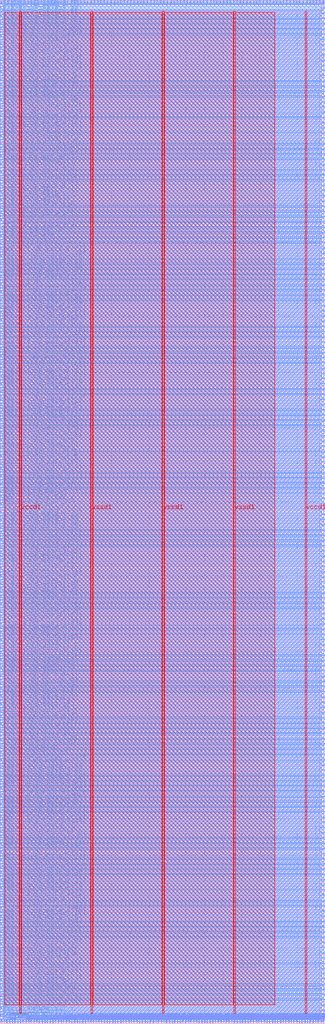
<source format=lef>
VERSION 5.7 ;
  NOWIREEXTENSIONATPIN ON ;
  DIVIDERCHAR "/" ;
  BUSBITCHARS "[]" ;
MACRO WishboneInterconnect
  CLASS BLOCK ;
  FOREIGN WishboneInterconnect ;
  ORIGIN 0.000 0.000 ;
  SIZE 350.000 BY 1100.000 ;
  PIN master0_wb_ack_i
    DIRECTION OUTPUT TRISTATE ;
    USE SIGNAL ;
    PORT
      LAYER met2 ;
        RECT 53.910 0.000 54.190 4.000 ;
    END
  END master0_wb_ack_i
  PIN master0_wb_adr_o[0]
    DIRECTION INPUT ;
    USE SIGNAL ;
    PORT
      LAYER met2 ;
        RECT 71.390 0.000 71.670 4.000 ;
    END
  END master0_wb_adr_o[0]
  PIN master0_wb_adr_o[10]
    DIRECTION INPUT ;
    USE SIGNAL ;
    PORT
      LAYER met2 ;
        RECT 170.290 0.000 170.570 4.000 ;
    END
  END master0_wb_adr_o[10]
  PIN master0_wb_adr_o[11]
    DIRECTION INPUT ;
    USE SIGNAL ;
    PORT
      LAYER met2 ;
        RECT 179.030 0.000 179.310 4.000 ;
    END
  END master0_wb_adr_o[11]
  PIN master0_wb_adr_o[12]
    DIRECTION INPUT ;
    USE SIGNAL ;
    PORT
      LAYER met2 ;
        RECT 187.770 0.000 188.050 4.000 ;
    END
  END master0_wb_adr_o[12]
  PIN master0_wb_adr_o[13]
    DIRECTION INPUT ;
    USE SIGNAL ;
    PORT
      LAYER met2 ;
        RECT 196.510 0.000 196.790 4.000 ;
    END
  END master0_wb_adr_o[13]
  PIN master0_wb_adr_o[14]
    DIRECTION INPUT ;
    USE SIGNAL ;
    PORT
      LAYER met2 ;
        RECT 205.250 0.000 205.530 4.000 ;
    END
  END master0_wb_adr_o[14]
  PIN master0_wb_adr_o[15]
    DIRECTION INPUT ;
    USE SIGNAL ;
    PORT
      LAYER met2 ;
        RECT 213.990 0.000 214.270 4.000 ;
    END
  END master0_wb_adr_o[15]
  PIN master0_wb_adr_o[16]
    DIRECTION INPUT ;
    USE SIGNAL ;
    PORT
      LAYER met2 ;
        RECT 222.730 0.000 223.010 4.000 ;
    END
  END master0_wb_adr_o[16]
  PIN master0_wb_adr_o[17]
    DIRECTION INPUT ;
    USE SIGNAL ;
    PORT
      LAYER met2 ;
        RECT 231.470 0.000 231.750 4.000 ;
    END
  END master0_wb_adr_o[17]
  PIN master0_wb_adr_o[18]
    DIRECTION INPUT ;
    USE SIGNAL ;
    PORT
      LAYER met2 ;
        RECT 240.670 0.000 240.950 4.000 ;
    END
  END master0_wb_adr_o[18]
  PIN master0_wb_adr_o[19]
    DIRECTION INPUT ;
    USE SIGNAL ;
    PORT
      LAYER met2 ;
        RECT 249.410 0.000 249.690 4.000 ;
    END
  END master0_wb_adr_o[19]
  PIN master0_wb_adr_o[1]
    DIRECTION INPUT ;
    USE SIGNAL ;
    PORT
      LAYER met2 ;
        RECT 82.890 0.000 83.170 4.000 ;
    END
  END master0_wb_adr_o[1]
  PIN master0_wb_adr_o[20]
    DIRECTION INPUT ;
    USE SIGNAL ;
    PORT
      LAYER met2 ;
        RECT 258.150 0.000 258.430 4.000 ;
    END
  END master0_wb_adr_o[20]
  PIN master0_wb_adr_o[21]
    DIRECTION INPUT ;
    USE SIGNAL ;
    PORT
      LAYER met2 ;
        RECT 266.890 0.000 267.170 4.000 ;
    END
  END master0_wb_adr_o[21]
  PIN master0_wb_adr_o[22]
    DIRECTION INPUT ;
    USE SIGNAL ;
    PORT
      LAYER met2 ;
        RECT 275.630 0.000 275.910 4.000 ;
    END
  END master0_wb_adr_o[22]
  PIN master0_wb_adr_o[23]
    DIRECTION INPUT ;
    USE SIGNAL ;
    PORT
      LAYER met2 ;
        RECT 284.370 0.000 284.650 4.000 ;
    END
  END master0_wb_adr_o[23]
  PIN master0_wb_adr_o[24]
    DIRECTION INPUT ;
    USE SIGNAL ;
    PORT
      LAYER met2 ;
        RECT 293.110 0.000 293.390 4.000 ;
    END
  END master0_wb_adr_o[24]
  PIN master0_wb_adr_o[25]
    DIRECTION INPUT ;
    USE SIGNAL ;
    PORT
      LAYER met2 ;
        RECT 301.850 0.000 302.130 4.000 ;
    END
  END master0_wb_adr_o[25]
  PIN master0_wb_adr_o[26]
    DIRECTION INPUT ;
    USE SIGNAL ;
    PORT
      LAYER met2 ;
        RECT 310.590 0.000 310.870 4.000 ;
    END
  END master0_wb_adr_o[26]
  PIN master0_wb_adr_o[27]
    DIRECTION INPUT ;
    USE SIGNAL ;
    PORT
      LAYER met2 ;
        RECT 319.330 0.000 319.610 4.000 ;
    END
  END master0_wb_adr_o[27]
  PIN master0_wb_adr_o[2]
    DIRECTION INPUT ;
    USE SIGNAL ;
    PORT
      LAYER met2 ;
        RECT 94.390 0.000 94.670 4.000 ;
    END
  END master0_wb_adr_o[2]
  PIN master0_wb_adr_o[3]
    DIRECTION INPUT ;
    USE SIGNAL ;
    PORT
      LAYER met2 ;
        RECT 106.350 0.000 106.630 4.000 ;
    END
  END master0_wb_adr_o[3]
  PIN master0_wb_adr_o[4]
    DIRECTION INPUT ;
    USE SIGNAL ;
    PORT
      LAYER met2 ;
        RECT 117.850 0.000 118.130 4.000 ;
    END
  END master0_wb_adr_o[4]
  PIN master0_wb_adr_o[5]
    DIRECTION INPUT ;
    USE SIGNAL ;
    PORT
      LAYER met2 ;
        RECT 126.590 0.000 126.870 4.000 ;
    END
  END master0_wb_adr_o[5]
  PIN master0_wb_adr_o[6]
    DIRECTION INPUT ;
    USE SIGNAL ;
    PORT
      LAYER met2 ;
        RECT 135.330 0.000 135.610 4.000 ;
    END
  END master0_wb_adr_o[6]
  PIN master0_wb_adr_o[7]
    DIRECTION INPUT ;
    USE SIGNAL ;
    PORT
      LAYER met2 ;
        RECT 144.070 0.000 144.350 4.000 ;
    END
  END master0_wb_adr_o[7]
  PIN master0_wb_adr_o[8]
    DIRECTION INPUT ;
    USE SIGNAL ;
    PORT
      LAYER met2 ;
        RECT 152.810 0.000 153.090 4.000 ;
    END
  END master0_wb_adr_o[8]
  PIN master0_wb_adr_o[9]
    DIRECTION INPUT ;
    USE SIGNAL ;
    PORT
      LAYER met2 ;
        RECT 161.550 0.000 161.830 4.000 ;
    END
  END master0_wb_adr_o[9]
  PIN master0_wb_cyc_o
    DIRECTION INPUT ;
    USE SIGNAL ;
    PORT
      LAYER met2 ;
        RECT 56.670 0.000 56.950 4.000 ;
    END
  END master0_wb_cyc_o
  PIN master0_wb_data_i[0]
    DIRECTION OUTPUT TRISTATE ;
    USE SIGNAL ;
    PORT
      LAYER met2 ;
        RECT 74.150 0.000 74.430 4.000 ;
    END
  END master0_wb_data_i[0]
  PIN master0_wb_data_i[10]
    DIRECTION OUTPUT TRISTATE ;
    USE SIGNAL ;
    PORT
      LAYER met2 ;
        RECT 173.510 0.000 173.790 4.000 ;
    END
  END master0_wb_data_i[10]
  PIN master0_wb_data_i[11]
    DIRECTION OUTPUT TRISTATE ;
    USE SIGNAL ;
    PORT
      LAYER met2 ;
        RECT 182.250 0.000 182.530 4.000 ;
    END
  END master0_wb_data_i[11]
  PIN master0_wb_data_i[12]
    DIRECTION OUTPUT TRISTATE ;
    USE SIGNAL ;
    PORT
      LAYER met2 ;
        RECT 190.990 0.000 191.270 4.000 ;
    END
  END master0_wb_data_i[12]
  PIN master0_wb_data_i[13]
    DIRECTION OUTPUT TRISTATE ;
    USE SIGNAL ;
    PORT
      LAYER met2 ;
        RECT 199.730 0.000 200.010 4.000 ;
    END
  END master0_wb_data_i[13]
  PIN master0_wb_data_i[14]
    DIRECTION OUTPUT TRISTATE ;
    USE SIGNAL ;
    PORT
      LAYER met2 ;
        RECT 208.470 0.000 208.750 4.000 ;
    END
  END master0_wb_data_i[14]
  PIN master0_wb_data_i[15]
    DIRECTION OUTPUT TRISTATE ;
    USE SIGNAL ;
    PORT
      LAYER met2 ;
        RECT 217.210 0.000 217.490 4.000 ;
    END
  END master0_wb_data_i[15]
  PIN master0_wb_data_i[16]
    DIRECTION OUTPUT TRISTATE ;
    USE SIGNAL ;
    PORT
      LAYER met2 ;
        RECT 225.950 0.000 226.230 4.000 ;
    END
  END master0_wb_data_i[16]
  PIN master0_wb_data_i[17]
    DIRECTION OUTPUT TRISTATE ;
    USE SIGNAL ;
    PORT
      LAYER met2 ;
        RECT 234.690 0.000 234.970 4.000 ;
    END
  END master0_wb_data_i[17]
  PIN master0_wb_data_i[18]
    DIRECTION OUTPUT TRISTATE ;
    USE SIGNAL ;
    PORT
      LAYER met2 ;
        RECT 243.430 0.000 243.710 4.000 ;
    END
  END master0_wb_data_i[18]
  PIN master0_wb_data_i[19]
    DIRECTION OUTPUT TRISTATE ;
    USE SIGNAL ;
    PORT
      LAYER met2 ;
        RECT 252.170 0.000 252.450 4.000 ;
    END
  END master0_wb_data_i[19]
  PIN master0_wb_data_i[1]
    DIRECTION OUTPUT TRISTATE ;
    USE SIGNAL ;
    PORT
      LAYER met2 ;
        RECT 85.650 0.000 85.930 4.000 ;
    END
  END master0_wb_data_i[1]
  PIN master0_wb_data_i[20]
    DIRECTION OUTPUT TRISTATE ;
    USE SIGNAL ;
    PORT
      LAYER met2 ;
        RECT 260.910 0.000 261.190 4.000 ;
    END
  END master0_wb_data_i[20]
  PIN master0_wb_data_i[21]
    DIRECTION OUTPUT TRISTATE ;
    USE SIGNAL ;
    PORT
      LAYER met2 ;
        RECT 269.650 0.000 269.930 4.000 ;
    END
  END master0_wb_data_i[21]
  PIN master0_wb_data_i[22]
    DIRECTION OUTPUT TRISTATE ;
    USE SIGNAL ;
    PORT
      LAYER met2 ;
        RECT 278.390 0.000 278.670 4.000 ;
    END
  END master0_wb_data_i[22]
  PIN master0_wb_data_i[23]
    DIRECTION OUTPUT TRISTATE ;
    USE SIGNAL ;
    PORT
      LAYER met2 ;
        RECT 287.130 0.000 287.410 4.000 ;
    END
  END master0_wb_data_i[23]
  PIN master0_wb_data_i[24]
    DIRECTION OUTPUT TRISTATE ;
    USE SIGNAL ;
    PORT
      LAYER met2 ;
        RECT 295.870 0.000 296.150 4.000 ;
    END
  END master0_wb_data_i[24]
  PIN master0_wb_data_i[25]
    DIRECTION OUTPUT TRISTATE ;
    USE SIGNAL ;
    PORT
      LAYER met2 ;
        RECT 304.610 0.000 304.890 4.000 ;
    END
  END master0_wb_data_i[25]
  PIN master0_wb_data_i[26]
    DIRECTION OUTPUT TRISTATE ;
    USE SIGNAL ;
    PORT
      LAYER met2 ;
        RECT 313.350 0.000 313.630 4.000 ;
    END
  END master0_wb_data_i[26]
  PIN master0_wb_data_i[27]
    DIRECTION OUTPUT TRISTATE ;
    USE SIGNAL ;
    PORT
      LAYER met2 ;
        RECT 322.090 0.000 322.370 4.000 ;
    END
  END master0_wb_data_i[27]
  PIN master0_wb_data_i[28]
    DIRECTION OUTPUT TRISTATE ;
    USE SIGNAL ;
    PORT
      LAYER met2 ;
        RECT 328.070 0.000 328.350 4.000 ;
    END
  END master0_wb_data_i[28]
  PIN master0_wb_data_i[29]
    DIRECTION OUTPUT TRISTATE ;
    USE SIGNAL ;
    PORT
      LAYER met2 ;
        RECT 333.590 0.000 333.870 4.000 ;
    END
  END master0_wb_data_i[29]
  PIN master0_wb_data_i[2]
    DIRECTION OUTPUT TRISTATE ;
    USE SIGNAL ;
    PORT
      LAYER met2 ;
        RECT 97.610 0.000 97.890 4.000 ;
    END
  END master0_wb_data_i[2]
  PIN master0_wb_data_i[30]
    DIRECTION OUTPUT TRISTATE ;
    USE SIGNAL ;
    PORT
      LAYER met2 ;
        RECT 339.570 0.000 339.850 4.000 ;
    END
  END master0_wb_data_i[30]
  PIN master0_wb_data_i[31]
    DIRECTION OUTPUT TRISTATE ;
    USE SIGNAL ;
    PORT
      LAYER met2 ;
        RECT 345.550 0.000 345.830 4.000 ;
    END
  END master0_wb_data_i[31]
  PIN master0_wb_data_i[3]
    DIRECTION OUTPUT TRISTATE ;
    USE SIGNAL ;
    PORT
      LAYER met2 ;
        RECT 109.110 0.000 109.390 4.000 ;
    END
  END master0_wb_data_i[3]
  PIN master0_wb_data_i[4]
    DIRECTION OUTPUT TRISTATE ;
    USE SIGNAL ;
    PORT
      LAYER met2 ;
        RECT 121.070 0.000 121.350 4.000 ;
    END
  END master0_wb_data_i[4]
  PIN master0_wb_data_i[5]
    DIRECTION OUTPUT TRISTATE ;
    USE SIGNAL ;
    PORT
      LAYER met2 ;
        RECT 129.810 0.000 130.090 4.000 ;
    END
  END master0_wb_data_i[5]
  PIN master0_wb_data_i[6]
    DIRECTION OUTPUT TRISTATE ;
    USE SIGNAL ;
    PORT
      LAYER met2 ;
        RECT 138.550 0.000 138.830 4.000 ;
    END
  END master0_wb_data_i[6]
  PIN master0_wb_data_i[7]
    DIRECTION OUTPUT TRISTATE ;
    USE SIGNAL ;
    PORT
      LAYER met2 ;
        RECT 147.290 0.000 147.570 4.000 ;
    END
  END master0_wb_data_i[7]
  PIN master0_wb_data_i[8]
    DIRECTION OUTPUT TRISTATE ;
    USE SIGNAL ;
    PORT
      LAYER met2 ;
        RECT 156.030 0.000 156.310 4.000 ;
    END
  END master0_wb_data_i[8]
  PIN master0_wb_data_i[9]
    DIRECTION OUTPUT TRISTATE ;
    USE SIGNAL ;
    PORT
      LAYER met2 ;
        RECT 164.770 0.000 165.050 4.000 ;
    END
  END master0_wb_data_i[9]
  PIN master0_wb_data_o[0]
    DIRECTION INPUT ;
    USE SIGNAL ;
    PORT
      LAYER met2 ;
        RECT 76.910 0.000 77.190 4.000 ;
    END
  END master0_wb_data_o[0]
  PIN master0_wb_data_o[10]
    DIRECTION INPUT ;
    USE SIGNAL ;
    PORT
      LAYER met2 ;
        RECT 176.270 0.000 176.550 4.000 ;
    END
  END master0_wb_data_o[10]
  PIN master0_wb_data_o[11]
    DIRECTION INPUT ;
    USE SIGNAL ;
    PORT
      LAYER met2 ;
        RECT 185.010 0.000 185.290 4.000 ;
    END
  END master0_wb_data_o[11]
  PIN master0_wb_data_o[12]
    DIRECTION INPUT ;
    USE SIGNAL ;
    PORT
      LAYER met2 ;
        RECT 193.750 0.000 194.030 4.000 ;
    END
  END master0_wb_data_o[12]
  PIN master0_wb_data_o[13]
    DIRECTION INPUT ;
    USE SIGNAL ;
    PORT
      LAYER met2 ;
        RECT 202.490 0.000 202.770 4.000 ;
    END
  END master0_wb_data_o[13]
  PIN master0_wb_data_o[14]
    DIRECTION INPUT ;
    USE SIGNAL ;
    PORT
      LAYER met2 ;
        RECT 211.230 0.000 211.510 4.000 ;
    END
  END master0_wb_data_o[14]
  PIN master0_wb_data_o[15]
    DIRECTION INPUT ;
    USE SIGNAL ;
    PORT
      LAYER met2 ;
        RECT 219.970 0.000 220.250 4.000 ;
    END
  END master0_wb_data_o[15]
  PIN master0_wb_data_o[16]
    DIRECTION INPUT ;
    USE SIGNAL ;
    PORT
      LAYER met2 ;
        RECT 228.710 0.000 228.990 4.000 ;
    END
  END master0_wb_data_o[16]
  PIN master0_wb_data_o[17]
    DIRECTION INPUT ;
    USE SIGNAL ;
    PORT
      LAYER met2 ;
        RECT 237.450 0.000 237.730 4.000 ;
    END
  END master0_wb_data_o[17]
  PIN master0_wb_data_o[18]
    DIRECTION INPUT ;
    USE SIGNAL ;
    PORT
      LAYER met2 ;
        RECT 246.190 0.000 246.470 4.000 ;
    END
  END master0_wb_data_o[18]
  PIN master0_wb_data_o[19]
    DIRECTION INPUT ;
    USE SIGNAL ;
    PORT
      LAYER met2 ;
        RECT 254.930 0.000 255.210 4.000 ;
    END
  END master0_wb_data_o[19]
  PIN master0_wb_data_o[1]
    DIRECTION INPUT ;
    USE SIGNAL ;
    PORT
      LAYER met2 ;
        RECT 88.870 0.000 89.150 4.000 ;
    END
  END master0_wb_data_o[1]
  PIN master0_wb_data_o[20]
    DIRECTION INPUT ;
    USE SIGNAL ;
    PORT
      LAYER met2 ;
        RECT 263.670 0.000 263.950 4.000 ;
    END
  END master0_wb_data_o[20]
  PIN master0_wb_data_o[21]
    DIRECTION INPUT ;
    USE SIGNAL ;
    PORT
      LAYER met2 ;
        RECT 272.410 0.000 272.690 4.000 ;
    END
  END master0_wb_data_o[21]
  PIN master0_wb_data_o[22]
    DIRECTION INPUT ;
    USE SIGNAL ;
    PORT
      LAYER met2 ;
        RECT 281.150 0.000 281.430 4.000 ;
    END
  END master0_wb_data_o[22]
  PIN master0_wb_data_o[23]
    DIRECTION INPUT ;
    USE SIGNAL ;
    PORT
      LAYER met2 ;
        RECT 289.890 0.000 290.170 4.000 ;
    END
  END master0_wb_data_o[23]
  PIN master0_wb_data_o[24]
    DIRECTION INPUT ;
    USE SIGNAL ;
    PORT
      LAYER met2 ;
        RECT 298.630 0.000 298.910 4.000 ;
    END
  END master0_wb_data_o[24]
  PIN master0_wb_data_o[25]
    DIRECTION INPUT ;
    USE SIGNAL ;
    PORT
      LAYER met2 ;
        RECT 307.370 0.000 307.650 4.000 ;
    END
  END master0_wb_data_o[25]
  PIN master0_wb_data_o[26]
    DIRECTION INPUT ;
    USE SIGNAL ;
    PORT
      LAYER met2 ;
        RECT 316.110 0.000 316.390 4.000 ;
    END
  END master0_wb_data_o[26]
  PIN master0_wb_data_o[27]
    DIRECTION INPUT ;
    USE SIGNAL ;
    PORT
      LAYER met2 ;
        RECT 324.850 0.000 325.130 4.000 ;
    END
  END master0_wb_data_o[27]
  PIN master0_wb_data_o[28]
    DIRECTION INPUT ;
    USE SIGNAL ;
    PORT
      LAYER met2 ;
        RECT 330.830 0.000 331.110 4.000 ;
    END
  END master0_wb_data_o[28]
  PIN master0_wb_data_o[29]
    DIRECTION INPUT ;
    USE SIGNAL ;
    PORT
      LAYER met2 ;
        RECT 336.810 0.000 337.090 4.000 ;
    END
  END master0_wb_data_o[29]
  PIN master0_wb_data_o[2]
    DIRECTION INPUT ;
    USE SIGNAL ;
    PORT
      LAYER met2 ;
        RECT 100.370 0.000 100.650 4.000 ;
    END
  END master0_wb_data_o[2]
  PIN master0_wb_data_o[30]
    DIRECTION INPUT ;
    USE SIGNAL ;
    PORT
      LAYER met2 ;
        RECT 342.330 0.000 342.610 4.000 ;
    END
  END master0_wb_data_o[30]
  PIN master0_wb_data_o[31]
    DIRECTION INPUT ;
    USE SIGNAL ;
    PORT
      LAYER met2 ;
        RECT 348.310 0.000 348.590 4.000 ;
    END
  END master0_wb_data_o[31]
  PIN master0_wb_data_o[3]
    DIRECTION INPUT ;
    USE SIGNAL ;
    PORT
      LAYER met2 ;
        RECT 111.870 0.000 112.150 4.000 ;
    END
  END master0_wb_data_o[3]
  PIN master0_wb_data_o[4]
    DIRECTION INPUT ;
    USE SIGNAL ;
    PORT
      LAYER met2 ;
        RECT 123.830 0.000 124.110 4.000 ;
    END
  END master0_wb_data_o[4]
  PIN master0_wb_data_o[5]
    DIRECTION INPUT ;
    USE SIGNAL ;
    PORT
      LAYER met2 ;
        RECT 132.570 0.000 132.850 4.000 ;
    END
  END master0_wb_data_o[5]
  PIN master0_wb_data_o[6]
    DIRECTION INPUT ;
    USE SIGNAL ;
    PORT
      LAYER met2 ;
        RECT 141.310 0.000 141.590 4.000 ;
    END
  END master0_wb_data_o[6]
  PIN master0_wb_data_o[7]
    DIRECTION INPUT ;
    USE SIGNAL ;
    PORT
      LAYER met2 ;
        RECT 150.050 0.000 150.330 4.000 ;
    END
  END master0_wb_data_o[7]
  PIN master0_wb_data_o[8]
    DIRECTION INPUT ;
    USE SIGNAL ;
    PORT
      LAYER met2 ;
        RECT 158.790 0.000 159.070 4.000 ;
    END
  END master0_wb_data_o[8]
  PIN master0_wb_data_o[9]
    DIRECTION INPUT ;
    USE SIGNAL ;
    PORT
      LAYER met2 ;
        RECT 167.530 0.000 167.810 4.000 ;
    END
  END master0_wb_data_o[9]
  PIN master0_wb_error_i
    DIRECTION OUTPUT TRISTATE ;
    USE SIGNAL ;
    PORT
      LAYER met2 ;
        RECT 59.430 0.000 59.710 4.000 ;
    END
  END master0_wb_error_i
  PIN master0_wb_sel_o[0]
    DIRECTION INPUT ;
    USE SIGNAL ;
    PORT
      LAYER met2 ;
        RECT 80.130 0.000 80.410 4.000 ;
    END
  END master0_wb_sel_o[0]
  PIN master0_wb_sel_o[1]
    DIRECTION INPUT ;
    USE SIGNAL ;
    PORT
      LAYER met2 ;
        RECT 91.630 0.000 91.910 4.000 ;
    END
  END master0_wb_sel_o[1]
  PIN master0_wb_sel_o[2]
    DIRECTION INPUT ;
    USE SIGNAL ;
    PORT
      LAYER met2 ;
        RECT 103.130 0.000 103.410 4.000 ;
    END
  END master0_wb_sel_o[2]
  PIN master0_wb_sel_o[3]
    DIRECTION INPUT ;
    USE SIGNAL ;
    PORT
      LAYER met2 ;
        RECT 115.090 0.000 115.370 4.000 ;
    END
  END master0_wb_sel_o[3]
  PIN master0_wb_stall_i
    DIRECTION OUTPUT TRISTATE ;
    USE SIGNAL ;
    PORT
      LAYER met2 ;
        RECT 62.650 0.000 62.930 4.000 ;
    END
  END master0_wb_stall_i
  PIN master0_wb_stb_o
    DIRECTION INPUT ;
    USE SIGNAL ;
    PORT
      LAYER met2 ;
        RECT 65.410 0.000 65.690 4.000 ;
    END
  END master0_wb_stb_o
  PIN master0_wb_we_o
    DIRECTION INPUT ;
    USE SIGNAL ;
    PORT
      LAYER met2 ;
        RECT 68.170 0.000 68.450 4.000 ;
    END
  END master0_wb_we_o
  PIN master1_wb_ack_i
    DIRECTION OUTPUT TRISTATE ;
    USE SIGNAL ;
    PORT
      LAYER met3 ;
        RECT 0.000 551.520 4.000 552.120 ;
    END
  END master1_wb_ack_i
  PIN master1_wb_adr_o[0]
    DIRECTION INPUT ;
    USE SIGNAL ;
    PORT
      LAYER met3 ;
        RECT 0.000 567.840 4.000 568.440 ;
    END
  END master1_wb_adr_o[0]
  PIN master1_wb_adr_o[10]
    DIRECTION INPUT ;
    USE SIGNAL ;
    PORT
      LAYER met3 ;
        RECT 0.000 661.000 4.000 661.600 ;
    END
  END master1_wb_adr_o[10]
  PIN master1_wb_adr_o[11]
    DIRECTION INPUT ;
    USE SIGNAL ;
    PORT
      LAYER met3 ;
        RECT 0.000 669.160 4.000 669.760 ;
    END
  END master1_wb_adr_o[11]
  PIN master1_wb_adr_o[12]
    DIRECTION INPUT ;
    USE SIGNAL ;
    PORT
      LAYER met3 ;
        RECT 0.000 678.000 4.000 678.600 ;
    END
  END master1_wb_adr_o[12]
  PIN master1_wb_adr_o[13]
    DIRECTION INPUT ;
    USE SIGNAL ;
    PORT
      LAYER met3 ;
        RECT 0.000 686.160 4.000 686.760 ;
    END
  END master1_wb_adr_o[13]
  PIN master1_wb_adr_o[14]
    DIRECTION INPUT ;
    USE SIGNAL ;
    PORT
      LAYER met3 ;
        RECT 0.000 694.320 4.000 694.920 ;
    END
  END master1_wb_adr_o[14]
  PIN master1_wb_adr_o[15]
    DIRECTION INPUT ;
    USE SIGNAL ;
    PORT
      LAYER met3 ;
        RECT 0.000 702.480 4.000 703.080 ;
    END
  END master1_wb_adr_o[15]
  PIN master1_wb_adr_o[16]
    DIRECTION INPUT ;
    USE SIGNAL ;
    PORT
      LAYER met3 ;
        RECT 0.000 710.640 4.000 711.240 ;
    END
  END master1_wb_adr_o[16]
  PIN master1_wb_adr_o[17]
    DIRECTION INPUT ;
    USE SIGNAL ;
    PORT
      LAYER met3 ;
        RECT 0.000 718.800 4.000 719.400 ;
    END
  END master1_wb_adr_o[17]
  PIN master1_wb_adr_o[18]
    DIRECTION INPUT ;
    USE SIGNAL ;
    PORT
      LAYER met3 ;
        RECT 0.000 726.960 4.000 727.560 ;
    END
  END master1_wb_adr_o[18]
  PIN master1_wb_adr_o[19]
    DIRECTION INPUT ;
    USE SIGNAL ;
    PORT
      LAYER met3 ;
        RECT 0.000 735.800 4.000 736.400 ;
    END
  END master1_wb_adr_o[19]
  PIN master1_wb_adr_o[1]
    DIRECTION INPUT ;
    USE SIGNAL ;
    PORT
      LAYER met3 ;
        RECT 0.000 578.720 4.000 579.320 ;
    END
  END master1_wb_adr_o[1]
  PIN master1_wb_adr_o[20]
    DIRECTION INPUT ;
    USE SIGNAL ;
    PORT
      LAYER met3 ;
        RECT 0.000 743.960 4.000 744.560 ;
    END
  END master1_wb_adr_o[20]
  PIN master1_wb_adr_o[21]
    DIRECTION INPUT ;
    USE SIGNAL ;
    PORT
      LAYER met3 ;
        RECT 0.000 752.120 4.000 752.720 ;
    END
  END master1_wb_adr_o[21]
  PIN master1_wb_adr_o[22]
    DIRECTION INPUT ;
    USE SIGNAL ;
    PORT
      LAYER met3 ;
        RECT 0.000 760.280 4.000 760.880 ;
    END
  END master1_wb_adr_o[22]
  PIN master1_wb_adr_o[23]
    DIRECTION INPUT ;
    USE SIGNAL ;
    PORT
      LAYER met3 ;
        RECT 0.000 768.440 4.000 769.040 ;
    END
  END master1_wb_adr_o[23]
  PIN master1_wb_adr_o[24]
    DIRECTION INPUT ;
    USE SIGNAL ;
    PORT
      LAYER met3 ;
        RECT 0.000 776.600 4.000 777.200 ;
    END
  END master1_wb_adr_o[24]
  PIN master1_wb_adr_o[25]
    DIRECTION INPUT ;
    USE SIGNAL ;
    PORT
      LAYER met3 ;
        RECT 0.000 784.760 4.000 785.360 ;
    END
  END master1_wb_adr_o[25]
  PIN master1_wb_adr_o[26]
    DIRECTION INPUT ;
    USE SIGNAL ;
    PORT
      LAYER met3 ;
        RECT 0.000 792.920 4.000 793.520 ;
    END
  END master1_wb_adr_o[26]
  PIN master1_wb_adr_o[27]
    DIRECTION INPUT ;
    USE SIGNAL ;
    PORT
      LAYER met3 ;
        RECT 0.000 801.760 4.000 802.360 ;
    END
  END master1_wb_adr_o[27]
  PIN master1_wb_adr_o[2]
    DIRECTION INPUT ;
    USE SIGNAL ;
    PORT
      LAYER met3 ;
        RECT 0.000 589.600 4.000 590.200 ;
    END
  END master1_wb_adr_o[2]
  PIN master1_wb_adr_o[3]
    DIRECTION INPUT ;
    USE SIGNAL ;
    PORT
      LAYER met3 ;
        RECT 0.000 600.480 4.000 601.080 ;
    END
  END master1_wb_adr_o[3]
  PIN master1_wb_adr_o[4]
    DIRECTION INPUT ;
    USE SIGNAL ;
    PORT
      LAYER met3 ;
        RECT 0.000 611.360 4.000 611.960 ;
    END
  END master1_wb_adr_o[4]
  PIN master1_wb_adr_o[5]
    DIRECTION INPUT ;
    USE SIGNAL ;
    PORT
      LAYER met3 ;
        RECT 0.000 620.200 4.000 620.800 ;
    END
  END master1_wb_adr_o[5]
  PIN master1_wb_adr_o[6]
    DIRECTION INPUT ;
    USE SIGNAL ;
    PORT
      LAYER met3 ;
        RECT 0.000 628.360 4.000 628.960 ;
    END
  END master1_wb_adr_o[6]
  PIN master1_wb_adr_o[7]
    DIRECTION INPUT ;
    USE SIGNAL ;
    PORT
      LAYER met3 ;
        RECT 0.000 636.520 4.000 637.120 ;
    END
  END master1_wb_adr_o[7]
  PIN master1_wb_adr_o[8]
    DIRECTION INPUT ;
    USE SIGNAL ;
    PORT
      LAYER met3 ;
        RECT 0.000 644.680 4.000 645.280 ;
    END
  END master1_wb_adr_o[8]
  PIN master1_wb_adr_o[9]
    DIRECTION INPUT ;
    USE SIGNAL ;
    PORT
      LAYER met3 ;
        RECT 0.000 652.840 4.000 653.440 ;
    END
  END master1_wb_adr_o[9]
  PIN master1_wb_cyc_o
    DIRECTION INPUT ;
    USE SIGNAL ;
    PORT
      LAYER met3 ;
        RECT 0.000 554.240 4.000 554.840 ;
    END
  END master1_wb_cyc_o
  PIN master1_wb_data_i[0]
    DIRECTION OUTPUT TRISTATE ;
    USE SIGNAL ;
    PORT
      LAYER met3 ;
        RECT 0.000 570.560 4.000 571.160 ;
    END
  END master1_wb_data_i[0]
  PIN master1_wb_data_i[10]
    DIRECTION OUTPUT TRISTATE ;
    USE SIGNAL ;
    PORT
      LAYER met3 ;
        RECT 0.000 663.720 4.000 664.320 ;
    END
  END master1_wb_data_i[10]
  PIN master1_wb_data_i[11]
    DIRECTION OUTPUT TRISTATE ;
    USE SIGNAL ;
    PORT
      LAYER met3 ;
        RECT 0.000 671.880 4.000 672.480 ;
    END
  END master1_wb_data_i[11]
  PIN master1_wb_data_i[12]
    DIRECTION OUTPUT TRISTATE ;
    USE SIGNAL ;
    PORT
      LAYER met3 ;
        RECT 0.000 680.720 4.000 681.320 ;
    END
  END master1_wb_data_i[12]
  PIN master1_wb_data_i[13]
    DIRECTION OUTPUT TRISTATE ;
    USE SIGNAL ;
    PORT
      LAYER met3 ;
        RECT 0.000 688.880 4.000 689.480 ;
    END
  END master1_wb_data_i[13]
  PIN master1_wb_data_i[14]
    DIRECTION OUTPUT TRISTATE ;
    USE SIGNAL ;
    PORT
      LAYER met3 ;
        RECT 0.000 697.040 4.000 697.640 ;
    END
  END master1_wb_data_i[14]
  PIN master1_wb_data_i[15]
    DIRECTION OUTPUT TRISTATE ;
    USE SIGNAL ;
    PORT
      LAYER met3 ;
        RECT 0.000 705.200 4.000 705.800 ;
    END
  END master1_wb_data_i[15]
  PIN master1_wb_data_i[16]
    DIRECTION OUTPUT TRISTATE ;
    USE SIGNAL ;
    PORT
      LAYER met3 ;
        RECT 0.000 713.360 4.000 713.960 ;
    END
  END master1_wb_data_i[16]
  PIN master1_wb_data_i[17]
    DIRECTION OUTPUT TRISTATE ;
    USE SIGNAL ;
    PORT
      LAYER met3 ;
        RECT 0.000 721.520 4.000 722.120 ;
    END
  END master1_wb_data_i[17]
  PIN master1_wb_data_i[18]
    DIRECTION OUTPUT TRISTATE ;
    USE SIGNAL ;
    PORT
      LAYER met3 ;
        RECT 0.000 729.680 4.000 730.280 ;
    END
  END master1_wb_data_i[18]
  PIN master1_wb_data_i[19]
    DIRECTION OUTPUT TRISTATE ;
    USE SIGNAL ;
    PORT
      LAYER met3 ;
        RECT 0.000 738.520 4.000 739.120 ;
    END
  END master1_wb_data_i[19]
  PIN master1_wb_data_i[1]
    DIRECTION OUTPUT TRISTATE ;
    USE SIGNAL ;
    PORT
      LAYER met3 ;
        RECT 0.000 581.440 4.000 582.040 ;
    END
  END master1_wb_data_i[1]
  PIN master1_wb_data_i[20]
    DIRECTION OUTPUT TRISTATE ;
    USE SIGNAL ;
    PORT
      LAYER met3 ;
        RECT 0.000 746.680 4.000 747.280 ;
    END
  END master1_wb_data_i[20]
  PIN master1_wb_data_i[21]
    DIRECTION OUTPUT TRISTATE ;
    USE SIGNAL ;
    PORT
      LAYER met3 ;
        RECT 0.000 754.840 4.000 755.440 ;
    END
  END master1_wb_data_i[21]
  PIN master1_wb_data_i[22]
    DIRECTION OUTPUT TRISTATE ;
    USE SIGNAL ;
    PORT
      LAYER met3 ;
        RECT 0.000 763.000 4.000 763.600 ;
    END
  END master1_wb_data_i[22]
  PIN master1_wb_data_i[23]
    DIRECTION OUTPUT TRISTATE ;
    USE SIGNAL ;
    PORT
      LAYER met3 ;
        RECT 0.000 771.160 4.000 771.760 ;
    END
  END master1_wb_data_i[23]
  PIN master1_wb_data_i[24]
    DIRECTION OUTPUT TRISTATE ;
    USE SIGNAL ;
    PORT
      LAYER met3 ;
        RECT 0.000 779.320 4.000 779.920 ;
    END
  END master1_wb_data_i[24]
  PIN master1_wb_data_i[25]
    DIRECTION OUTPUT TRISTATE ;
    USE SIGNAL ;
    PORT
      LAYER met3 ;
        RECT 0.000 787.480 4.000 788.080 ;
    END
  END master1_wb_data_i[25]
  PIN master1_wb_data_i[26]
    DIRECTION OUTPUT TRISTATE ;
    USE SIGNAL ;
    PORT
      LAYER met3 ;
        RECT 0.000 796.320 4.000 796.920 ;
    END
  END master1_wb_data_i[26]
  PIN master1_wb_data_i[27]
    DIRECTION OUTPUT TRISTATE ;
    USE SIGNAL ;
    PORT
      LAYER met3 ;
        RECT 0.000 804.480 4.000 805.080 ;
    END
  END master1_wb_data_i[27]
  PIN master1_wb_data_i[28]
    DIRECTION OUTPUT TRISTATE ;
    USE SIGNAL ;
    PORT
      LAYER met3 ;
        RECT 0.000 809.920 4.000 810.520 ;
    END
  END master1_wb_data_i[28]
  PIN master1_wb_data_i[29]
    DIRECTION OUTPUT TRISTATE ;
    USE SIGNAL ;
    PORT
      LAYER met3 ;
        RECT 0.000 815.360 4.000 815.960 ;
    END
  END master1_wb_data_i[29]
  PIN master1_wb_data_i[2]
    DIRECTION OUTPUT TRISTATE ;
    USE SIGNAL ;
    PORT
      LAYER met3 ;
        RECT 0.000 592.320 4.000 592.920 ;
    END
  END master1_wb_data_i[2]
  PIN master1_wb_data_i[30]
    DIRECTION OUTPUT TRISTATE ;
    USE SIGNAL ;
    PORT
      LAYER met3 ;
        RECT 0.000 820.800 4.000 821.400 ;
    END
  END master1_wb_data_i[30]
  PIN master1_wb_data_i[31]
    DIRECTION OUTPUT TRISTATE ;
    USE SIGNAL ;
    PORT
      LAYER met3 ;
        RECT 0.000 826.240 4.000 826.840 ;
    END
  END master1_wb_data_i[31]
  PIN master1_wb_data_i[3]
    DIRECTION OUTPUT TRISTATE ;
    USE SIGNAL ;
    PORT
      LAYER met3 ;
        RECT 0.000 603.200 4.000 603.800 ;
    END
  END master1_wb_data_i[3]
  PIN master1_wb_data_i[4]
    DIRECTION OUTPUT TRISTATE ;
    USE SIGNAL ;
    PORT
      LAYER met3 ;
        RECT 0.000 614.760 4.000 615.360 ;
    END
  END master1_wb_data_i[4]
  PIN master1_wb_data_i[5]
    DIRECTION OUTPUT TRISTATE ;
    USE SIGNAL ;
    PORT
      LAYER met3 ;
        RECT 0.000 622.920 4.000 623.520 ;
    END
  END master1_wb_data_i[5]
  PIN master1_wb_data_i[6]
    DIRECTION OUTPUT TRISTATE ;
    USE SIGNAL ;
    PORT
      LAYER met3 ;
        RECT 0.000 631.080 4.000 631.680 ;
    END
  END master1_wb_data_i[6]
  PIN master1_wb_data_i[7]
    DIRECTION OUTPUT TRISTATE ;
    USE SIGNAL ;
    PORT
      LAYER met3 ;
        RECT 0.000 639.240 4.000 639.840 ;
    END
  END master1_wb_data_i[7]
  PIN master1_wb_data_i[8]
    DIRECTION OUTPUT TRISTATE ;
    USE SIGNAL ;
    PORT
      LAYER met3 ;
        RECT 0.000 647.400 4.000 648.000 ;
    END
  END master1_wb_data_i[8]
  PIN master1_wb_data_i[9]
    DIRECTION OUTPUT TRISTATE ;
    USE SIGNAL ;
    PORT
      LAYER met3 ;
        RECT 0.000 655.560 4.000 656.160 ;
    END
  END master1_wb_data_i[9]
  PIN master1_wb_data_o[0]
    DIRECTION INPUT ;
    USE SIGNAL ;
    PORT
      LAYER met3 ;
        RECT 0.000 573.280 4.000 573.880 ;
    END
  END master1_wb_data_o[0]
  PIN master1_wb_data_o[10]
    DIRECTION INPUT ;
    USE SIGNAL ;
    PORT
      LAYER met3 ;
        RECT 0.000 666.440 4.000 667.040 ;
    END
  END master1_wb_data_o[10]
  PIN master1_wb_data_o[11]
    DIRECTION INPUT ;
    USE SIGNAL ;
    PORT
      LAYER met3 ;
        RECT 0.000 675.280 4.000 675.880 ;
    END
  END master1_wb_data_o[11]
  PIN master1_wb_data_o[12]
    DIRECTION INPUT ;
    USE SIGNAL ;
    PORT
      LAYER met3 ;
        RECT 0.000 683.440 4.000 684.040 ;
    END
  END master1_wb_data_o[12]
  PIN master1_wb_data_o[13]
    DIRECTION INPUT ;
    USE SIGNAL ;
    PORT
      LAYER met3 ;
        RECT 0.000 691.600 4.000 692.200 ;
    END
  END master1_wb_data_o[13]
  PIN master1_wb_data_o[14]
    DIRECTION INPUT ;
    USE SIGNAL ;
    PORT
      LAYER met3 ;
        RECT 0.000 699.760 4.000 700.360 ;
    END
  END master1_wb_data_o[14]
  PIN master1_wb_data_o[15]
    DIRECTION INPUT ;
    USE SIGNAL ;
    PORT
      LAYER met3 ;
        RECT 0.000 707.920 4.000 708.520 ;
    END
  END master1_wb_data_o[15]
  PIN master1_wb_data_o[16]
    DIRECTION INPUT ;
    USE SIGNAL ;
    PORT
      LAYER met3 ;
        RECT 0.000 716.080 4.000 716.680 ;
    END
  END master1_wb_data_o[16]
  PIN master1_wb_data_o[17]
    DIRECTION INPUT ;
    USE SIGNAL ;
    PORT
      LAYER met3 ;
        RECT 0.000 724.240 4.000 724.840 ;
    END
  END master1_wb_data_o[17]
  PIN master1_wb_data_o[18]
    DIRECTION INPUT ;
    USE SIGNAL ;
    PORT
      LAYER met3 ;
        RECT 0.000 732.400 4.000 733.000 ;
    END
  END master1_wb_data_o[18]
  PIN master1_wb_data_o[19]
    DIRECTION INPUT ;
    USE SIGNAL ;
    PORT
      LAYER met3 ;
        RECT 0.000 741.240 4.000 741.840 ;
    END
  END master1_wb_data_o[19]
  PIN master1_wb_data_o[1]
    DIRECTION INPUT ;
    USE SIGNAL ;
    PORT
      LAYER met3 ;
        RECT 0.000 584.160 4.000 584.760 ;
    END
  END master1_wb_data_o[1]
  PIN master1_wb_data_o[20]
    DIRECTION INPUT ;
    USE SIGNAL ;
    PORT
      LAYER met3 ;
        RECT 0.000 749.400 4.000 750.000 ;
    END
  END master1_wb_data_o[20]
  PIN master1_wb_data_o[21]
    DIRECTION INPUT ;
    USE SIGNAL ;
    PORT
      LAYER met3 ;
        RECT 0.000 757.560 4.000 758.160 ;
    END
  END master1_wb_data_o[21]
  PIN master1_wb_data_o[22]
    DIRECTION INPUT ;
    USE SIGNAL ;
    PORT
      LAYER met3 ;
        RECT 0.000 765.720 4.000 766.320 ;
    END
  END master1_wb_data_o[22]
  PIN master1_wb_data_o[23]
    DIRECTION INPUT ;
    USE SIGNAL ;
    PORT
      LAYER met3 ;
        RECT 0.000 773.880 4.000 774.480 ;
    END
  END master1_wb_data_o[23]
  PIN master1_wb_data_o[24]
    DIRECTION INPUT ;
    USE SIGNAL ;
    PORT
      LAYER met3 ;
        RECT 0.000 782.040 4.000 782.640 ;
    END
  END master1_wb_data_o[24]
  PIN master1_wb_data_o[25]
    DIRECTION INPUT ;
    USE SIGNAL ;
    PORT
      LAYER met3 ;
        RECT 0.000 790.200 4.000 790.800 ;
    END
  END master1_wb_data_o[25]
  PIN master1_wb_data_o[26]
    DIRECTION INPUT ;
    USE SIGNAL ;
    PORT
      LAYER met3 ;
        RECT 0.000 799.040 4.000 799.640 ;
    END
  END master1_wb_data_o[26]
  PIN master1_wb_data_o[27]
    DIRECTION INPUT ;
    USE SIGNAL ;
    PORT
      LAYER met3 ;
        RECT 0.000 807.200 4.000 807.800 ;
    END
  END master1_wb_data_o[27]
  PIN master1_wb_data_o[28]
    DIRECTION INPUT ;
    USE SIGNAL ;
    PORT
      LAYER met3 ;
        RECT 0.000 812.640 4.000 813.240 ;
    END
  END master1_wb_data_o[28]
  PIN master1_wb_data_o[29]
    DIRECTION INPUT ;
    USE SIGNAL ;
    PORT
      LAYER met3 ;
        RECT 0.000 818.080 4.000 818.680 ;
    END
  END master1_wb_data_o[29]
  PIN master1_wb_data_o[2]
    DIRECTION INPUT ;
    USE SIGNAL ;
    PORT
      LAYER met3 ;
        RECT 0.000 595.040 4.000 595.640 ;
    END
  END master1_wb_data_o[2]
  PIN master1_wb_data_o[30]
    DIRECTION INPUT ;
    USE SIGNAL ;
    PORT
      LAYER met3 ;
        RECT 0.000 823.520 4.000 824.120 ;
    END
  END master1_wb_data_o[30]
  PIN master1_wb_data_o[31]
    DIRECTION INPUT ;
    USE SIGNAL ;
    PORT
      LAYER met3 ;
        RECT 0.000 828.960 4.000 829.560 ;
    END
  END master1_wb_data_o[31]
  PIN master1_wb_data_o[3]
    DIRECTION INPUT ;
    USE SIGNAL ;
    PORT
      LAYER met3 ;
        RECT 0.000 605.920 4.000 606.520 ;
    END
  END master1_wb_data_o[3]
  PIN master1_wb_data_o[4]
    DIRECTION INPUT ;
    USE SIGNAL ;
    PORT
      LAYER met3 ;
        RECT 0.000 617.480 4.000 618.080 ;
    END
  END master1_wb_data_o[4]
  PIN master1_wb_data_o[5]
    DIRECTION INPUT ;
    USE SIGNAL ;
    PORT
      LAYER met3 ;
        RECT 0.000 625.640 4.000 626.240 ;
    END
  END master1_wb_data_o[5]
  PIN master1_wb_data_o[6]
    DIRECTION INPUT ;
    USE SIGNAL ;
    PORT
      LAYER met3 ;
        RECT 0.000 633.800 4.000 634.400 ;
    END
  END master1_wb_data_o[6]
  PIN master1_wb_data_o[7]
    DIRECTION INPUT ;
    USE SIGNAL ;
    PORT
      LAYER met3 ;
        RECT 0.000 641.960 4.000 642.560 ;
    END
  END master1_wb_data_o[7]
  PIN master1_wb_data_o[8]
    DIRECTION INPUT ;
    USE SIGNAL ;
    PORT
      LAYER met3 ;
        RECT 0.000 650.120 4.000 650.720 ;
    END
  END master1_wb_data_o[8]
  PIN master1_wb_data_o[9]
    DIRECTION INPUT ;
    USE SIGNAL ;
    PORT
      LAYER met3 ;
        RECT 0.000 658.280 4.000 658.880 ;
    END
  END master1_wb_data_o[9]
  PIN master1_wb_error_i
    DIRECTION OUTPUT TRISTATE ;
    USE SIGNAL ;
    PORT
      LAYER met3 ;
        RECT 0.000 556.960 4.000 557.560 ;
    END
  END master1_wb_error_i
  PIN master1_wb_sel_o[0]
    DIRECTION INPUT ;
    USE SIGNAL ;
    PORT
      LAYER met3 ;
        RECT 0.000 576.000 4.000 576.600 ;
    END
  END master1_wb_sel_o[0]
  PIN master1_wb_sel_o[1]
    DIRECTION INPUT ;
    USE SIGNAL ;
    PORT
      LAYER met3 ;
        RECT 0.000 586.880 4.000 587.480 ;
    END
  END master1_wb_sel_o[1]
  PIN master1_wb_sel_o[2]
    DIRECTION INPUT ;
    USE SIGNAL ;
    PORT
      LAYER met3 ;
        RECT 0.000 597.760 4.000 598.360 ;
    END
  END master1_wb_sel_o[2]
  PIN master1_wb_sel_o[3]
    DIRECTION INPUT ;
    USE SIGNAL ;
    PORT
      LAYER met3 ;
        RECT 0.000 608.640 4.000 609.240 ;
    END
  END master1_wb_sel_o[3]
  PIN master1_wb_stall_i
    DIRECTION OUTPUT TRISTATE ;
    USE SIGNAL ;
    PORT
      LAYER met3 ;
        RECT 0.000 559.680 4.000 560.280 ;
    END
  END master1_wb_stall_i
  PIN master1_wb_stb_o
    DIRECTION INPUT ;
    USE SIGNAL ;
    PORT
      LAYER met3 ;
        RECT 0.000 562.400 4.000 563.000 ;
    END
  END master1_wb_stb_o
  PIN master1_wb_we_o
    DIRECTION INPUT ;
    USE SIGNAL ;
    PORT
      LAYER met3 ;
        RECT 0.000 565.120 4.000 565.720 ;
    END
  END master1_wb_we_o
  PIN master2_wb_ack_i
    DIRECTION OUTPUT TRISTATE ;
    USE SIGNAL ;
    PORT
      LAYER met3 ;
        RECT 0.000 1.400 4.000 2.000 ;
    END
  END master2_wb_ack_i
  PIN master2_wb_adr_o[0]
    DIRECTION INPUT ;
    USE SIGNAL ;
    PORT
      LAYER met3 ;
        RECT 0.000 17.720 4.000 18.320 ;
    END
  END master2_wb_adr_o[0]
  PIN master2_wb_adr_o[10]
    DIRECTION INPUT ;
    USE SIGNAL ;
    PORT
      LAYER met3 ;
        RECT 0.000 110.880 4.000 111.480 ;
    END
  END master2_wb_adr_o[10]
  PIN master2_wb_adr_o[11]
    DIRECTION INPUT ;
    USE SIGNAL ;
    PORT
      LAYER met3 ;
        RECT 0.000 119.040 4.000 119.640 ;
    END
  END master2_wb_adr_o[11]
  PIN master2_wb_adr_o[12]
    DIRECTION INPUT ;
    USE SIGNAL ;
    PORT
      LAYER met3 ;
        RECT 0.000 127.880 4.000 128.480 ;
    END
  END master2_wb_adr_o[12]
  PIN master2_wb_adr_o[13]
    DIRECTION INPUT ;
    USE SIGNAL ;
    PORT
      LAYER met3 ;
        RECT 0.000 136.040 4.000 136.640 ;
    END
  END master2_wb_adr_o[13]
  PIN master2_wb_adr_o[14]
    DIRECTION INPUT ;
    USE SIGNAL ;
    PORT
      LAYER met3 ;
        RECT 0.000 144.200 4.000 144.800 ;
    END
  END master2_wb_adr_o[14]
  PIN master2_wb_adr_o[15]
    DIRECTION INPUT ;
    USE SIGNAL ;
    PORT
      LAYER met3 ;
        RECT 0.000 152.360 4.000 152.960 ;
    END
  END master2_wb_adr_o[15]
  PIN master2_wb_adr_o[16]
    DIRECTION INPUT ;
    USE SIGNAL ;
    PORT
      LAYER met3 ;
        RECT 0.000 160.520 4.000 161.120 ;
    END
  END master2_wb_adr_o[16]
  PIN master2_wb_adr_o[17]
    DIRECTION INPUT ;
    USE SIGNAL ;
    PORT
      LAYER met3 ;
        RECT 0.000 168.680 4.000 169.280 ;
    END
  END master2_wb_adr_o[17]
  PIN master2_wb_adr_o[18]
    DIRECTION INPUT ;
    USE SIGNAL ;
    PORT
      LAYER met3 ;
        RECT 0.000 176.840 4.000 177.440 ;
    END
  END master2_wb_adr_o[18]
  PIN master2_wb_adr_o[19]
    DIRECTION INPUT ;
    USE SIGNAL ;
    PORT
      LAYER met3 ;
        RECT 0.000 185.680 4.000 186.280 ;
    END
  END master2_wb_adr_o[19]
  PIN master2_wb_adr_o[1]
    DIRECTION INPUT ;
    USE SIGNAL ;
    PORT
      LAYER met3 ;
        RECT 0.000 28.600 4.000 29.200 ;
    END
  END master2_wb_adr_o[1]
  PIN master2_wb_adr_o[20]
    DIRECTION INPUT ;
    USE SIGNAL ;
    PORT
      LAYER met3 ;
        RECT 0.000 193.840 4.000 194.440 ;
    END
  END master2_wb_adr_o[20]
  PIN master2_wb_adr_o[21]
    DIRECTION INPUT ;
    USE SIGNAL ;
    PORT
      LAYER met3 ;
        RECT 0.000 202.000 4.000 202.600 ;
    END
  END master2_wb_adr_o[21]
  PIN master2_wb_adr_o[22]
    DIRECTION INPUT ;
    USE SIGNAL ;
    PORT
      LAYER met3 ;
        RECT 0.000 210.160 4.000 210.760 ;
    END
  END master2_wb_adr_o[22]
  PIN master2_wb_adr_o[23]
    DIRECTION INPUT ;
    USE SIGNAL ;
    PORT
      LAYER met3 ;
        RECT 0.000 218.320 4.000 218.920 ;
    END
  END master2_wb_adr_o[23]
  PIN master2_wb_adr_o[24]
    DIRECTION INPUT ;
    USE SIGNAL ;
    PORT
      LAYER met3 ;
        RECT 0.000 226.480 4.000 227.080 ;
    END
  END master2_wb_adr_o[24]
  PIN master2_wb_adr_o[25]
    DIRECTION INPUT ;
    USE SIGNAL ;
    PORT
      LAYER met3 ;
        RECT 0.000 234.640 4.000 235.240 ;
    END
  END master2_wb_adr_o[25]
  PIN master2_wb_adr_o[26]
    DIRECTION INPUT ;
    USE SIGNAL ;
    PORT
      LAYER met3 ;
        RECT 0.000 242.800 4.000 243.400 ;
    END
  END master2_wb_adr_o[26]
  PIN master2_wb_adr_o[27]
    DIRECTION INPUT ;
    USE SIGNAL ;
    PORT
      LAYER met3 ;
        RECT 0.000 251.640 4.000 252.240 ;
    END
  END master2_wb_adr_o[27]
  PIN master2_wb_adr_o[2]
    DIRECTION INPUT ;
    USE SIGNAL ;
    PORT
      LAYER met3 ;
        RECT 0.000 39.480 4.000 40.080 ;
    END
  END master2_wb_adr_o[2]
  PIN master2_wb_adr_o[3]
    DIRECTION INPUT ;
    USE SIGNAL ;
    PORT
      LAYER met3 ;
        RECT 0.000 50.360 4.000 50.960 ;
    END
  END master2_wb_adr_o[3]
  PIN master2_wb_adr_o[4]
    DIRECTION INPUT ;
    USE SIGNAL ;
    PORT
      LAYER met3 ;
        RECT 0.000 61.240 4.000 61.840 ;
    END
  END master2_wb_adr_o[4]
  PIN master2_wb_adr_o[5]
    DIRECTION INPUT ;
    USE SIGNAL ;
    PORT
      LAYER met3 ;
        RECT 0.000 70.080 4.000 70.680 ;
    END
  END master2_wb_adr_o[5]
  PIN master2_wb_adr_o[6]
    DIRECTION INPUT ;
    USE SIGNAL ;
    PORT
      LAYER met3 ;
        RECT 0.000 78.240 4.000 78.840 ;
    END
  END master2_wb_adr_o[6]
  PIN master2_wb_adr_o[7]
    DIRECTION INPUT ;
    USE SIGNAL ;
    PORT
      LAYER met3 ;
        RECT 0.000 86.400 4.000 87.000 ;
    END
  END master2_wb_adr_o[7]
  PIN master2_wb_adr_o[8]
    DIRECTION INPUT ;
    USE SIGNAL ;
    PORT
      LAYER met3 ;
        RECT 0.000 94.560 4.000 95.160 ;
    END
  END master2_wb_adr_o[8]
  PIN master2_wb_adr_o[9]
    DIRECTION INPUT ;
    USE SIGNAL ;
    PORT
      LAYER met3 ;
        RECT 0.000 102.720 4.000 103.320 ;
    END
  END master2_wb_adr_o[9]
  PIN master2_wb_cyc_o
    DIRECTION INPUT ;
    USE SIGNAL ;
    PORT
      LAYER met3 ;
        RECT 0.000 4.120 4.000 4.720 ;
    END
  END master2_wb_cyc_o
  PIN master2_wb_data_i[0]
    DIRECTION OUTPUT TRISTATE ;
    USE SIGNAL ;
    PORT
      LAYER met3 ;
        RECT 0.000 20.440 4.000 21.040 ;
    END
  END master2_wb_data_i[0]
  PIN master2_wb_data_i[10]
    DIRECTION OUTPUT TRISTATE ;
    USE SIGNAL ;
    PORT
      LAYER met3 ;
        RECT 0.000 113.600 4.000 114.200 ;
    END
  END master2_wb_data_i[10]
  PIN master2_wb_data_i[11]
    DIRECTION OUTPUT TRISTATE ;
    USE SIGNAL ;
    PORT
      LAYER met3 ;
        RECT 0.000 121.760 4.000 122.360 ;
    END
  END master2_wb_data_i[11]
  PIN master2_wb_data_i[12]
    DIRECTION OUTPUT TRISTATE ;
    USE SIGNAL ;
    PORT
      LAYER met3 ;
        RECT 0.000 130.600 4.000 131.200 ;
    END
  END master2_wb_data_i[12]
  PIN master2_wb_data_i[13]
    DIRECTION OUTPUT TRISTATE ;
    USE SIGNAL ;
    PORT
      LAYER met3 ;
        RECT 0.000 138.760 4.000 139.360 ;
    END
  END master2_wb_data_i[13]
  PIN master2_wb_data_i[14]
    DIRECTION OUTPUT TRISTATE ;
    USE SIGNAL ;
    PORT
      LAYER met3 ;
        RECT 0.000 146.920 4.000 147.520 ;
    END
  END master2_wb_data_i[14]
  PIN master2_wb_data_i[15]
    DIRECTION OUTPUT TRISTATE ;
    USE SIGNAL ;
    PORT
      LAYER met3 ;
        RECT 0.000 155.080 4.000 155.680 ;
    END
  END master2_wb_data_i[15]
  PIN master2_wb_data_i[16]
    DIRECTION OUTPUT TRISTATE ;
    USE SIGNAL ;
    PORT
      LAYER met3 ;
        RECT 0.000 163.240 4.000 163.840 ;
    END
  END master2_wb_data_i[16]
  PIN master2_wb_data_i[17]
    DIRECTION OUTPUT TRISTATE ;
    USE SIGNAL ;
    PORT
      LAYER met3 ;
        RECT 0.000 171.400 4.000 172.000 ;
    END
  END master2_wb_data_i[17]
  PIN master2_wb_data_i[18]
    DIRECTION OUTPUT TRISTATE ;
    USE SIGNAL ;
    PORT
      LAYER met3 ;
        RECT 0.000 179.560 4.000 180.160 ;
    END
  END master2_wb_data_i[18]
  PIN master2_wb_data_i[19]
    DIRECTION OUTPUT TRISTATE ;
    USE SIGNAL ;
    PORT
      LAYER met3 ;
        RECT 0.000 188.400 4.000 189.000 ;
    END
  END master2_wb_data_i[19]
  PIN master2_wb_data_i[1]
    DIRECTION OUTPUT TRISTATE ;
    USE SIGNAL ;
    PORT
      LAYER met3 ;
        RECT 0.000 31.320 4.000 31.920 ;
    END
  END master2_wb_data_i[1]
  PIN master2_wb_data_i[20]
    DIRECTION OUTPUT TRISTATE ;
    USE SIGNAL ;
    PORT
      LAYER met3 ;
        RECT 0.000 196.560 4.000 197.160 ;
    END
  END master2_wb_data_i[20]
  PIN master2_wb_data_i[21]
    DIRECTION OUTPUT TRISTATE ;
    USE SIGNAL ;
    PORT
      LAYER met3 ;
        RECT 0.000 204.720 4.000 205.320 ;
    END
  END master2_wb_data_i[21]
  PIN master2_wb_data_i[22]
    DIRECTION OUTPUT TRISTATE ;
    USE SIGNAL ;
    PORT
      LAYER met3 ;
        RECT 0.000 212.880 4.000 213.480 ;
    END
  END master2_wb_data_i[22]
  PIN master2_wb_data_i[23]
    DIRECTION OUTPUT TRISTATE ;
    USE SIGNAL ;
    PORT
      LAYER met3 ;
        RECT 0.000 221.040 4.000 221.640 ;
    END
  END master2_wb_data_i[23]
  PIN master2_wb_data_i[24]
    DIRECTION OUTPUT TRISTATE ;
    USE SIGNAL ;
    PORT
      LAYER met3 ;
        RECT 0.000 229.200 4.000 229.800 ;
    END
  END master2_wb_data_i[24]
  PIN master2_wb_data_i[25]
    DIRECTION OUTPUT TRISTATE ;
    USE SIGNAL ;
    PORT
      LAYER met3 ;
        RECT 0.000 237.360 4.000 237.960 ;
    END
  END master2_wb_data_i[25]
  PIN master2_wb_data_i[26]
    DIRECTION OUTPUT TRISTATE ;
    USE SIGNAL ;
    PORT
      LAYER met3 ;
        RECT 0.000 246.200 4.000 246.800 ;
    END
  END master2_wb_data_i[26]
  PIN master2_wb_data_i[27]
    DIRECTION OUTPUT TRISTATE ;
    USE SIGNAL ;
    PORT
      LAYER met3 ;
        RECT 0.000 254.360 4.000 254.960 ;
    END
  END master2_wb_data_i[27]
  PIN master2_wb_data_i[28]
    DIRECTION OUTPUT TRISTATE ;
    USE SIGNAL ;
    PORT
      LAYER met3 ;
        RECT 0.000 259.800 4.000 260.400 ;
    END
  END master2_wb_data_i[28]
  PIN master2_wb_data_i[29]
    DIRECTION OUTPUT TRISTATE ;
    USE SIGNAL ;
    PORT
      LAYER met3 ;
        RECT 0.000 265.240 4.000 265.840 ;
    END
  END master2_wb_data_i[29]
  PIN master2_wb_data_i[2]
    DIRECTION OUTPUT TRISTATE ;
    USE SIGNAL ;
    PORT
      LAYER met3 ;
        RECT 0.000 42.200 4.000 42.800 ;
    END
  END master2_wb_data_i[2]
  PIN master2_wb_data_i[30]
    DIRECTION OUTPUT TRISTATE ;
    USE SIGNAL ;
    PORT
      LAYER met3 ;
        RECT 0.000 270.680 4.000 271.280 ;
    END
  END master2_wb_data_i[30]
  PIN master2_wb_data_i[31]
    DIRECTION OUTPUT TRISTATE ;
    USE SIGNAL ;
    PORT
      LAYER met3 ;
        RECT 0.000 276.120 4.000 276.720 ;
    END
  END master2_wb_data_i[31]
  PIN master2_wb_data_i[3]
    DIRECTION OUTPUT TRISTATE ;
    USE SIGNAL ;
    PORT
      LAYER met3 ;
        RECT 0.000 53.080 4.000 53.680 ;
    END
  END master2_wb_data_i[3]
  PIN master2_wb_data_i[4]
    DIRECTION OUTPUT TRISTATE ;
    USE SIGNAL ;
    PORT
      LAYER met3 ;
        RECT 0.000 64.640 4.000 65.240 ;
    END
  END master2_wb_data_i[4]
  PIN master2_wb_data_i[5]
    DIRECTION OUTPUT TRISTATE ;
    USE SIGNAL ;
    PORT
      LAYER met3 ;
        RECT 0.000 72.800 4.000 73.400 ;
    END
  END master2_wb_data_i[5]
  PIN master2_wb_data_i[6]
    DIRECTION OUTPUT TRISTATE ;
    USE SIGNAL ;
    PORT
      LAYER met3 ;
        RECT 0.000 80.960 4.000 81.560 ;
    END
  END master2_wb_data_i[6]
  PIN master2_wb_data_i[7]
    DIRECTION OUTPUT TRISTATE ;
    USE SIGNAL ;
    PORT
      LAYER met3 ;
        RECT 0.000 89.120 4.000 89.720 ;
    END
  END master2_wb_data_i[7]
  PIN master2_wb_data_i[8]
    DIRECTION OUTPUT TRISTATE ;
    USE SIGNAL ;
    PORT
      LAYER met3 ;
        RECT 0.000 97.280 4.000 97.880 ;
    END
  END master2_wb_data_i[8]
  PIN master2_wb_data_i[9]
    DIRECTION OUTPUT TRISTATE ;
    USE SIGNAL ;
    PORT
      LAYER met3 ;
        RECT 0.000 105.440 4.000 106.040 ;
    END
  END master2_wb_data_i[9]
  PIN master2_wb_data_o[0]
    DIRECTION INPUT ;
    USE SIGNAL ;
    PORT
      LAYER met3 ;
        RECT 0.000 23.160 4.000 23.760 ;
    END
  END master2_wb_data_o[0]
  PIN master2_wb_data_o[10]
    DIRECTION INPUT ;
    USE SIGNAL ;
    PORT
      LAYER met3 ;
        RECT 0.000 116.320 4.000 116.920 ;
    END
  END master2_wb_data_o[10]
  PIN master2_wb_data_o[11]
    DIRECTION INPUT ;
    USE SIGNAL ;
    PORT
      LAYER met3 ;
        RECT 0.000 125.160 4.000 125.760 ;
    END
  END master2_wb_data_o[11]
  PIN master2_wb_data_o[12]
    DIRECTION INPUT ;
    USE SIGNAL ;
    PORT
      LAYER met3 ;
        RECT 0.000 133.320 4.000 133.920 ;
    END
  END master2_wb_data_o[12]
  PIN master2_wb_data_o[13]
    DIRECTION INPUT ;
    USE SIGNAL ;
    PORT
      LAYER met3 ;
        RECT 0.000 141.480 4.000 142.080 ;
    END
  END master2_wb_data_o[13]
  PIN master2_wb_data_o[14]
    DIRECTION INPUT ;
    USE SIGNAL ;
    PORT
      LAYER met3 ;
        RECT 0.000 149.640 4.000 150.240 ;
    END
  END master2_wb_data_o[14]
  PIN master2_wb_data_o[15]
    DIRECTION INPUT ;
    USE SIGNAL ;
    PORT
      LAYER met3 ;
        RECT 0.000 157.800 4.000 158.400 ;
    END
  END master2_wb_data_o[15]
  PIN master2_wb_data_o[16]
    DIRECTION INPUT ;
    USE SIGNAL ;
    PORT
      LAYER met3 ;
        RECT 0.000 165.960 4.000 166.560 ;
    END
  END master2_wb_data_o[16]
  PIN master2_wb_data_o[17]
    DIRECTION INPUT ;
    USE SIGNAL ;
    PORT
      LAYER met3 ;
        RECT 0.000 174.120 4.000 174.720 ;
    END
  END master2_wb_data_o[17]
  PIN master2_wb_data_o[18]
    DIRECTION INPUT ;
    USE SIGNAL ;
    PORT
      LAYER met3 ;
        RECT 0.000 182.280 4.000 182.880 ;
    END
  END master2_wb_data_o[18]
  PIN master2_wb_data_o[19]
    DIRECTION INPUT ;
    USE SIGNAL ;
    PORT
      LAYER met3 ;
        RECT 0.000 191.120 4.000 191.720 ;
    END
  END master2_wb_data_o[19]
  PIN master2_wb_data_o[1]
    DIRECTION INPUT ;
    USE SIGNAL ;
    PORT
      LAYER met3 ;
        RECT 0.000 34.040 4.000 34.640 ;
    END
  END master2_wb_data_o[1]
  PIN master2_wb_data_o[20]
    DIRECTION INPUT ;
    USE SIGNAL ;
    PORT
      LAYER met3 ;
        RECT 0.000 199.280 4.000 199.880 ;
    END
  END master2_wb_data_o[20]
  PIN master2_wb_data_o[21]
    DIRECTION INPUT ;
    USE SIGNAL ;
    PORT
      LAYER met3 ;
        RECT 0.000 207.440 4.000 208.040 ;
    END
  END master2_wb_data_o[21]
  PIN master2_wb_data_o[22]
    DIRECTION INPUT ;
    USE SIGNAL ;
    PORT
      LAYER met3 ;
        RECT 0.000 215.600 4.000 216.200 ;
    END
  END master2_wb_data_o[22]
  PIN master2_wb_data_o[23]
    DIRECTION INPUT ;
    USE SIGNAL ;
    PORT
      LAYER met3 ;
        RECT 0.000 223.760 4.000 224.360 ;
    END
  END master2_wb_data_o[23]
  PIN master2_wb_data_o[24]
    DIRECTION INPUT ;
    USE SIGNAL ;
    PORT
      LAYER met3 ;
        RECT 0.000 231.920 4.000 232.520 ;
    END
  END master2_wb_data_o[24]
  PIN master2_wb_data_o[25]
    DIRECTION INPUT ;
    USE SIGNAL ;
    PORT
      LAYER met3 ;
        RECT 0.000 240.080 4.000 240.680 ;
    END
  END master2_wb_data_o[25]
  PIN master2_wb_data_o[26]
    DIRECTION INPUT ;
    USE SIGNAL ;
    PORT
      LAYER met3 ;
        RECT 0.000 248.920 4.000 249.520 ;
    END
  END master2_wb_data_o[26]
  PIN master2_wb_data_o[27]
    DIRECTION INPUT ;
    USE SIGNAL ;
    PORT
      LAYER met3 ;
        RECT 0.000 257.080 4.000 257.680 ;
    END
  END master2_wb_data_o[27]
  PIN master2_wb_data_o[28]
    DIRECTION INPUT ;
    USE SIGNAL ;
    PORT
      LAYER met3 ;
        RECT 0.000 262.520 4.000 263.120 ;
    END
  END master2_wb_data_o[28]
  PIN master2_wb_data_o[29]
    DIRECTION INPUT ;
    USE SIGNAL ;
    PORT
      LAYER met3 ;
        RECT 0.000 267.960 4.000 268.560 ;
    END
  END master2_wb_data_o[29]
  PIN master2_wb_data_o[2]
    DIRECTION INPUT ;
    USE SIGNAL ;
    PORT
      LAYER met3 ;
        RECT 0.000 44.920 4.000 45.520 ;
    END
  END master2_wb_data_o[2]
  PIN master2_wb_data_o[30]
    DIRECTION INPUT ;
    USE SIGNAL ;
    PORT
      LAYER met3 ;
        RECT 0.000 273.400 4.000 274.000 ;
    END
  END master2_wb_data_o[30]
  PIN master2_wb_data_o[31]
    DIRECTION INPUT ;
    USE SIGNAL ;
    PORT
      LAYER met3 ;
        RECT 0.000 278.840 4.000 279.440 ;
    END
  END master2_wb_data_o[31]
  PIN master2_wb_data_o[3]
    DIRECTION INPUT ;
    USE SIGNAL ;
    PORT
      LAYER met3 ;
        RECT 0.000 55.800 4.000 56.400 ;
    END
  END master2_wb_data_o[3]
  PIN master2_wb_data_o[4]
    DIRECTION INPUT ;
    USE SIGNAL ;
    PORT
      LAYER met3 ;
        RECT 0.000 67.360 4.000 67.960 ;
    END
  END master2_wb_data_o[4]
  PIN master2_wb_data_o[5]
    DIRECTION INPUT ;
    USE SIGNAL ;
    PORT
      LAYER met3 ;
        RECT 0.000 75.520 4.000 76.120 ;
    END
  END master2_wb_data_o[5]
  PIN master2_wb_data_o[6]
    DIRECTION INPUT ;
    USE SIGNAL ;
    PORT
      LAYER met3 ;
        RECT 0.000 83.680 4.000 84.280 ;
    END
  END master2_wb_data_o[6]
  PIN master2_wb_data_o[7]
    DIRECTION INPUT ;
    USE SIGNAL ;
    PORT
      LAYER met3 ;
        RECT 0.000 91.840 4.000 92.440 ;
    END
  END master2_wb_data_o[7]
  PIN master2_wb_data_o[8]
    DIRECTION INPUT ;
    USE SIGNAL ;
    PORT
      LAYER met3 ;
        RECT 0.000 100.000 4.000 100.600 ;
    END
  END master2_wb_data_o[8]
  PIN master2_wb_data_o[9]
    DIRECTION INPUT ;
    USE SIGNAL ;
    PORT
      LAYER met3 ;
        RECT 0.000 108.160 4.000 108.760 ;
    END
  END master2_wb_data_o[9]
  PIN master2_wb_error_i
    DIRECTION OUTPUT TRISTATE ;
    USE SIGNAL ;
    PORT
      LAYER met3 ;
        RECT 0.000 6.840 4.000 7.440 ;
    END
  END master2_wb_error_i
  PIN master2_wb_sel_o[0]
    DIRECTION INPUT ;
    USE SIGNAL ;
    PORT
      LAYER met3 ;
        RECT 0.000 25.880 4.000 26.480 ;
    END
  END master2_wb_sel_o[0]
  PIN master2_wb_sel_o[1]
    DIRECTION INPUT ;
    USE SIGNAL ;
    PORT
      LAYER met3 ;
        RECT 0.000 36.760 4.000 37.360 ;
    END
  END master2_wb_sel_o[1]
  PIN master2_wb_sel_o[2]
    DIRECTION INPUT ;
    USE SIGNAL ;
    PORT
      LAYER met3 ;
        RECT 0.000 47.640 4.000 48.240 ;
    END
  END master2_wb_sel_o[2]
  PIN master2_wb_sel_o[3]
    DIRECTION INPUT ;
    USE SIGNAL ;
    PORT
      LAYER met3 ;
        RECT 0.000 58.520 4.000 59.120 ;
    END
  END master2_wb_sel_o[3]
  PIN master2_wb_stall_i
    DIRECTION OUTPUT TRISTATE ;
    USE SIGNAL ;
    PORT
      LAYER met3 ;
        RECT 0.000 9.560 4.000 10.160 ;
    END
  END master2_wb_stall_i
  PIN master2_wb_stb_o
    DIRECTION INPUT ;
    USE SIGNAL ;
    PORT
      LAYER met3 ;
        RECT 0.000 12.280 4.000 12.880 ;
    END
  END master2_wb_stb_o
  PIN master2_wb_we_o
    DIRECTION INPUT ;
    USE SIGNAL ;
    PORT
      LAYER met3 ;
        RECT 0.000 15.000 4.000 15.600 ;
    END
  END master2_wb_we_o
  PIN probe_master0_currentSlave[0]
    DIRECTION OUTPUT TRISTATE ;
    USE SIGNAL ;
    PORT
      LAYER met2 ;
        RECT 6.990 0.000 7.270 4.000 ;
    END
  END probe_master0_currentSlave[0]
  PIN probe_master0_currentSlave[1]
    DIRECTION OUTPUT TRISTATE ;
    USE SIGNAL ;
    PORT
      LAYER met2 ;
        RECT 30.450 0.000 30.730 4.000 ;
    END
  END probe_master0_currentSlave[1]
  PIN probe_master1_currentSlave[0]
    DIRECTION OUTPUT TRISTATE ;
    USE SIGNAL ;
    PORT
      LAYER met2 ;
        RECT 10.210 0.000 10.490 4.000 ;
    END
  END probe_master1_currentSlave[0]
  PIN probe_master1_currentSlave[1]
    DIRECTION OUTPUT TRISTATE ;
    USE SIGNAL ;
    PORT
      LAYER met2 ;
        RECT 33.210 0.000 33.490 4.000 ;
    END
  END probe_master1_currentSlave[1]
  PIN probe_master2_currentSlave[0]
    DIRECTION OUTPUT TRISTATE ;
    USE SIGNAL ;
    PORT
      LAYER met2 ;
        RECT 12.970 0.000 13.250 4.000 ;
    END
  END probe_master2_currentSlave[0]
  PIN probe_master2_currentSlave[1]
    DIRECTION OUTPUT TRISTATE ;
    USE SIGNAL ;
    PORT
      LAYER met2 ;
        RECT 36.430 0.000 36.710 4.000 ;
    END
  END probe_master2_currentSlave[1]
  PIN probe_master3_currentSlave[0]
    DIRECTION OUTPUT TRISTATE ;
    USE SIGNAL ;
    PORT
      LAYER met2 ;
        RECT 15.730 0.000 16.010 4.000 ;
    END
  END probe_master3_currentSlave[0]
  PIN probe_master3_currentSlave[1]
    DIRECTION OUTPUT TRISTATE ;
    USE SIGNAL ;
    PORT
      LAYER met2 ;
        RECT 39.190 0.000 39.470 4.000 ;
    END
  END probe_master3_currentSlave[1]
  PIN probe_slave0_currentMaster[0]
    DIRECTION OUTPUT TRISTATE ;
    USE SIGNAL ;
    PORT
      LAYER met2 ;
        RECT 18.950 0.000 19.230 4.000 ;
    END
  END probe_slave0_currentMaster[0]
  PIN probe_slave0_currentMaster[1]
    DIRECTION OUTPUT TRISTATE ;
    USE SIGNAL ;
    PORT
      LAYER met2 ;
        RECT 41.950 0.000 42.230 4.000 ;
    END
  END probe_slave0_currentMaster[1]
  PIN probe_slave1_currentMaster[0]
    DIRECTION OUTPUT TRISTATE ;
    USE SIGNAL ;
    PORT
      LAYER met2 ;
        RECT 21.710 0.000 21.990 4.000 ;
    END
  END probe_slave1_currentMaster[0]
  PIN probe_slave1_currentMaster[1]
    DIRECTION OUTPUT TRISTATE ;
    USE SIGNAL ;
    PORT
      LAYER met2 ;
        RECT 45.170 0.000 45.450 4.000 ;
    END
  END probe_slave1_currentMaster[1]
  PIN probe_slave2_currentMaster[0]
    DIRECTION OUTPUT TRISTATE ;
    USE SIGNAL ;
    PORT
      LAYER met2 ;
        RECT 24.470 0.000 24.750 4.000 ;
    END
  END probe_slave2_currentMaster[0]
  PIN probe_slave2_currentMaster[1]
    DIRECTION OUTPUT TRISTATE ;
    USE SIGNAL ;
    PORT
      LAYER met2 ;
        RECT 47.930 0.000 48.210 4.000 ;
    END
  END probe_slave2_currentMaster[1]
  PIN probe_slave3_currentMaster[0]
    DIRECTION OUTPUT TRISTATE ;
    USE SIGNAL ;
    PORT
      LAYER met2 ;
        RECT 27.690 0.000 27.970 4.000 ;
    END
  END probe_slave3_currentMaster[0]
  PIN probe_slave3_currentMaster[1]
    DIRECTION OUTPUT TRISTATE ;
    USE SIGNAL ;
    PORT
      LAYER met2 ;
        RECT 50.690 0.000 50.970 4.000 ;
    END
  END probe_slave3_currentMaster[1]
  PIN slave0_wb_ack_o
    DIRECTION INPUT ;
    USE SIGNAL ;
    PORT
      LAYER met3 ;
        RECT 0.000 831.680 4.000 832.280 ;
    END
  END slave0_wb_ack_o
  PIN slave0_wb_adr_i[0]
    DIRECTION OUTPUT TRISTATE ;
    USE SIGNAL ;
    PORT
      LAYER met3 ;
        RECT 0.000 848.000 4.000 848.600 ;
    END
  END slave0_wb_adr_i[0]
  PIN slave0_wb_adr_i[10]
    DIRECTION OUTPUT TRISTATE ;
    USE SIGNAL ;
    PORT
      LAYER met3 ;
        RECT 0.000 941.840 4.000 942.440 ;
    END
  END slave0_wb_adr_i[10]
  PIN slave0_wb_adr_i[11]
    DIRECTION OUTPUT TRISTATE ;
    USE SIGNAL ;
    PORT
      LAYER met3 ;
        RECT 0.000 950.000 4.000 950.600 ;
    END
  END slave0_wb_adr_i[11]
  PIN slave0_wb_adr_i[12]
    DIRECTION OUTPUT TRISTATE ;
    USE SIGNAL ;
    PORT
      LAYER met3 ;
        RECT 0.000 958.160 4.000 958.760 ;
    END
  END slave0_wb_adr_i[12]
  PIN slave0_wb_adr_i[13]
    DIRECTION OUTPUT TRISTATE ;
    USE SIGNAL ;
    PORT
      LAYER met3 ;
        RECT 0.000 966.320 4.000 966.920 ;
    END
  END slave0_wb_adr_i[13]
  PIN slave0_wb_adr_i[14]
    DIRECTION OUTPUT TRISTATE ;
    USE SIGNAL ;
    PORT
      LAYER met3 ;
        RECT 0.000 974.480 4.000 975.080 ;
    END
  END slave0_wb_adr_i[14]
  PIN slave0_wb_adr_i[15]
    DIRECTION OUTPUT TRISTATE ;
    USE SIGNAL ;
    PORT
      LAYER met3 ;
        RECT 0.000 983.320 4.000 983.920 ;
    END
  END slave0_wb_adr_i[15]
  PIN slave0_wb_adr_i[16]
    DIRECTION OUTPUT TRISTATE ;
    USE SIGNAL ;
    PORT
      LAYER met3 ;
        RECT 0.000 991.480 4.000 992.080 ;
    END
  END slave0_wb_adr_i[16]
  PIN slave0_wb_adr_i[17]
    DIRECTION OUTPUT TRISTATE ;
    USE SIGNAL ;
    PORT
      LAYER met3 ;
        RECT 0.000 999.640 4.000 1000.240 ;
    END
  END slave0_wb_adr_i[17]
  PIN slave0_wb_adr_i[18]
    DIRECTION OUTPUT TRISTATE ;
    USE SIGNAL ;
    PORT
      LAYER met3 ;
        RECT 0.000 1007.800 4.000 1008.400 ;
    END
  END slave0_wb_adr_i[18]
  PIN slave0_wb_adr_i[19]
    DIRECTION OUTPUT TRISTATE ;
    USE SIGNAL ;
    PORT
      LAYER met3 ;
        RECT 0.000 1015.960 4.000 1016.560 ;
    END
  END slave0_wb_adr_i[19]
  PIN slave0_wb_adr_i[1]
    DIRECTION OUTPUT TRISTATE ;
    USE SIGNAL ;
    PORT
      LAYER met3 ;
        RECT 0.000 859.560 4.000 860.160 ;
    END
  END slave0_wb_adr_i[1]
  PIN slave0_wb_adr_i[20]
    DIRECTION OUTPUT TRISTATE ;
    USE SIGNAL ;
    PORT
      LAYER met3 ;
        RECT 0.000 1024.120 4.000 1024.720 ;
    END
  END slave0_wb_adr_i[20]
  PIN slave0_wb_adr_i[21]
    DIRECTION OUTPUT TRISTATE ;
    USE SIGNAL ;
    PORT
      LAYER met3 ;
        RECT 0.000 1032.280 4.000 1032.880 ;
    END
  END slave0_wb_adr_i[21]
  PIN slave0_wb_adr_i[22]
    DIRECTION OUTPUT TRISTATE ;
    USE SIGNAL ;
    PORT
      LAYER met3 ;
        RECT 0.000 1041.120 4.000 1041.720 ;
    END
  END slave0_wb_adr_i[22]
  PIN slave0_wb_adr_i[23]
    DIRECTION OUTPUT TRISTATE ;
    USE SIGNAL ;
    PORT
      LAYER met3 ;
        RECT 0.000 1049.280 4.000 1049.880 ;
    END
  END slave0_wb_adr_i[23]
  PIN slave0_wb_adr_i[2]
    DIRECTION OUTPUT TRISTATE ;
    USE SIGNAL ;
    PORT
      LAYER met3 ;
        RECT 0.000 870.440 4.000 871.040 ;
    END
  END slave0_wb_adr_i[2]
  PIN slave0_wb_adr_i[3]
    DIRECTION OUTPUT TRISTATE ;
    USE SIGNAL ;
    PORT
      LAYER met3 ;
        RECT 0.000 881.320 4.000 881.920 ;
    END
  END slave0_wb_adr_i[3]
  PIN slave0_wb_adr_i[4]
    DIRECTION OUTPUT TRISTATE ;
    USE SIGNAL ;
    PORT
      LAYER met3 ;
        RECT 0.000 892.200 4.000 892.800 ;
    END
  END slave0_wb_adr_i[4]
  PIN slave0_wb_adr_i[5]
    DIRECTION OUTPUT TRISTATE ;
    USE SIGNAL ;
    PORT
      LAYER met3 ;
        RECT 0.000 900.360 4.000 900.960 ;
    END
  END slave0_wb_adr_i[5]
  PIN slave0_wb_adr_i[6]
    DIRECTION OUTPUT TRISTATE ;
    USE SIGNAL ;
    PORT
      LAYER met3 ;
        RECT 0.000 908.520 4.000 909.120 ;
    END
  END slave0_wb_adr_i[6]
  PIN slave0_wb_adr_i[7]
    DIRECTION OUTPUT TRISTATE ;
    USE SIGNAL ;
    PORT
      LAYER met3 ;
        RECT 0.000 916.680 4.000 917.280 ;
    END
  END slave0_wb_adr_i[7]
  PIN slave0_wb_adr_i[8]
    DIRECTION OUTPUT TRISTATE ;
    USE SIGNAL ;
    PORT
      LAYER met3 ;
        RECT 0.000 925.520 4.000 926.120 ;
    END
  END slave0_wb_adr_i[8]
  PIN slave0_wb_adr_i[9]
    DIRECTION OUTPUT TRISTATE ;
    USE SIGNAL ;
    PORT
      LAYER met3 ;
        RECT 0.000 933.680 4.000 934.280 ;
    END
  END slave0_wb_adr_i[9]
  PIN slave0_wb_cyc_i
    DIRECTION OUTPUT TRISTATE ;
    USE SIGNAL ;
    PORT
      LAYER met3 ;
        RECT 0.000 834.400 4.000 835.000 ;
    END
  END slave0_wb_cyc_i
  PIN slave0_wb_data_i[0]
    DIRECTION OUTPUT TRISTATE ;
    USE SIGNAL ;
    PORT
      LAYER met3 ;
        RECT 0.000 850.720 4.000 851.320 ;
    END
  END slave0_wb_data_i[0]
  PIN slave0_wb_data_i[10]
    DIRECTION OUTPUT TRISTATE ;
    USE SIGNAL ;
    PORT
      LAYER met3 ;
        RECT 0.000 944.560 4.000 945.160 ;
    END
  END slave0_wb_data_i[10]
  PIN slave0_wb_data_i[11]
    DIRECTION OUTPUT TRISTATE ;
    USE SIGNAL ;
    PORT
      LAYER met3 ;
        RECT 0.000 952.720 4.000 953.320 ;
    END
  END slave0_wb_data_i[11]
  PIN slave0_wb_data_i[12]
    DIRECTION OUTPUT TRISTATE ;
    USE SIGNAL ;
    PORT
      LAYER met3 ;
        RECT 0.000 960.880 4.000 961.480 ;
    END
  END slave0_wb_data_i[12]
  PIN slave0_wb_data_i[13]
    DIRECTION OUTPUT TRISTATE ;
    USE SIGNAL ;
    PORT
      LAYER met3 ;
        RECT 0.000 969.040 4.000 969.640 ;
    END
  END slave0_wb_data_i[13]
  PIN slave0_wb_data_i[14]
    DIRECTION OUTPUT TRISTATE ;
    USE SIGNAL ;
    PORT
      LAYER met3 ;
        RECT 0.000 977.200 4.000 977.800 ;
    END
  END slave0_wb_data_i[14]
  PIN slave0_wb_data_i[15]
    DIRECTION OUTPUT TRISTATE ;
    USE SIGNAL ;
    PORT
      LAYER met3 ;
        RECT 0.000 986.040 4.000 986.640 ;
    END
  END slave0_wb_data_i[15]
  PIN slave0_wb_data_i[16]
    DIRECTION OUTPUT TRISTATE ;
    USE SIGNAL ;
    PORT
      LAYER met3 ;
        RECT 0.000 994.200 4.000 994.800 ;
    END
  END slave0_wb_data_i[16]
  PIN slave0_wb_data_i[17]
    DIRECTION OUTPUT TRISTATE ;
    USE SIGNAL ;
    PORT
      LAYER met3 ;
        RECT 0.000 1002.360 4.000 1002.960 ;
    END
  END slave0_wb_data_i[17]
  PIN slave0_wb_data_i[18]
    DIRECTION OUTPUT TRISTATE ;
    USE SIGNAL ;
    PORT
      LAYER met3 ;
        RECT 0.000 1010.520 4.000 1011.120 ;
    END
  END slave0_wb_data_i[18]
  PIN slave0_wb_data_i[19]
    DIRECTION OUTPUT TRISTATE ;
    USE SIGNAL ;
    PORT
      LAYER met3 ;
        RECT 0.000 1018.680 4.000 1019.280 ;
    END
  END slave0_wb_data_i[19]
  PIN slave0_wb_data_i[1]
    DIRECTION OUTPUT TRISTATE ;
    USE SIGNAL ;
    PORT
      LAYER met3 ;
        RECT 0.000 862.280 4.000 862.880 ;
    END
  END slave0_wb_data_i[1]
  PIN slave0_wb_data_i[20]
    DIRECTION OUTPUT TRISTATE ;
    USE SIGNAL ;
    PORT
      LAYER met3 ;
        RECT 0.000 1026.840 4.000 1027.440 ;
    END
  END slave0_wb_data_i[20]
  PIN slave0_wb_data_i[21]
    DIRECTION OUTPUT TRISTATE ;
    USE SIGNAL ;
    PORT
      LAYER met3 ;
        RECT 0.000 1035.000 4.000 1035.600 ;
    END
  END slave0_wb_data_i[21]
  PIN slave0_wb_data_i[22]
    DIRECTION OUTPUT TRISTATE ;
    USE SIGNAL ;
    PORT
      LAYER met3 ;
        RECT 0.000 1043.840 4.000 1044.440 ;
    END
  END slave0_wb_data_i[22]
  PIN slave0_wb_data_i[23]
    DIRECTION OUTPUT TRISTATE ;
    USE SIGNAL ;
    PORT
      LAYER met3 ;
        RECT 0.000 1052.000 4.000 1052.600 ;
    END
  END slave0_wb_data_i[23]
  PIN slave0_wb_data_i[24]
    DIRECTION OUTPUT TRISTATE ;
    USE SIGNAL ;
    PORT
      LAYER met3 ;
        RECT 0.000 1057.440 4.000 1058.040 ;
    END
  END slave0_wb_data_i[24]
  PIN slave0_wb_data_i[25]
    DIRECTION OUTPUT TRISTATE ;
    USE SIGNAL ;
    PORT
      LAYER met3 ;
        RECT 0.000 1062.880 4.000 1063.480 ;
    END
  END slave0_wb_data_i[25]
  PIN slave0_wb_data_i[26]
    DIRECTION OUTPUT TRISTATE ;
    USE SIGNAL ;
    PORT
      LAYER met3 ;
        RECT 0.000 1068.320 4.000 1068.920 ;
    END
  END slave0_wb_data_i[26]
  PIN slave0_wb_data_i[27]
    DIRECTION OUTPUT TRISTATE ;
    USE SIGNAL ;
    PORT
      LAYER met3 ;
        RECT 0.000 1073.760 4.000 1074.360 ;
    END
  END slave0_wb_data_i[27]
  PIN slave0_wb_data_i[28]
    DIRECTION OUTPUT TRISTATE ;
    USE SIGNAL ;
    PORT
      LAYER met3 ;
        RECT 0.000 1079.200 4.000 1079.800 ;
    END
  END slave0_wb_data_i[28]
  PIN slave0_wb_data_i[29]
    DIRECTION OUTPUT TRISTATE ;
    USE SIGNAL ;
    PORT
      LAYER met3 ;
        RECT 0.000 1084.640 4.000 1085.240 ;
    END
  END slave0_wb_data_i[29]
  PIN slave0_wb_data_i[2]
    DIRECTION OUTPUT TRISTATE ;
    USE SIGNAL ;
    PORT
      LAYER met3 ;
        RECT 0.000 873.160 4.000 873.760 ;
    END
  END slave0_wb_data_i[2]
  PIN slave0_wb_data_i[30]
    DIRECTION OUTPUT TRISTATE ;
    USE SIGNAL ;
    PORT
      LAYER met3 ;
        RECT 0.000 1090.080 4.000 1090.680 ;
    END
  END slave0_wb_data_i[30]
  PIN slave0_wb_data_i[31]
    DIRECTION OUTPUT TRISTATE ;
    USE SIGNAL ;
    PORT
      LAYER met3 ;
        RECT 0.000 1095.520 4.000 1096.120 ;
    END
  END slave0_wb_data_i[31]
  PIN slave0_wb_data_i[3]
    DIRECTION OUTPUT TRISTATE ;
    USE SIGNAL ;
    PORT
      LAYER met3 ;
        RECT 0.000 884.040 4.000 884.640 ;
    END
  END slave0_wb_data_i[3]
  PIN slave0_wb_data_i[4]
    DIRECTION OUTPUT TRISTATE ;
    USE SIGNAL ;
    PORT
      LAYER met3 ;
        RECT 0.000 894.920 4.000 895.520 ;
    END
  END slave0_wb_data_i[4]
  PIN slave0_wb_data_i[5]
    DIRECTION OUTPUT TRISTATE ;
    USE SIGNAL ;
    PORT
      LAYER met3 ;
        RECT 0.000 903.080 4.000 903.680 ;
    END
  END slave0_wb_data_i[5]
  PIN slave0_wb_data_i[6]
    DIRECTION OUTPUT TRISTATE ;
    USE SIGNAL ;
    PORT
      LAYER met3 ;
        RECT 0.000 911.240 4.000 911.840 ;
    END
  END slave0_wb_data_i[6]
  PIN slave0_wb_data_i[7]
    DIRECTION OUTPUT TRISTATE ;
    USE SIGNAL ;
    PORT
      LAYER met3 ;
        RECT 0.000 920.080 4.000 920.680 ;
    END
  END slave0_wb_data_i[7]
  PIN slave0_wb_data_i[8]
    DIRECTION OUTPUT TRISTATE ;
    USE SIGNAL ;
    PORT
      LAYER met3 ;
        RECT 0.000 928.240 4.000 928.840 ;
    END
  END slave0_wb_data_i[8]
  PIN slave0_wb_data_i[9]
    DIRECTION OUTPUT TRISTATE ;
    USE SIGNAL ;
    PORT
      LAYER met3 ;
        RECT 0.000 936.400 4.000 937.000 ;
    END
  END slave0_wb_data_i[9]
  PIN slave0_wb_data_o[0]
    DIRECTION INPUT ;
    USE SIGNAL ;
    PORT
      LAYER met3 ;
        RECT 0.000 853.440 4.000 854.040 ;
    END
  END slave0_wb_data_o[0]
  PIN slave0_wb_data_o[10]
    DIRECTION INPUT ;
    USE SIGNAL ;
    PORT
      LAYER met3 ;
        RECT 0.000 947.280 4.000 947.880 ;
    END
  END slave0_wb_data_o[10]
  PIN slave0_wb_data_o[11]
    DIRECTION INPUT ;
    USE SIGNAL ;
    PORT
      LAYER met3 ;
        RECT 0.000 955.440 4.000 956.040 ;
    END
  END slave0_wb_data_o[11]
  PIN slave0_wb_data_o[12]
    DIRECTION INPUT ;
    USE SIGNAL ;
    PORT
      LAYER met3 ;
        RECT 0.000 963.600 4.000 964.200 ;
    END
  END slave0_wb_data_o[12]
  PIN slave0_wb_data_o[13]
    DIRECTION INPUT ;
    USE SIGNAL ;
    PORT
      LAYER met3 ;
        RECT 0.000 971.760 4.000 972.360 ;
    END
  END slave0_wb_data_o[13]
  PIN slave0_wb_data_o[14]
    DIRECTION INPUT ;
    USE SIGNAL ;
    PORT
      LAYER met3 ;
        RECT 0.000 980.600 4.000 981.200 ;
    END
  END slave0_wb_data_o[14]
  PIN slave0_wb_data_o[15]
    DIRECTION INPUT ;
    USE SIGNAL ;
    PORT
      LAYER met3 ;
        RECT 0.000 988.760 4.000 989.360 ;
    END
  END slave0_wb_data_o[15]
  PIN slave0_wb_data_o[16]
    DIRECTION INPUT ;
    USE SIGNAL ;
    PORT
      LAYER met3 ;
        RECT 0.000 996.920 4.000 997.520 ;
    END
  END slave0_wb_data_o[16]
  PIN slave0_wb_data_o[17]
    DIRECTION INPUT ;
    USE SIGNAL ;
    PORT
      LAYER met3 ;
        RECT 0.000 1005.080 4.000 1005.680 ;
    END
  END slave0_wb_data_o[17]
  PIN slave0_wb_data_o[18]
    DIRECTION INPUT ;
    USE SIGNAL ;
    PORT
      LAYER met3 ;
        RECT 0.000 1013.240 4.000 1013.840 ;
    END
  END slave0_wb_data_o[18]
  PIN slave0_wb_data_o[19]
    DIRECTION INPUT ;
    USE SIGNAL ;
    PORT
      LAYER met3 ;
        RECT 0.000 1021.400 4.000 1022.000 ;
    END
  END slave0_wb_data_o[19]
  PIN slave0_wb_data_o[1]
    DIRECTION INPUT ;
    USE SIGNAL ;
    PORT
      LAYER met3 ;
        RECT 0.000 865.000 4.000 865.600 ;
    END
  END slave0_wb_data_o[1]
  PIN slave0_wb_data_o[20]
    DIRECTION INPUT ;
    USE SIGNAL ;
    PORT
      LAYER met3 ;
        RECT 0.000 1029.560 4.000 1030.160 ;
    END
  END slave0_wb_data_o[20]
  PIN slave0_wb_data_o[21]
    DIRECTION INPUT ;
    USE SIGNAL ;
    PORT
      LAYER met3 ;
        RECT 0.000 1037.720 4.000 1038.320 ;
    END
  END slave0_wb_data_o[21]
  PIN slave0_wb_data_o[22]
    DIRECTION INPUT ;
    USE SIGNAL ;
    PORT
      LAYER met3 ;
        RECT 0.000 1046.560 4.000 1047.160 ;
    END
  END slave0_wb_data_o[22]
  PIN slave0_wb_data_o[23]
    DIRECTION INPUT ;
    USE SIGNAL ;
    PORT
      LAYER met3 ;
        RECT 0.000 1054.720 4.000 1055.320 ;
    END
  END slave0_wb_data_o[23]
  PIN slave0_wb_data_o[24]
    DIRECTION INPUT ;
    USE SIGNAL ;
    PORT
      LAYER met3 ;
        RECT 0.000 1060.160 4.000 1060.760 ;
    END
  END slave0_wb_data_o[24]
  PIN slave0_wb_data_o[25]
    DIRECTION INPUT ;
    USE SIGNAL ;
    PORT
      LAYER met3 ;
        RECT 0.000 1065.600 4.000 1066.200 ;
    END
  END slave0_wb_data_o[25]
  PIN slave0_wb_data_o[26]
    DIRECTION INPUT ;
    USE SIGNAL ;
    PORT
      LAYER met3 ;
        RECT 0.000 1071.040 4.000 1071.640 ;
    END
  END slave0_wb_data_o[26]
  PIN slave0_wb_data_o[27]
    DIRECTION INPUT ;
    USE SIGNAL ;
    PORT
      LAYER met3 ;
        RECT 0.000 1076.480 4.000 1077.080 ;
    END
  END slave0_wb_data_o[27]
  PIN slave0_wb_data_o[28]
    DIRECTION INPUT ;
    USE SIGNAL ;
    PORT
      LAYER met3 ;
        RECT 0.000 1081.920 4.000 1082.520 ;
    END
  END slave0_wb_data_o[28]
  PIN slave0_wb_data_o[29]
    DIRECTION INPUT ;
    USE SIGNAL ;
    PORT
      LAYER met3 ;
        RECT 0.000 1087.360 4.000 1087.960 ;
    END
  END slave0_wb_data_o[29]
  PIN slave0_wb_data_o[2]
    DIRECTION INPUT ;
    USE SIGNAL ;
    PORT
      LAYER met3 ;
        RECT 0.000 875.880 4.000 876.480 ;
    END
  END slave0_wb_data_o[2]
  PIN slave0_wb_data_o[30]
    DIRECTION INPUT ;
    USE SIGNAL ;
    PORT
      LAYER met3 ;
        RECT 0.000 1092.800 4.000 1093.400 ;
    END
  END slave0_wb_data_o[30]
  PIN slave0_wb_data_o[31]
    DIRECTION INPUT ;
    USE SIGNAL ;
    PORT
      LAYER met3 ;
        RECT 0.000 1098.240 4.000 1098.840 ;
    END
  END slave0_wb_data_o[31]
  PIN slave0_wb_data_o[3]
    DIRECTION INPUT ;
    USE SIGNAL ;
    PORT
      LAYER met3 ;
        RECT 0.000 886.760 4.000 887.360 ;
    END
  END slave0_wb_data_o[3]
  PIN slave0_wb_data_o[4]
    DIRECTION INPUT ;
    USE SIGNAL ;
    PORT
      LAYER met3 ;
        RECT 0.000 897.640 4.000 898.240 ;
    END
  END slave0_wb_data_o[4]
  PIN slave0_wb_data_o[5]
    DIRECTION INPUT ;
    USE SIGNAL ;
    PORT
      LAYER met3 ;
        RECT 0.000 905.800 4.000 906.400 ;
    END
  END slave0_wb_data_o[5]
  PIN slave0_wb_data_o[6]
    DIRECTION INPUT ;
    USE SIGNAL ;
    PORT
      LAYER met3 ;
        RECT 0.000 913.960 4.000 914.560 ;
    END
  END slave0_wb_data_o[6]
  PIN slave0_wb_data_o[7]
    DIRECTION INPUT ;
    USE SIGNAL ;
    PORT
      LAYER met3 ;
        RECT 0.000 922.800 4.000 923.400 ;
    END
  END slave0_wb_data_o[7]
  PIN slave0_wb_data_o[8]
    DIRECTION INPUT ;
    USE SIGNAL ;
    PORT
      LAYER met3 ;
        RECT 0.000 930.960 4.000 931.560 ;
    END
  END slave0_wb_data_o[8]
  PIN slave0_wb_data_o[9]
    DIRECTION INPUT ;
    USE SIGNAL ;
    PORT
      LAYER met3 ;
        RECT 0.000 939.120 4.000 939.720 ;
    END
  END slave0_wb_data_o[9]
  PIN slave0_wb_error_o
    DIRECTION INPUT ;
    USE SIGNAL ;
    PORT
      LAYER met3 ;
        RECT 0.000 837.120 4.000 837.720 ;
    END
  END slave0_wb_error_o
  PIN slave0_wb_sel_i[0]
    DIRECTION OUTPUT TRISTATE ;
    USE SIGNAL ;
    PORT
      LAYER met3 ;
        RECT 0.000 856.160 4.000 856.760 ;
    END
  END slave0_wb_sel_i[0]
  PIN slave0_wb_sel_i[1]
    DIRECTION OUTPUT TRISTATE ;
    USE SIGNAL ;
    PORT
      LAYER met3 ;
        RECT 0.000 867.720 4.000 868.320 ;
    END
  END slave0_wb_sel_i[1]
  PIN slave0_wb_sel_i[2]
    DIRECTION OUTPUT TRISTATE ;
    USE SIGNAL ;
    PORT
      LAYER met3 ;
        RECT 0.000 878.600 4.000 879.200 ;
    END
  END slave0_wb_sel_i[2]
  PIN slave0_wb_sel_i[3]
    DIRECTION OUTPUT TRISTATE ;
    USE SIGNAL ;
    PORT
      LAYER met3 ;
        RECT 0.000 889.480 4.000 890.080 ;
    END
  END slave0_wb_sel_i[3]
  PIN slave0_wb_stall_o
    DIRECTION INPUT ;
    USE SIGNAL ;
    PORT
      LAYER met3 ;
        RECT 0.000 839.840 4.000 840.440 ;
    END
  END slave0_wb_stall_o
  PIN slave0_wb_stb_i
    DIRECTION OUTPUT TRISTATE ;
    USE SIGNAL ;
    PORT
      LAYER met3 ;
        RECT 0.000 842.560 4.000 843.160 ;
    END
  END slave0_wb_stb_i
  PIN slave0_wb_we_i
    DIRECTION OUTPUT TRISTATE ;
    USE SIGNAL ;
    PORT
      LAYER met3 ;
        RECT 0.000 845.280 4.000 845.880 ;
    END
  END slave0_wb_we_i
  PIN slave1_wb_ack_o
    DIRECTION INPUT ;
    USE SIGNAL ;
    PORT
      LAYER met3 ;
        RECT 0.000 281.560 4.000 282.160 ;
    END
  END slave1_wb_ack_o
  PIN slave1_wb_adr_i[0]
    DIRECTION OUTPUT TRISTATE ;
    USE SIGNAL ;
    PORT
      LAYER met3 ;
        RECT 0.000 297.880 4.000 298.480 ;
    END
  END slave1_wb_adr_i[0]
  PIN slave1_wb_adr_i[10]
    DIRECTION OUTPUT TRISTATE ;
    USE SIGNAL ;
    PORT
      LAYER met3 ;
        RECT 0.000 391.720 4.000 392.320 ;
    END
  END slave1_wb_adr_i[10]
  PIN slave1_wb_adr_i[11]
    DIRECTION OUTPUT TRISTATE ;
    USE SIGNAL ;
    PORT
      LAYER met3 ;
        RECT 0.000 399.880 4.000 400.480 ;
    END
  END slave1_wb_adr_i[11]
  PIN slave1_wb_adr_i[12]
    DIRECTION OUTPUT TRISTATE ;
    USE SIGNAL ;
    PORT
      LAYER met3 ;
        RECT 0.000 408.040 4.000 408.640 ;
    END
  END slave1_wb_adr_i[12]
  PIN slave1_wb_adr_i[13]
    DIRECTION OUTPUT TRISTATE ;
    USE SIGNAL ;
    PORT
      LAYER met3 ;
        RECT 0.000 416.200 4.000 416.800 ;
    END
  END slave1_wb_adr_i[13]
  PIN slave1_wb_adr_i[14]
    DIRECTION OUTPUT TRISTATE ;
    USE SIGNAL ;
    PORT
      LAYER met3 ;
        RECT 0.000 424.360 4.000 424.960 ;
    END
  END slave1_wb_adr_i[14]
  PIN slave1_wb_adr_i[15]
    DIRECTION OUTPUT TRISTATE ;
    USE SIGNAL ;
    PORT
      LAYER met3 ;
        RECT 0.000 433.200 4.000 433.800 ;
    END
  END slave1_wb_adr_i[15]
  PIN slave1_wb_adr_i[16]
    DIRECTION OUTPUT TRISTATE ;
    USE SIGNAL ;
    PORT
      LAYER met3 ;
        RECT 0.000 441.360 4.000 441.960 ;
    END
  END slave1_wb_adr_i[16]
  PIN slave1_wb_adr_i[17]
    DIRECTION OUTPUT TRISTATE ;
    USE SIGNAL ;
    PORT
      LAYER met3 ;
        RECT 0.000 449.520 4.000 450.120 ;
    END
  END slave1_wb_adr_i[17]
  PIN slave1_wb_adr_i[18]
    DIRECTION OUTPUT TRISTATE ;
    USE SIGNAL ;
    PORT
      LAYER met3 ;
        RECT 0.000 457.680 4.000 458.280 ;
    END
  END slave1_wb_adr_i[18]
  PIN slave1_wb_adr_i[19]
    DIRECTION OUTPUT TRISTATE ;
    USE SIGNAL ;
    PORT
      LAYER met3 ;
        RECT 0.000 465.840 4.000 466.440 ;
    END
  END slave1_wb_adr_i[19]
  PIN slave1_wb_adr_i[1]
    DIRECTION OUTPUT TRISTATE ;
    USE SIGNAL ;
    PORT
      LAYER met3 ;
        RECT 0.000 309.440 4.000 310.040 ;
    END
  END slave1_wb_adr_i[1]
  PIN slave1_wb_adr_i[20]
    DIRECTION OUTPUT TRISTATE ;
    USE SIGNAL ;
    PORT
      LAYER met3 ;
        RECT 0.000 474.000 4.000 474.600 ;
    END
  END slave1_wb_adr_i[20]
  PIN slave1_wb_adr_i[21]
    DIRECTION OUTPUT TRISTATE ;
    USE SIGNAL ;
    PORT
      LAYER met3 ;
        RECT 0.000 482.160 4.000 482.760 ;
    END
  END slave1_wb_adr_i[21]
  PIN slave1_wb_adr_i[22]
    DIRECTION OUTPUT TRISTATE ;
    USE SIGNAL ;
    PORT
      LAYER met3 ;
        RECT 0.000 491.000 4.000 491.600 ;
    END
  END slave1_wb_adr_i[22]
  PIN slave1_wb_adr_i[23]
    DIRECTION OUTPUT TRISTATE ;
    USE SIGNAL ;
    PORT
      LAYER met3 ;
        RECT 0.000 499.160 4.000 499.760 ;
    END
  END slave1_wb_adr_i[23]
  PIN slave1_wb_adr_i[2]
    DIRECTION OUTPUT TRISTATE ;
    USE SIGNAL ;
    PORT
      LAYER met3 ;
        RECT 0.000 320.320 4.000 320.920 ;
    END
  END slave1_wb_adr_i[2]
  PIN slave1_wb_adr_i[3]
    DIRECTION OUTPUT TRISTATE ;
    USE SIGNAL ;
    PORT
      LAYER met3 ;
        RECT 0.000 331.200 4.000 331.800 ;
    END
  END slave1_wb_adr_i[3]
  PIN slave1_wb_adr_i[4]
    DIRECTION OUTPUT TRISTATE ;
    USE SIGNAL ;
    PORT
      LAYER met3 ;
        RECT 0.000 342.080 4.000 342.680 ;
    END
  END slave1_wb_adr_i[4]
  PIN slave1_wb_adr_i[5]
    DIRECTION OUTPUT TRISTATE ;
    USE SIGNAL ;
    PORT
      LAYER met3 ;
        RECT 0.000 350.240 4.000 350.840 ;
    END
  END slave1_wb_adr_i[5]
  PIN slave1_wb_adr_i[6]
    DIRECTION OUTPUT TRISTATE ;
    USE SIGNAL ;
    PORT
      LAYER met3 ;
        RECT 0.000 358.400 4.000 359.000 ;
    END
  END slave1_wb_adr_i[6]
  PIN slave1_wb_adr_i[7]
    DIRECTION OUTPUT TRISTATE ;
    USE SIGNAL ;
    PORT
      LAYER met3 ;
        RECT 0.000 366.560 4.000 367.160 ;
    END
  END slave1_wb_adr_i[7]
  PIN slave1_wb_adr_i[8]
    DIRECTION OUTPUT TRISTATE ;
    USE SIGNAL ;
    PORT
      LAYER met3 ;
        RECT 0.000 375.400 4.000 376.000 ;
    END
  END slave1_wb_adr_i[8]
  PIN slave1_wb_adr_i[9]
    DIRECTION OUTPUT TRISTATE ;
    USE SIGNAL ;
    PORT
      LAYER met3 ;
        RECT 0.000 383.560 4.000 384.160 ;
    END
  END slave1_wb_adr_i[9]
  PIN slave1_wb_cyc_i
    DIRECTION OUTPUT TRISTATE ;
    USE SIGNAL ;
    PORT
      LAYER met3 ;
        RECT 0.000 284.280 4.000 284.880 ;
    END
  END slave1_wb_cyc_i
  PIN slave1_wb_data_i[0]
    DIRECTION OUTPUT TRISTATE ;
    USE SIGNAL ;
    PORT
      LAYER met3 ;
        RECT 0.000 300.600 4.000 301.200 ;
    END
  END slave1_wb_data_i[0]
  PIN slave1_wb_data_i[10]
    DIRECTION OUTPUT TRISTATE ;
    USE SIGNAL ;
    PORT
      LAYER met3 ;
        RECT 0.000 394.440 4.000 395.040 ;
    END
  END slave1_wb_data_i[10]
  PIN slave1_wb_data_i[11]
    DIRECTION OUTPUT TRISTATE ;
    USE SIGNAL ;
    PORT
      LAYER met3 ;
        RECT 0.000 402.600 4.000 403.200 ;
    END
  END slave1_wb_data_i[11]
  PIN slave1_wb_data_i[12]
    DIRECTION OUTPUT TRISTATE ;
    USE SIGNAL ;
    PORT
      LAYER met3 ;
        RECT 0.000 410.760 4.000 411.360 ;
    END
  END slave1_wb_data_i[12]
  PIN slave1_wb_data_i[13]
    DIRECTION OUTPUT TRISTATE ;
    USE SIGNAL ;
    PORT
      LAYER met3 ;
        RECT 0.000 418.920 4.000 419.520 ;
    END
  END slave1_wb_data_i[13]
  PIN slave1_wb_data_i[14]
    DIRECTION OUTPUT TRISTATE ;
    USE SIGNAL ;
    PORT
      LAYER met3 ;
        RECT 0.000 427.080 4.000 427.680 ;
    END
  END slave1_wb_data_i[14]
  PIN slave1_wb_data_i[15]
    DIRECTION OUTPUT TRISTATE ;
    USE SIGNAL ;
    PORT
      LAYER met3 ;
        RECT 0.000 435.920 4.000 436.520 ;
    END
  END slave1_wb_data_i[15]
  PIN slave1_wb_data_i[16]
    DIRECTION OUTPUT TRISTATE ;
    USE SIGNAL ;
    PORT
      LAYER met3 ;
        RECT 0.000 444.080 4.000 444.680 ;
    END
  END slave1_wb_data_i[16]
  PIN slave1_wb_data_i[17]
    DIRECTION OUTPUT TRISTATE ;
    USE SIGNAL ;
    PORT
      LAYER met3 ;
        RECT 0.000 452.240 4.000 452.840 ;
    END
  END slave1_wb_data_i[17]
  PIN slave1_wb_data_i[18]
    DIRECTION OUTPUT TRISTATE ;
    USE SIGNAL ;
    PORT
      LAYER met3 ;
        RECT 0.000 460.400 4.000 461.000 ;
    END
  END slave1_wb_data_i[18]
  PIN slave1_wb_data_i[19]
    DIRECTION OUTPUT TRISTATE ;
    USE SIGNAL ;
    PORT
      LAYER met3 ;
        RECT 0.000 468.560 4.000 469.160 ;
    END
  END slave1_wb_data_i[19]
  PIN slave1_wb_data_i[1]
    DIRECTION OUTPUT TRISTATE ;
    USE SIGNAL ;
    PORT
      LAYER met3 ;
        RECT 0.000 312.160 4.000 312.760 ;
    END
  END slave1_wb_data_i[1]
  PIN slave1_wb_data_i[20]
    DIRECTION OUTPUT TRISTATE ;
    USE SIGNAL ;
    PORT
      LAYER met3 ;
        RECT 0.000 476.720 4.000 477.320 ;
    END
  END slave1_wb_data_i[20]
  PIN slave1_wb_data_i[21]
    DIRECTION OUTPUT TRISTATE ;
    USE SIGNAL ;
    PORT
      LAYER met3 ;
        RECT 0.000 484.880 4.000 485.480 ;
    END
  END slave1_wb_data_i[21]
  PIN slave1_wb_data_i[22]
    DIRECTION OUTPUT TRISTATE ;
    USE SIGNAL ;
    PORT
      LAYER met3 ;
        RECT 0.000 493.720 4.000 494.320 ;
    END
  END slave1_wb_data_i[22]
  PIN slave1_wb_data_i[23]
    DIRECTION OUTPUT TRISTATE ;
    USE SIGNAL ;
    PORT
      LAYER met3 ;
        RECT 0.000 501.880 4.000 502.480 ;
    END
  END slave1_wb_data_i[23]
  PIN slave1_wb_data_i[24]
    DIRECTION OUTPUT TRISTATE ;
    USE SIGNAL ;
    PORT
      LAYER met3 ;
        RECT 0.000 507.320 4.000 507.920 ;
    END
  END slave1_wb_data_i[24]
  PIN slave1_wb_data_i[25]
    DIRECTION OUTPUT TRISTATE ;
    USE SIGNAL ;
    PORT
      LAYER met3 ;
        RECT 0.000 512.760 4.000 513.360 ;
    END
  END slave1_wb_data_i[25]
  PIN slave1_wb_data_i[26]
    DIRECTION OUTPUT TRISTATE ;
    USE SIGNAL ;
    PORT
      LAYER met3 ;
        RECT 0.000 518.200 4.000 518.800 ;
    END
  END slave1_wb_data_i[26]
  PIN slave1_wb_data_i[27]
    DIRECTION OUTPUT TRISTATE ;
    USE SIGNAL ;
    PORT
      LAYER met3 ;
        RECT 0.000 523.640 4.000 524.240 ;
    END
  END slave1_wb_data_i[27]
  PIN slave1_wb_data_i[28]
    DIRECTION OUTPUT TRISTATE ;
    USE SIGNAL ;
    PORT
      LAYER met3 ;
        RECT 0.000 529.080 4.000 529.680 ;
    END
  END slave1_wb_data_i[28]
  PIN slave1_wb_data_i[29]
    DIRECTION OUTPUT TRISTATE ;
    USE SIGNAL ;
    PORT
      LAYER met3 ;
        RECT 0.000 534.520 4.000 535.120 ;
    END
  END slave1_wb_data_i[29]
  PIN slave1_wb_data_i[2]
    DIRECTION OUTPUT TRISTATE ;
    USE SIGNAL ;
    PORT
      LAYER met3 ;
        RECT 0.000 323.040 4.000 323.640 ;
    END
  END slave1_wb_data_i[2]
  PIN slave1_wb_data_i[30]
    DIRECTION OUTPUT TRISTATE ;
    USE SIGNAL ;
    PORT
      LAYER met3 ;
        RECT 0.000 539.960 4.000 540.560 ;
    END
  END slave1_wb_data_i[30]
  PIN slave1_wb_data_i[31]
    DIRECTION OUTPUT TRISTATE ;
    USE SIGNAL ;
    PORT
      LAYER met3 ;
        RECT 0.000 545.400 4.000 546.000 ;
    END
  END slave1_wb_data_i[31]
  PIN slave1_wb_data_i[3]
    DIRECTION OUTPUT TRISTATE ;
    USE SIGNAL ;
    PORT
      LAYER met3 ;
        RECT 0.000 333.920 4.000 334.520 ;
    END
  END slave1_wb_data_i[3]
  PIN slave1_wb_data_i[4]
    DIRECTION OUTPUT TRISTATE ;
    USE SIGNAL ;
    PORT
      LAYER met3 ;
        RECT 0.000 344.800 4.000 345.400 ;
    END
  END slave1_wb_data_i[4]
  PIN slave1_wb_data_i[5]
    DIRECTION OUTPUT TRISTATE ;
    USE SIGNAL ;
    PORT
      LAYER met3 ;
        RECT 0.000 352.960 4.000 353.560 ;
    END
  END slave1_wb_data_i[5]
  PIN slave1_wb_data_i[6]
    DIRECTION OUTPUT TRISTATE ;
    USE SIGNAL ;
    PORT
      LAYER met3 ;
        RECT 0.000 361.120 4.000 361.720 ;
    END
  END slave1_wb_data_i[6]
  PIN slave1_wb_data_i[7]
    DIRECTION OUTPUT TRISTATE ;
    USE SIGNAL ;
    PORT
      LAYER met3 ;
        RECT 0.000 369.960 4.000 370.560 ;
    END
  END slave1_wb_data_i[7]
  PIN slave1_wb_data_i[8]
    DIRECTION OUTPUT TRISTATE ;
    USE SIGNAL ;
    PORT
      LAYER met3 ;
        RECT 0.000 378.120 4.000 378.720 ;
    END
  END slave1_wb_data_i[8]
  PIN slave1_wb_data_i[9]
    DIRECTION OUTPUT TRISTATE ;
    USE SIGNAL ;
    PORT
      LAYER met3 ;
        RECT 0.000 386.280 4.000 386.880 ;
    END
  END slave1_wb_data_i[9]
  PIN slave1_wb_data_o[0]
    DIRECTION INPUT ;
    USE SIGNAL ;
    PORT
      LAYER met3 ;
        RECT 0.000 303.320 4.000 303.920 ;
    END
  END slave1_wb_data_o[0]
  PIN slave1_wb_data_o[10]
    DIRECTION INPUT ;
    USE SIGNAL ;
    PORT
      LAYER met3 ;
        RECT 0.000 397.160 4.000 397.760 ;
    END
  END slave1_wb_data_o[10]
  PIN slave1_wb_data_o[11]
    DIRECTION INPUT ;
    USE SIGNAL ;
    PORT
      LAYER met3 ;
        RECT 0.000 405.320 4.000 405.920 ;
    END
  END slave1_wb_data_o[11]
  PIN slave1_wb_data_o[12]
    DIRECTION INPUT ;
    USE SIGNAL ;
    PORT
      LAYER met3 ;
        RECT 0.000 413.480 4.000 414.080 ;
    END
  END slave1_wb_data_o[12]
  PIN slave1_wb_data_o[13]
    DIRECTION INPUT ;
    USE SIGNAL ;
    PORT
      LAYER met3 ;
        RECT 0.000 421.640 4.000 422.240 ;
    END
  END slave1_wb_data_o[13]
  PIN slave1_wb_data_o[14]
    DIRECTION INPUT ;
    USE SIGNAL ;
    PORT
      LAYER met3 ;
        RECT 0.000 430.480 4.000 431.080 ;
    END
  END slave1_wb_data_o[14]
  PIN slave1_wb_data_o[15]
    DIRECTION INPUT ;
    USE SIGNAL ;
    PORT
      LAYER met3 ;
        RECT 0.000 438.640 4.000 439.240 ;
    END
  END slave1_wb_data_o[15]
  PIN slave1_wb_data_o[16]
    DIRECTION INPUT ;
    USE SIGNAL ;
    PORT
      LAYER met3 ;
        RECT 0.000 446.800 4.000 447.400 ;
    END
  END slave1_wb_data_o[16]
  PIN slave1_wb_data_o[17]
    DIRECTION INPUT ;
    USE SIGNAL ;
    PORT
      LAYER met3 ;
        RECT 0.000 454.960 4.000 455.560 ;
    END
  END slave1_wb_data_o[17]
  PIN slave1_wb_data_o[18]
    DIRECTION INPUT ;
    USE SIGNAL ;
    PORT
      LAYER met3 ;
        RECT 0.000 463.120 4.000 463.720 ;
    END
  END slave1_wb_data_o[18]
  PIN slave1_wb_data_o[19]
    DIRECTION INPUT ;
    USE SIGNAL ;
    PORT
      LAYER met3 ;
        RECT 0.000 471.280 4.000 471.880 ;
    END
  END slave1_wb_data_o[19]
  PIN slave1_wb_data_o[1]
    DIRECTION INPUT ;
    USE SIGNAL ;
    PORT
      LAYER met3 ;
        RECT 0.000 314.880 4.000 315.480 ;
    END
  END slave1_wb_data_o[1]
  PIN slave1_wb_data_o[20]
    DIRECTION INPUT ;
    USE SIGNAL ;
    PORT
      LAYER met3 ;
        RECT 0.000 479.440 4.000 480.040 ;
    END
  END slave1_wb_data_o[20]
  PIN slave1_wb_data_o[21]
    DIRECTION INPUT ;
    USE SIGNAL ;
    PORT
      LAYER met3 ;
        RECT 0.000 487.600 4.000 488.200 ;
    END
  END slave1_wb_data_o[21]
  PIN slave1_wb_data_o[22]
    DIRECTION INPUT ;
    USE SIGNAL ;
    PORT
      LAYER met3 ;
        RECT 0.000 496.440 4.000 497.040 ;
    END
  END slave1_wb_data_o[22]
  PIN slave1_wb_data_o[23]
    DIRECTION INPUT ;
    USE SIGNAL ;
    PORT
      LAYER met3 ;
        RECT 0.000 504.600 4.000 505.200 ;
    END
  END slave1_wb_data_o[23]
  PIN slave1_wb_data_o[24]
    DIRECTION INPUT ;
    USE SIGNAL ;
    PORT
      LAYER met3 ;
        RECT 0.000 510.040 4.000 510.640 ;
    END
  END slave1_wb_data_o[24]
  PIN slave1_wb_data_o[25]
    DIRECTION INPUT ;
    USE SIGNAL ;
    PORT
      LAYER met3 ;
        RECT 0.000 515.480 4.000 516.080 ;
    END
  END slave1_wb_data_o[25]
  PIN slave1_wb_data_o[26]
    DIRECTION INPUT ;
    USE SIGNAL ;
    PORT
      LAYER met3 ;
        RECT 0.000 520.920 4.000 521.520 ;
    END
  END slave1_wb_data_o[26]
  PIN slave1_wb_data_o[27]
    DIRECTION INPUT ;
    USE SIGNAL ;
    PORT
      LAYER met3 ;
        RECT 0.000 526.360 4.000 526.960 ;
    END
  END slave1_wb_data_o[27]
  PIN slave1_wb_data_o[28]
    DIRECTION INPUT ;
    USE SIGNAL ;
    PORT
      LAYER met3 ;
        RECT 0.000 531.800 4.000 532.400 ;
    END
  END slave1_wb_data_o[28]
  PIN slave1_wb_data_o[29]
    DIRECTION INPUT ;
    USE SIGNAL ;
    PORT
      LAYER met3 ;
        RECT 0.000 537.240 4.000 537.840 ;
    END
  END slave1_wb_data_o[29]
  PIN slave1_wb_data_o[2]
    DIRECTION INPUT ;
    USE SIGNAL ;
    PORT
      LAYER met3 ;
        RECT 0.000 325.760 4.000 326.360 ;
    END
  END slave1_wb_data_o[2]
  PIN slave1_wb_data_o[30]
    DIRECTION INPUT ;
    USE SIGNAL ;
    PORT
      LAYER met3 ;
        RECT 0.000 542.680 4.000 543.280 ;
    END
  END slave1_wb_data_o[30]
  PIN slave1_wb_data_o[31]
    DIRECTION INPUT ;
    USE SIGNAL ;
    PORT
      LAYER met3 ;
        RECT 0.000 548.120 4.000 548.720 ;
    END
  END slave1_wb_data_o[31]
  PIN slave1_wb_data_o[3]
    DIRECTION INPUT ;
    USE SIGNAL ;
    PORT
      LAYER met3 ;
        RECT 0.000 336.640 4.000 337.240 ;
    END
  END slave1_wb_data_o[3]
  PIN slave1_wb_data_o[4]
    DIRECTION INPUT ;
    USE SIGNAL ;
    PORT
      LAYER met3 ;
        RECT 0.000 347.520 4.000 348.120 ;
    END
  END slave1_wb_data_o[4]
  PIN slave1_wb_data_o[5]
    DIRECTION INPUT ;
    USE SIGNAL ;
    PORT
      LAYER met3 ;
        RECT 0.000 355.680 4.000 356.280 ;
    END
  END slave1_wb_data_o[5]
  PIN slave1_wb_data_o[6]
    DIRECTION INPUT ;
    USE SIGNAL ;
    PORT
      LAYER met3 ;
        RECT 0.000 363.840 4.000 364.440 ;
    END
  END slave1_wb_data_o[6]
  PIN slave1_wb_data_o[7]
    DIRECTION INPUT ;
    USE SIGNAL ;
    PORT
      LAYER met3 ;
        RECT 0.000 372.680 4.000 373.280 ;
    END
  END slave1_wb_data_o[7]
  PIN slave1_wb_data_o[8]
    DIRECTION INPUT ;
    USE SIGNAL ;
    PORT
      LAYER met3 ;
        RECT 0.000 380.840 4.000 381.440 ;
    END
  END slave1_wb_data_o[8]
  PIN slave1_wb_data_o[9]
    DIRECTION INPUT ;
    USE SIGNAL ;
    PORT
      LAYER met3 ;
        RECT 0.000 389.000 4.000 389.600 ;
    END
  END slave1_wb_data_o[9]
  PIN slave1_wb_error_o
    DIRECTION INPUT ;
    USE SIGNAL ;
    PORT
      LAYER met3 ;
        RECT 0.000 287.000 4.000 287.600 ;
    END
  END slave1_wb_error_o
  PIN slave1_wb_sel_i[0]
    DIRECTION OUTPUT TRISTATE ;
    USE SIGNAL ;
    PORT
      LAYER met3 ;
        RECT 0.000 306.040 4.000 306.640 ;
    END
  END slave1_wb_sel_i[0]
  PIN slave1_wb_sel_i[1]
    DIRECTION OUTPUT TRISTATE ;
    USE SIGNAL ;
    PORT
      LAYER met3 ;
        RECT 0.000 317.600 4.000 318.200 ;
    END
  END slave1_wb_sel_i[1]
  PIN slave1_wb_sel_i[2]
    DIRECTION OUTPUT TRISTATE ;
    USE SIGNAL ;
    PORT
      LAYER met3 ;
        RECT 0.000 328.480 4.000 329.080 ;
    END
  END slave1_wb_sel_i[2]
  PIN slave1_wb_sel_i[3]
    DIRECTION OUTPUT TRISTATE ;
    USE SIGNAL ;
    PORT
      LAYER met3 ;
        RECT 0.000 339.360 4.000 339.960 ;
    END
  END slave1_wb_sel_i[3]
  PIN slave1_wb_stall_o
    DIRECTION INPUT ;
    USE SIGNAL ;
    PORT
      LAYER met3 ;
        RECT 0.000 289.720 4.000 290.320 ;
    END
  END slave1_wb_stall_o
  PIN slave1_wb_stb_i
    DIRECTION OUTPUT TRISTATE ;
    USE SIGNAL ;
    PORT
      LAYER met3 ;
        RECT 0.000 292.440 4.000 293.040 ;
    END
  END slave1_wb_stb_i
  PIN slave1_wb_we_i
    DIRECTION OUTPUT TRISTATE ;
    USE SIGNAL ;
    PORT
      LAYER met3 ;
        RECT 0.000 295.160 4.000 295.760 ;
    END
  END slave1_wb_we_i
  PIN slave2_wb_ack_o
    DIRECTION INPUT ;
    USE SIGNAL ;
    PORT
      LAYER met2 ;
        RECT 1.470 1096.000 1.750 1100.000 ;
    END
  END slave2_wb_ack_o
  PIN slave2_wb_adr_i[0]
    DIRECTION OUTPUT TRISTATE ;
    USE SIGNAL ;
    PORT
      LAYER met2 ;
        RECT 22.630 1096.000 22.910 1100.000 ;
    END
  END slave2_wb_adr_i[0]
  PIN slave2_wb_adr_i[10]
    DIRECTION OUTPUT TRISTATE ;
    USE SIGNAL ;
    PORT
      LAYER met2 ;
        RECT 144.070 1096.000 144.350 1100.000 ;
    END
  END slave2_wb_adr_i[10]
  PIN slave2_wb_adr_i[11]
    DIRECTION OUTPUT TRISTATE ;
    USE SIGNAL ;
    PORT
      LAYER met2 ;
        RECT 154.650 1096.000 154.930 1100.000 ;
    END
  END slave2_wb_adr_i[11]
  PIN slave2_wb_adr_i[12]
    DIRECTION OUTPUT TRISTATE ;
    USE SIGNAL ;
    PORT
      LAYER met2 ;
        RECT 165.690 1096.000 165.970 1100.000 ;
    END
  END slave2_wb_adr_i[12]
  PIN slave2_wb_adr_i[13]
    DIRECTION OUTPUT TRISTATE ;
    USE SIGNAL ;
    PORT
      LAYER met2 ;
        RECT 176.270 1096.000 176.550 1100.000 ;
    END
  END slave2_wb_adr_i[13]
  PIN slave2_wb_adr_i[14]
    DIRECTION OUTPUT TRISTATE ;
    USE SIGNAL ;
    PORT
      LAYER met2 ;
        RECT 186.850 1096.000 187.130 1100.000 ;
    END
  END slave2_wb_adr_i[14]
  PIN slave2_wb_adr_i[15]
    DIRECTION OUTPUT TRISTATE ;
    USE SIGNAL ;
    PORT
      LAYER met2 ;
        RECT 197.890 1096.000 198.170 1100.000 ;
    END
  END slave2_wb_adr_i[15]
  PIN slave2_wb_adr_i[16]
    DIRECTION OUTPUT TRISTATE ;
    USE SIGNAL ;
    PORT
      LAYER met2 ;
        RECT 208.470 1096.000 208.750 1100.000 ;
    END
  END slave2_wb_adr_i[16]
  PIN slave2_wb_adr_i[17]
    DIRECTION OUTPUT TRISTATE ;
    USE SIGNAL ;
    PORT
      LAYER met2 ;
        RECT 219.050 1096.000 219.330 1100.000 ;
    END
  END slave2_wb_adr_i[17]
  PIN slave2_wb_adr_i[18]
    DIRECTION OUTPUT TRISTATE ;
    USE SIGNAL ;
    PORT
      LAYER met2 ;
        RECT 229.630 1096.000 229.910 1100.000 ;
    END
  END slave2_wb_adr_i[18]
  PIN slave2_wb_adr_i[19]
    DIRECTION OUTPUT TRISTATE ;
    USE SIGNAL ;
    PORT
      LAYER met2 ;
        RECT 240.670 1096.000 240.950 1100.000 ;
    END
  END slave2_wb_adr_i[19]
  PIN slave2_wb_adr_i[1]
    DIRECTION OUTPUT TRISTATE ;
    USE SIGNAL ;
    PORT
      LAYER met2 ;
        RECT 36.890 1096.000 37.170 1100.000 ;
    END
  END slave2_wb_adr_i[1]
  PIN slave2_wb_adr_i[20]
    DIRECTION OUTPUT TRISTATE ;
    USE SIGNAL ;
    PORT
      LAYER met2 ;
        RECT 251.250 1096.000 251.530 1100.000 ;
    END
  END slave2_wb_adr_i[20]
  PIN slave2_wb_adr_i[21]
    DIRECTION OUTPUT TRISTATE ;
    USE SIGNAL ;
    PORT
      LAYER met2 ;
        RECT 261.830 1096.000 262.110 1100.000 ;
    END
  END slave2_wb_adr_i[21]
  PIN slave2_wb_adr_i[22]
    DIRECTION OUTPUT TRISTATE ;
    USE SIGNAL ;
    PORT
      LAYER met2 ;
        RECT 272.870 1096.000 273.150 1100.000 ;
    END
  END slave2_wb_adr_i[22]
  PIN slave2_wb_adr_i[23]
    DIRECTION OUTPUT TRISTATE ;
    USE SIGNAL ;
    PORT
      LAYER met2 ;
        RECT 283.450 1096.000 283.730 1100.000 ;
    END
  END slave2_wb_adr_i[23]
  PIN slave2_wb_adr_i[2]
    DIRECTION OUTPUT TRISTATE ;
    USE SIGNAL ;
    PORT
      LAYER met2 ;
        RECT 51.150 1096.000 51.430 1100.000 ;
    END
  END slave2_wb_adr_i[2]
  PIN slave2_wb_adr_i[3]
    DIRECTION OUTPUT TRISTATE ;
    USE SIGNAL ;
    PORT
      LAYER met2 ;
        RECT 65.410 1096.000 65.690 1100.000 ;
    END
  END slave2_wb_adr_i[3]
  PIN slave2_wb_adr_i[4]
    DIRECTION OUTPUT TRISTATE ;
    USE SIGNAL ;
    PORT
      LAYER met2 ;
        RECT 79.670 1096.000 79.950 1100.000 ;
    END
  END slave2_wb_adr_i[4]
  PIN slave2_wb_adr_i[5]
    DIRECTION OUTPUT TRISTATE ;
    USE SIGNAL ;
    PORT
      LAYER met2 ;
        RECT 90.710 1096.000 90.990 1100.000 ;
    END
  END slave2_wb_adr_i[5]
  PIN slave2_wb_adr_i[6]
    DIRECTION OUTPUT TRISTATE ;
    USE SIGNAL ;
    PORT
      LAYER met2 ;
        RECT 101.290 1096.000 101.570 1100.000 ;
    END
  END slave2_wb_adr_i[6]
  PIN slave2_wb_adr_i[7]
    DIRECTION OUTPUT TRISTATE ;
    USE SIGNAL ;
    PORT
      LAYER met2 ;
        RECT 111.870 1096.000 112.150 1100.000 ;
    END
  END slave2_wb_adr_i[7]
  PIN slave2_wb_adr_i[8]
    DIRECTION OUTPUT TRISTATE ;
    USE SIGNAL ;
    PORT
      LAYER met2 ;
        RECT 122.910 1096.000 123.190 1100.000 ;
    END
  END slave2_wb_adr_i[8]
  PIN slave2_wb_adr_i[9]
    DIRECTION OUTPUT TRISTATE ;
    USE SIGNAL ;
    PORT
      LAYER met2 ;
        RECT 133.490 1096.000 133.770 1100.000 ;
    END
  END slave2_wb_adr_i[9]
  PIN slave2_wb_cyc_i
    DIRECTION OUTPUT TRISTATE ;
    USE SIGNAL ;
    PORT
      LAYER met2 ;
        RECT 4.690 1096.000 4.970 1100.000 ;
    END
  END slave2_wb_cyc_i
  PIN slave2_wb_data_i[0]
    DIRECTION OUTPUT TRISTATE ;
    USE SIGNAL ;
    PORT
      LAYER met2 ;
        RECT 26.310 1096.000 26.590 1100.000 ;
    END
  END slave2_wb_data_i[0]
  PIN slave2_wb_data_i[10]
    DIRECTION OUTPUT TRISTATE ;
    USE SIGNAL ;
    PORT
      LAYER met2 ;
        RECT 147.750 1096.000 148.030 1100.000 ;
    END
  END slave2_wb_data_i[10]
  PIN slave2_wb_data_i[11]
    DIRECTION OUTPUT TRISTATE ;
    USE SIGNAL ;
    PORT
      LAYER met2 ;
        RECT 158.330 1096.000 158.610 1100.000 ;
    END
  END slave2_wb_data_i[11]
  PIN slave2_wb_data_i[12]
    DIRECTION OUTPUT TRISTATE ;
    USE SIGNAL ;
    PORT
      LAYER met2 ;
        RECT 168.910 1096.000 169.190 1100.000 ;
    END
  END slave2_wb_data_i[12]
  PIN slave2_wb_data_i[13]
    DIRECTION OUTPUT TRISTATE ;
    USE SIGNAL ;
    PORT
      LAYER met2 ;
        RECT 179.950 1096.000 180.230 1100.000 ;
    END
  END slave2_wb_data_i[13]
  PIN slave2_wb_data_i[14]
    DIRECTION OUTPUT TRISTATE ;
    USE SIGNAL ;
    PORT
      LAYER met2 ;
        RECT 190.530 1096.000 190.810 1100.000 ;
    END
  END slave2_wb_data_i[14]
  PIN slave2_wb_data_i[15]
    DIRECTION OUTPUT TRISTATE ;
    USE SIGNAL ;
    PORT
      LAYER met2 ;
        RECT 201.110 1096.000 201.390 1100.000 ;
    END
  END slave2_wb_data_i[15]
  PIN slave2_wb_data_i[16]
    DIRECTION OUTPUT TRISTATE ;
    USE SIGNAL ;
    PORT
      LAYER met2 ;
        RECT 212.150 1096.000 212.430 1100.000 ;
    END
  END slave2_wb_data_i[16]
  PIN slave2_wb_data_i[17]
    DIRECTION OUTPUT TRISTATE ;
    USE SIGNAL ;
    PORT
      LAYER met2 ;
        RECT 222.730 1096.000 223.010 1100.000 ;
    END
  END slave2_wb_data_i[17]
  PIN slave2_wb_data_i[18]
    DIRECTION OUTPUT TRISTATE ;
    USE SIGNAL ;
    PORT
      LAYER met2 ;
        RECT 233.310 1096.000 233.590 1100.000 ;
    END
  END slave2_wb_data_i[18]
  PIN slave2_wb_data_i[19]
    DIRECTION OUTPUT TRISTATE ;
    USE SIGNAL ;
    PORT
      LAYER met2 ;
        RECT 244.350 1096.000 244.630 1100.000 ;
    END
  END slave2_wb_data_i[19]
  PIN slave2_wb_data_i[1]
    DIRECTION OUTPUT TRISTATE ;
    USE SIGNAL ;
    PORT
      LAYER met2 ;
        RECT 40.570 1096.000 40.850 1100.000 ;
    END
  END slave2_wb_data_i[1]
  PIN slave2_wb_data_i[20]
    DIRECTION OUTPUT TRISTATE ;
    USE SIGNAL ;
    PORT
      LAYER met2 ;
        RECT 254.930 1096.000 255.210 1100.000 ;
    END
  END slave2_wb_data_i[20]
  PIN slave2_wb_data_i[21]
    DIRECTION OUTPUT TRISTATE ;
    USE SIGNAL ;
    PORT
      LAYER met2 ;
        RECT 265.510 1096.000 265.790 1100.000 ;
    END
  END slave2_wb_data_i[21]
  PIN slave2_wb_data_i[22]
    DIRECTION OUTPUT TRISTATE ;
    USE SIGNAL ;
    PORT
      LAYER met2 ;
        RECT 276.090 1096.000 276.370 1100.000 ;
    END
  END slave2_wb_data_i[22]
  PIN slave2_wb_data_i[23]
    DIRECTION OUTPUT TRISTATE ;
    USE SIGNAL ;
    PORT
      LAYER met2 ;
        RECT 287.130 1096.000 287.410 1100.000 ;
    END
  END slave2_wb_data_i[23]
  PIN slave2_wb_data_i[24]
    DIRECTION OUTPUT TRISTATE ;
    USE SIGNAL ;
    PORT
      LAYER met2 ;
        RECT 294.030 1096.000 294.310 1100.000 ;
    END
  END slave2_wb_data_i[24]
  PIN slave2_wb_data_i[25]
    DIRECTION OUTPUT TRISTATE ;
    USE SIGNAL ;
    PORT
      LAYER met2 ;
        RECT 301.390 1096.000 301.670 1100.000 ;
    END
  END slave2_wb_data_i[25]
  PIN slave2_wb_data_i[26]
    DIRECTION OUTPUT TRISTATE ;
    USE SIGNAL ;
    PORT
      LAYER met2 ;
        RECT 308.290 1096.000 308.570 1100.000 ;
    END
  END slave2_wb_data_i[26]
  PIN slave2_wb_data_i[27]
    DIRECTION OUTPUT TRISTATE ;
    USE SIGNAL ;
    PORT
      LAYER met2 ;
        RECT 315.650 1096.000 315.930 1100.000 ;
    END
  END slave2_wb_data_i[27]
  PIN slave2_wb_data_i[28]
    DIRECTION OUTPUT TRISTATE ;
    USE SIGNAL ;
    PORT
      LAYER met2 ;
        RECT 322.550 1096.000 322.830 1100.000 ;
    END
  END slave2_wb_data_i[28]
  PIN slave2_wb_data_i[29]
    DIRECTION OUTPUT TRISTATE ;
    USE SIGNAL ;
    PORT
      LAYER met2 ;
        RECT 329.910 1096.000 330.190 1100.000 ;
    END
  END slave2_wb_data_i[29]
  PIN slave2_wb_data_i[2]
    DIRECTION OUTPUT TRISTATE ;
    USE SIGNAL ;
    PORT
      LAYER met2 ;
        RECT 54.830 1096.000 55.110 1100.000 ;
    END
  END slave2_wb_data_i[2]
  PIN slave2_wb_data_i[30]
    DIRECTION OUTPUT TRISTATE ;
    USE SIGNAL ;
    PORT
      LAYER met2 ;
        RECT 336.810 1096.000 337.090 1100.000 ;
    END
  END slave2_wb_data_i[30]
  PIN slave2_wb_data_i[31]
    DIRECTION OUTPUT TRISTATE ;
    USE SIGNAL ;
    PORT
      LAYER met2 ;
        RECT 344.170 1096.000 344.450 1100.000 ;
    END
  END slave2_wb_data_i[31]
  PIN slave2_wb_data_i[3]
    DIRECTION OUTPUT TRISTATE ;
    USE SIGNAL ;
    PORT
      LAYER met2 ;
        RECT 69.090 1096.000 69.370 1100.000 ;
    END
  END slave2_wb_data_i[3]
  PIN slave2_wb_data_i[4]
    DIRECTION OUTPUT TRISTATE ;
    USE SIGNAL ;
    PORT
      LAYER met2 ;
        RECT 83.350 1096.000 83.630 1100.000 ;
    END
  END slave2_wb_data_i[4]
  PIN slave2_wb_data_i[5]
    DIRECTION OUTPUT TRISTATE ;
    USE SIGNAL ;
    PORT
      LAYER met2 ;
        RECT 93.930 1096.000 94.210 1100.000 ;
    END
  END slave2_wb_data_i[5]
  PIN slave2_wb_data_i[6]
    DIRECTION OUTPUT TRISTATE ;
    USE SIGNAL ;
    PORT
      LAYER met2 ;
        RECT 104.970 1096.000 105.250 1100.000 ;
    END
  END slave2_wb_data_i[6]
  PIN slave2_wb_data_i[7]
    DIRECTION OUTPUT TRISTATE ;
    USE SIGNAL ;
    PORT
      LAYER met2 ;
        RECT 115.550 1096.000 115.830 1100.000 ;
    END
  END slave2_wb_data_i[7]
  PIN slave2_wb_data_i[8]
    DIRECTION OUTPUT TRISTATE ;
    USE SIGNAL ;
    PORT
      LAYER met2 ;
        RECT 126.130 1096.000 126.410 1100.000 ;
    END
  END slave2_wb_data_i[8]
  PIN slave2_wb_data_i[9]
    DIRECTION OUTPUT TRISTATE ;
    USE SIGNAL ;
    PORT
      LAYER met2 ;
        RECT 137.170 1096.000 137.450 1100.000 ;
    END
  END slave2_wb_data_i[9]
  PIN slave2_wb_data_o[0]
    DIRECTION INPUT ;
    USE SIGNAL ;
    PORT
      LAYER met2 ;
        RECT 29.990 1096.000 30.270 1100.000 ;
    END
  END slave2_wb_data_o[0]
  PIN slave2_wb_data_o[10]
    DIRECTION INPUT ;
    USE SIGNAL ;
    PORT
      LAYER met2 ;
        RECT 151.430 1096.000 151.710 1100.000 ;
    END
  END slave2_wb_data_o[10]
  PIN slave2_wb_data_o[11]
    DIRECTION INPUT ;
    USE SIGNAL ;
    PORT
      LAYER met2 ;
        RECT 162.010 1096.000 162.290 1100.000 ;
    END
  END slave2_wb_data_o[11]
  PIN slave2_wb_data_o[12]
    DIRECTION INPUT ;
    USE SIGNAL ;
    PORT
      LAYER met2 ;
        RECT 172.590 1096.000 172.870 1100.000 ;
    END
  END slave2_wb_data_o[12]
  PIN slave2_wb_data_o[13]
    DIRECTION INPUT ;
    USE SIGNAL ;
    PORT
      LAYER met2 ;
        RECT 183.630 1096.000 183.910 1100.000 ;
    END
  END slave2_wb_data_o[13]
  PIN slave2_wb_data_o[14]
    DIRECTION INPUT ;
    USE SIGNAL ;
    PORT
      LAYER met2 ;
        RECT 194.210 1096.000 194.490 1100.000 ;
    END
  END slave2_wb_data_o[14]
  PIN slave2_wb_data_o[15]
    DIRECTION INPUT ;
    USE SIGNAL ;
    PORT
      LAYER met2 ;
        RECT 204.790 1096.000 205.070 1100.000 ;
    END
  END slave2_wb_data_o[15]
  PIN slave2_wb_data_o[16]
    DIRECTION INPUT ;
    USE SIGNAL ;
    PORT
      LAYER met2 ;
        RECT 215.370 1096.000 215.650 1100.000 ;
    END
  END slave2_wb_data_o[16]
  PIN slave2_wb_data_o[17]
    DIRECTION INPUT ;
    USE SIGNAL ;
    PORT
      LAYER met2 ;
        RECT 226.410 1096.000 226.690 1100.000 ;
    END
  END slave2_wb_data_o[17]
  PIN slave2_wb_data_o[18]
    DIRECTION INPUT ;
    USE SIGNAL ;
    PORT
      LAYER met2 ;
        RECT 236.990 1096.000 237.270 1100.000 ;
    END
  END slave2_wb_data_o[18]
  PIN slave2_wb_data_o[19]
    DIRECTION INPUT ;
    USE SIGNAL ;
    PORT
      LAYER met2 ;
        RECT 247.570 1096.000 247.850 1100.000 ;
    END
  END slave2_wb_data_o[19]
  PIN slave2_wb_data_o[1]
    DIRECTION INPUT ;
    USE SIGNAL ;
    PORT
      LAYER met2 ;
        RECT 44.250 1096.000 44.530 1100.000 ;
    END
  END slave2_wb_data_o[1]
  PIN slave2_wb_data_o[20]
    DIRECTION INPUT ;
    USE SIGNAL ;
    PORT
      LAYER met2 ;
        RECT 258.610 1096.000 258.890 1100.000 ;
    END
  END slave2_wb_data_o[20]
  PIN slave2_wb_data_o[21]
    DIRECTION INPUT ;
    USE SIGNAL ;
    PORT
      LAYER met2 ;
        RECT 269.190 1096.000 269.470 1100.000 ;
    END
  END slave2_wb_data_o[21]
  PIN slave2_wb_data_o[22]
    DIRECTION INPUT ;
    USE SIGNAL ;
    PORT
      LAYER met2 ;
        RECT 279.770 1096.000 280.050 1100.000 ;
    END
  END slave2_wb_data_o[22]
  PIN slave2_wb_data_o[23]
    DIRECTION INPUT ;
    USE SIGNAL ;
    PORT
      LAYER met2 ;
        RECT 290.350 1096.000 290.630 1100.000 ;
    END
  END slave2_wb_data_o[23]
  PIN slave2_wb_data_o[24]
    DIRECTION INPUT ;
    USE SIGNAL ;
    PORT
      LAYER met2 ;
        RECT 297.710 1096.000 297.990 1100.000 ;
    END
  END slave2_wb_data_o[24]
  PIN slave2_wb_data_o[25]
    DIRECTION INPUT ;
    USE SIGNAL ;
    PORT
      LAYER met2 ;
        RECT 305.070 1096.000 305.350 1100.000 ;
    END
  END slave2_wb_data_o[25]
  PIN slave2_wb_data_o[26]
    DIRECTION INPUT ;
    USE SIGNAL ;
    PORT
      LAYER met2 ;
        RECT 311.970 1096.000 312.250 1100.000 ;
    END
  END slave2_wb_data_o[26]
  PIN slave2_wb_data_o[27]
    DIRECTION INPUT ;
    USE SIGNAL ;
    PORT
      LAYER met2 ;
        RECT 319.330 1096.000 319.610 1100.000 ;
    END
  END slave2_wb_data_o[27]
  PIN slave2_wb_data_o[28]
    DIRECTION INPUT ;
    USE SIGNAL ;
    PORT
      LAYER met2 ;
        RECT 326.230 1096.000 326.510 1100.000 ;
    END
  END slave2_wb_data_o[28]
  PIN slave2_wb_data_o[29]
    DIRECTION INPUT ;
    USE SIGNAL ;
    PORT
      LAYER met2 ;
        RECT 333.590 1096.000 333.870 1100.000 ;
    END
  END slave2_wb_data_o[29]
  PIN slave2_wb_data_o[2]
    DIRECTION INPUT ;
    USE SIGNAL ;
    PORT
      LAYER met2 ;
        RECT 58.510 1096.000 58.790 1100.000 ;
    END
  END slave2_wb_data_o[2]
  PIN slave2_wb_data_o[30]
    DIRECTION INPUT ;
    USE SIGNAL ;
    PORT
      LAYER met2 ;
        RECT 340.490 1096.000 340.770 1100.000 ;
    END
  END slave2_wb_data_o[30]
  PIN slave2_wb_data_o[31]
    DIRECTION INPUT ;
    USE SIGNAL ;
    PORT
      LAYER met2 ;
        RECT 347.850 1096.000 348.130 1100.000 ;
    END
  END slave2_wb_data_o[31]
  PIN slave2_wb_data_o[3]
    DIRECTION INPUT ;
    USE SIGNAL ;
    PORT
      LAYER met2 ;
        RECT 72.770 1096.000 73.050 1100.000 ;
    END
  END slave2_wb_data_o[3]
  PIN slave2_wb_data_o[4]
    DIRECTION INPUT ;
    USE SIGNAL ;
    PORT
      LAYER met2 ;
        RECT 87.030 1096.000 87.310 1100.000 ;
    END
  END slave2_wb_data_o[4]
  PIN slave2_wb_data_o[5]
    DIRECTION INPUT ;
    USE SIGNAL ;
    PORT
      LAYER met2 ;
        RECT 97.610 1096.000 97.890 1100.000 ;
    END
  END slave2_wb_data_o[5]
  PIN slave2_wb_data_o[6]
    DIRECTION INPUT ;
    USE SIGNAL ;
    PORT
      LAYER met2 ;
        RECT 108.190 1096.000 108.470 1100.000 ;
    END
  END slave2_wb_data_o[6]
  PIN slave2_wb_data_o[7]
    DIRECTION INPUT ;
    USE SIGNAL ;
    PORT
      LAYER met2 ;
        RECT 119.230 1096.000 119.510 1100.000 ;
    END
  END slave2_wb_data_o[7]
  PIN slave2_wb_data_o[8]
    DIRECTION INPUT ;
    USE SIGNAL ;
    PORT
      LAYER met2 ;
        RECT 129.810 1096.000 130.090 1100.000 ;
    END
  END slave2_wb_data_o[8]
  PIN slave2_wb_data_o[9]
    DIRECTION INPUT ;
    USE SIGNAL ;
    PORT
      LAYER met2 ;
        RECT 140.390 1096.000 140.670 1100.000 ;
    END
  END slave2_wb_data_o[9]
  PIN slave2_wb_error_o
    DIRECTION INPUT ;
    USE SIGNAL ;
    PORT
      LAYER met2 ;
        RECT 8.370 1096.000 8.650 1100.000 ;
    END
  END slave2_wb_error_o
  PIN slave2_wb_sel_i[0]
    DIRECTION OUTPUT TRISTATE ;
    USE SIGNAL ;
    PORT
      LAYER met2 ;
        RECT 33.210 1096.000 33.490 1100.000 ;
    END
  END slave2_wb_sel_i[0]
  PIN slave2_wb_sel_i[1]
    DIRECTION OUTPUT TRISTATE ;
    USE SIGNAL ;
    PORT
      LAYER met2 ;
        RECT 47.470 1096.000 47.750 1100.000 ;
    END
  END slave2_wb_sel_i[1]
  PIN slave2_wb_sel_i[2]
    DIRECTION OUTPUT TRISTATE ;
    USE SIGNAL ;
    PORT
      LAYER met2 ;
        RECT 62.190 1096.000 62.470 1100.000 ;
    END
  END slave2_wb_sel_i[2]
  PIN slave2_wb_sel_i[3]
    DIRECTION OUTPUT TRISTATE ;
    USE SIGNAL ;
    PORT
      LAYER met2 ;
        RECT 76.450 1096.000 76.730 1100.000 ;
    END
  END slave2_wb_sel_i[3]
  PIN slave2_wb_stall_o
    DIRECTION INPUT ;
    USE SIGNAL ;
    PORT
      LAYER met2 ;
        RECT 12.050 1096.000 12.330 1100.000 ;
    END
  END slave2_wb_stall_o
  PIN slave2_wb_stb_i
    DIRECTION OUTPUT TRISTATE ;
    USE SIGNAL ;
    PORT
      LAYER met2 ;
        RECT 15.730 1096.000 16.010 1100.000 ;
    END
  END slave2_wb_stb_i
  PIN slave2_wb_we_i
    DIRECTION OUTPUT TRISTATE ;
    USE SIGNAL ;
    PORT
      LAYER met2 ;
        RECT 18.950 1096.000 19.230 1100.000 ;
    END
  END slave2_wb_we_i
  PIN slave3_wb_ack_o
    DIRECTION INPUT ;
    USE SIGNAL ;
    PORT
      LAYER met3 ;
        RECT 346.000 552.880 350.000 553.480 ;
    END
  END slave3_wb_ack_o
  PIN slave3_wb_adr_i[0]
    DIRECTION OUTPUT TRISTATE ;
    USE SIGNAL ;
    PORT
      LAYER met3 ;
        RECT 346.000 586.200 350.000 586.800 ;
    END
  END slave3_wb_adr_i[0]
  PIN slave3_wb_adr_i[10]
    DIRECTION OUTPUT TRISTATE ;
    USE SIGNAL ;
    PORT
      LAYER met3 ;
        RECT 346.000 777.280 350.000 777.880 ;
    END
  END slave3_wb_adr_i[10]
  PIN slave3_wb_adr_i[11]
    DIRECTION OUTPUT TRISTATE ;
    USE SIGNAL ;
    PORT
      LAYER met3 ;
        RECT 346.000 793.600 350.000 794.200 ;
    END
  END slave3_wb_adr_i[11]
  PIN slave3_wb_adr_i[12]
    DIRECTION OUTPUT TRISTATE ;
    USE SIGNAL ;
    PORT
      LAYER met3 ;
        RECT 346.000 810.600 350.000 811.200 ;
    END
  END slave3_wb_adr_i[12]
  PIN slave3_wb_adr_i[13]
    DIRECTION OUTPUT TRISTATE ;
    USE SIGNAL ;
    PORT
      LAYER met3 ;
        RECT 346.000 827.600 350.000 828.200 ;
    END
  END slave3_wb_adr_i[13]
  PIN slave3_wb_adr_i[14]
    DIRECTION OUTPUT TRISTATE ;
    USE SIGNAL ;
    PORT
      LAYER met3 ;
        RECT 346.000 844.600 350.000 845.200 ;
    END
  END slave3_wb_adr_i[14]
  PIN slave3_wb_adr_i[15]
    DIRECTION OUTPUT TRISTATE ;
    USE SIGNAL ;
    PORT
      LAYER met3 ;
        RECT 346.000 861.600 350.000 862.200 ;
    END
  END slave3_wb_adr_i[15]
  PIN slave3_wb_adr_i[16]
    DIRECTION OUTPUT TRISTATE ;
    USE SIGNAL ;
    PORT
      LAYER met3 ;
        RECT 346.000 877.920 350.000 878.520 ;
    END
  END slave3_wb_adr_i[16]
  PIN slave3_wb_adr_i[17]
    DIRECTION OUTPUT TRISTATE ;
    USE SIGNAL ;
    PORT
      LAYER met3 ;
        RECT 346.000 894.920 350.000 895.520 ;
    END
  END slave3_wb_adr_i[17]
  PIN slave3_wb_adr_i[18]
    DIRECTION OUTPUT TRISTATE ;
    USE SIGNAL ;
    PORT
      LAYER met3 ;
        RECT 346.000 911.920 350.000 912.520 ;
    END
  END slave3_wb_adr_i[18]
  PIN slave3_wb_adr_i[19]
    DIRECTION OUTPUT TRISTATE ;
    USE SIGNAL ;
    PORT
      LAYER met3 ;
        RECT 346.000 928.920 350.000 929.520 ;
    END
  END slave3_wb_adr_i[19]
  PIN slave3_wb_adr_i[1]
    DIRECTION OUTPUT TRISTATE ;
    USE SIGNAL ;
    PORT
      LAYER met3 ;
        RECT 346.000 608.640 350.000 609.240 ;
    END
  END slave3_wb_adr_i[1]
  PIN slave3_wb_adr_i[20]
    DIRECTION OUTPUT TRISTATE ;
    USE SIGNAL ;
    PORT
      LAYER met3 ;
        RECT 346.000 945.240 350.000 945.840 ;
    END
  END slave3_wb_adr_i[20]
  PIN slave3_wb_adr_i[21]
    DIRECTION OUTPUT TRISTATE ;
    USE SIGNAL ;
    PORT
      LAYER met3 ;
        RECT 346.000 962.240 350.000 962.840 ;
    END
  END slave3_wb_adr_i[21]
  PIN slave3_wb_adr_i[22]
    DIRECTION OUTPUT TRISTATE ;
    USE SIGNAL ;
    PORT
      LAYER met3 ;
        RECT 346.000 979.240 350.000 979.840 ;
    END
  END slave3_wb_adr_i[22]
  PIN slave3_wb_adr_i[23]
    DIRECTION OUTPUT TRISTATE ;
    USE SIGNAL ;
    PORT
      LAYER met3 ;
        RECT 346.000 996.240 350.000 996.840 ;
    END
  END slave3_wb_adr_i[23]
  PIN slave3_wb_adr_i[2]
    DIRECTION OUTPUT TRISTATE ;
    USE SIGNAL ;
    PORT
      LAYER met3 ;
        RECT 346.000 631.080 350.000 631.680 ;
    END
  END slave3_wb_adr_i[2]
  PIN slave3_wb_adr_i[3]
    DIRECTION OUTPUT TRISTATE ;
    USE SIGNAL ;
    PORT
      LAYER met3 ;
        RECT 346.000 653.520 350.000 654.120 ;
    END
  END slave3_wb_adr_i[3]
  PIN slave3_wb_adr_i[4]
    DIRECTION OUTPUT TRISTATE ;
    USE SIGNAL ;
    PORT
      LAYER met3 ;
        RECT 346.000 675.960 350.000 676.560 ;
    END
  END slave3_wb_adr_i[4]
  PIN slave3_wb_adr_i[5]
    DIRECTION OUTPUT TRISTATE ;
    USE SIGNAL ;
    PORT
      LAYER met3 ;
        RECT 346.000 692.960 350.000 693.560 ;
    END
  END slave3_wb_adr_i[5]
  PIN slave3_wb_adr_i[6]
    DIRECTION OUTPUT TRISTATE ;
    USE SIGNAL ;
    PORT
      LAYER met3 ;
        RECT 346.000 709.960 350.000 710.560 ;
    END
  END slave3_wb_adr_i[6]
  PIN slave3_wb_adr_i[7]
    DIRECTION OUTPUT TRISTATE ;
    USE SIGNAL ;
    PORT
      LAYER met3 ;
        RECT 346.000 726.280 350.000 726.880 ;
    END
  END slave3_wb_adr_i[7]
  PIN slave3_wb_adr_i[8]
    DIRECTION OUTPUT TRISTATE ;
    USE SIGNAL ;
    PORT
      LAYER met3 ;
        RECT 346.000 743.280 350.000 743.880 ;
    END
  END slave3_wb_adr_i[8]
  PIN slave3_wb_adr_i[9]
    DIRECTION OUTPUT TRISTATE ;
    USE SIGNAL ;
    PORT
      LAYER met3 ;
        RECT 346.000 760.280 350.000 760.880 ;
    END
  END slave3_wb_adr_i[9]
  PIN slave3_wb_cyc_i
    DIRECTION OUTPUT TRISTATE ;
    USE SIGNAL ;
    PORT
      LAYER met3 ;
        RECT 346.000 558.320 350.000 558.920 ;
    END
  END slave3_wb_cyc_i
  PIN slave3_wb_data_i[0]
    DIRECTION OUTPUT TRISTATE ;
    USE SIGNAL ;
    PORT
      LAYER met3 ;
        RECT 346.000 591.640 350.000 592.240 ;
    END
  END slave3_wb_data_i[0]
  PIN slave3_wb_data_i[10]
    DIRECTION OUTPUT TRISTATE ;
    USE SIGNAL ;
    PORT
      LAYER met3 ;
        RECT 346.000 782.720 350.000 783.320 ;
    END
  END slave3_wb_data_i[10]
  PIN slave3_wb_data_i[11]
    DIRECTION OUTPUT TRISTATE ;
    USE SIGNAL ;
    PORT
      LAYER met3 ;
        RECT 346.000 799.720 350.000 800.320 ;
    END
  END slave3_wb_data_i[11]
  PIN slave3_wb_data_i[12]
    DIRECTION OUTPUT TRISTATE ;
    USE SIGNAL ;
    PORT
      LAYER met3 ;
        RECT 346.000 816.040 350.000 816.640 ;
    END
  END slave3_wb_data_i[12]
  PIN slave3_wb_data_i[13]
    DIRECTION OUTPUT TRISTATE ;
    USE SIGNAL ;
    PORT
      LAYER met3 ;
        RECT 346.000 833.040 350.000 833.640 ;
    END
  END slave3_wb_data_i[13]
  PIN slave3_wb_data_i[14]
    DIRECTION OUTPUT TRISTATE ;
    USE SIGNAL ;
    PORT
      LAYER met3 ;
        RECT 346.000 850.040 350.000 850.640 ;
    END
  END slave3_wb_data_i[14]
  PIN slave3_wb_data_i[15]
    DIRECTION OUTPUT TRISTATE ;
    USE SIGNAL ;
    PORT
      LAYER met3 ;
        RECT 346.000 867.040 350.000 867.640 ;
    END
  END slave3_wb_data_i[15]
  PIN slave3_wb_data_i[16]
    DIRECTION OUTPUT TRISTATE ;
    USE SIGNAL ;
    PORT
      LAYER met3 ;
        RECT 346.000 884.040 350.000 884.640 ;
    END
  END slave3_wb_data_i[16]
  PIN slave3_wb_data_i[17]
    DIRECTION OUTPUT TRISTATE ;
    USE SIGNAL ;
    PORT
      LAYER met3 ;
        RECT 346.000 900.360 350.000 900.960 ;
    END
  END slave3_wb_data_i[17]
  PIN slave3_wb_data_i[18]
    DIRECTION OUTPUT TRISTATE ;
    USE SIGNAL ;
    PORT
      LAYER met3 ;
        RECT 346.000 917.360 350.000 917.960 ;
    END
  END slave3_wb_data_i[18]
  PIN slave3_wb_data_i[19]
    DIRECTION OUTPUT TRISTATE ;
    USE SIGNAL ;
    PORT
      LAYER met3 ;
        RECT 346.000 934.360 350.000 934.960 ;
    END
  END slave3_wb_data_i[19]
  PIN slave3_wb_data_i[1]
    DIRECTION OUTPUT TRISTATE ;
    USE SIGNAL ;
    PORT
      LAYER met3 ;
        RECT 346.000 614.080 350.000 614.680 ;
    END
  END slave3_wb_data_i[1]
  PIN slave3_wb_data_i[20]
    DIRECTION OUTPUT TRISTATE ;
    USE SIGNAL ;
    PORT
      LAYER met3 ;
        RECT 346.000 951.360 350.000 951.960 ;
    END
  END slave3_wb_data_i[20]
  PIN slave3_wb_data_i[21]
    DIRECTION OUTPUT TRISTATE ;
    USE SIGNAL ;
    PORT
      LAYER met3 ;
        RECT 346.000 967.680 350.000 968.280 ;
    END
  END slave3_wb_data_i[21]
  PIN slave3_wb_data_i[22]
    DIRECTION OUTPUT TRISTATE ;
    USE SIGNAL ;
    PORT
      LAYER met3 ;
        RECT 346.000 984.680 350.000 985.280 ;
    END
  END slave3_wb_data_i[22]
  PIN slave3_wb_data_i[23]
    DIRECTION OUTPUT TRISTATE ;
    USE SIGNAL ;
    PORT
      LAYER met3 ;
        RECT 346.000 1001.680 350.000 1002.280 ;
    END
  END slave3_wb_data_i[23]
  PIN slave3_wb_data_i[24]
    DIRECTION OUTPUT TRISTATE ;
    USE SIGNAL ;
    PORT
      LAYER met3 ;
        RECT 346.000 1012.560 350.000 1013.160 ;
    END
  END slave3_wb_data_i[24]
  PIN slave3_wb_data_i[25]
    DIRECTION OUTPUT TRISTATE ;
    USE SIGNAL ;
    PORT
      LAYER met3 ;
        RECT 346.000 1024.120 350.000 1024.720 ;
    END
  END slave3_wb_data_i[25]
  PIN slave3_wb_data_i[26]
    DIRECTION OUTPUT TRISTATE ;
    USE SIGNAL ;
    PORT
      LAYER met3 ;
        RECT 346.000 1035.000 350.000 1035.600 ;
    END
  END slave3_wb_data_i[26]
  PIN slave3_wb_data_i[27]
    DIRECTION OUTPUT TRISTATE ;
    USE SIGNAL ;
    PORT
      LAYER met3 ;
        RECT 346.000 1046.560 350.000 1047.160 ;
    END
  END slave3_wb_data_i[27]
  PIN slave3_wb_data_i[28]
    DIRECTION OUTPUT TRISTATE ;
    USE SIGNAL ;
    PORT
      LAYER met3 ;
        RECT 346.000 1057.440 350.000 1058.040 ;
    END
  END slave3_wb_data_i[28]
  PIN slave3_wb_data_i[29]
    DIRECTION OUTPUT TRISTATE ;
    USE SIGNAL ;
    PORT
      LAYER met3 ;
        RECT 346.000 1069.000 350.000 1069.600 ;
    END
  END slave3_wb_data_i[29]
  PIN slave3_wb_data_i[2]
    DIRECTION OUTPUT TRISTATE ;
    USE SIGNAL ;
    PORT
      LAYER met3 ;
        RECT 346.000 636.520 350.000 637.120 ;
    END
  END slave3_wb_data_i[2]
  PIN slave3_wb_data_i[30]
    DIRECTION OUTPUT TRISTATE ;
    USE SIGNAL ;
    PORT
      LAYER met3 ;
        RECT 346.000 1079.880 350.000 1080.480 ;
    END
  END slave3_wb_data_i[30]
  PIN slave3_wb_data_i[31]
    DIRECTION OUTPUT TRISTATE ;
    USE SIGNAL ;
    PORT
      LAYER met3 ;
        RECT 346.000 1091.440 350.000 1092.040 ;
    END
  END slave3_wb_data_i[31]
  PIN slave3_wb_data_i[3]
    DIRECTION OUTPUT TRISTATE ;
    USE SIGNAL ;
    PORT
      LAYER met3 ;
        RECT 346.000 658.960 350.000 659.560 ;
    END
  END slave3_wb_data_i[3]
  PIN slave3_wb_data_i[4]
    DIRECTION OUTPUT TRISTATE ;
    USE SIGNAL ;
    PORT
      LAYER met3 ;
        RECT 346.000 681.400 350.000 682.000 ;
    END
  END slave3_wb_data_i[4]
  PIN slave3_wb_data_i[5]
    DIRECTION OUTPUT TRISTATE ;
    USE SIGNAL ;
    PORT
      LAYER met3 ;
        RECT 346.000 698.400 350.000 699.000 ;
    END
  END slave3_wb_data_i[5]
  PIN slave3_wb_data_i[6]
    DIRECTION OUTPUT TRISTATE ;
    USE SIGNAL ;
    PORT
      LAYER met3 ;
        RECT 346.000 715.400 350.000 716.000 ;
    END
  END slave3_wb_data_i[6]
  PIN slave3_wb_data_i[7]
    DIRECTION OUTPUT TRISTATE ;
    USE SIGNAL ;
    PORT
      LAYER met3 ;
        RECT 346.000 732.400 350.000 733.000 ;
    END
  END slave3_wb_data_i[7]
  PIN slave3_wb_data_i[8]
    DIRECTION OUTPUT TRISTATE ;
    USE SIGNAL ;
    PORT
      LAYER met3 ;
        RECT 346.000 748.720 350.000 749.320 ;
    END
  END slave3_wb_data_i[8]
  PIN slave3_wb_data_i[9]
    DIRECTION OUTPUT TRISTATE ;
    USE SIGNAL ;
    PORT
      LAYER met3 ;
        RECT 346.000 765.720 350.000 766.320 ;
    END
  END slave3_wb_data_i[9]
  PIN slave3_wb_data_o[0]
    DIRECTION INPUT ;
    USE SIGNAL ;
    PORT
      LAYER met3 ;
        RECT 346.000 597.760 350.000 598.360 ;
    END
  END slave3_wb_data_o[0]
  PIN slave3_wb_data_o[10]
    DIRECTION INPUT ;
    USE SIGNAL ;
    PORT
      LAYER met3 ;
        RECT 346.000 788.160 350.000 788.760 ;
    END
  END slave3_wb_data_o[10]
  PIN slave3_wb_data_o[11]
    DIRECTION INPUT ;
    USE SIGNAL ;
    PORT
      LAYER met3 ;
        RECT 346.000 805.160 350.000 805.760 ;
    END
  END slave3_wb_data_o[11]
  PIN slave3_wb_data_o[12]
    DIRECTION INPUT ;
    USE SIGNAL ;
    PORT
      LAYER met3 ;
        RECT 346.000 822.160 350.000 822.760 ;
    END
  END slave3_wb_data_o[12]
  PIN slave3_wb_data_o[13]
    DIRECTION INPUT ;
    USE SIGNAL ;
    PORT
      LAYER met3 ;
        RECT 346.000 839.160 350.000 839.760 ;
    END
  END slave3_wb_data_o[13]
  PIN slave3_wb_data_o[14]
    DIRECTION INPUT ;
    USE SIGNAL ;
    PORT
      LAYER met3 ;
        RECT 346.000 855.480 350.000 856.080 ;
    END
  END slave3_wb_data_o[14]
  PIN slave3_wb_data_o[15]
    DIRECTION INPUT ;
    USE SIGNAL ;
    PORT
      LAYER met3 ;
        RECT 346.000 872.480 350.000 873.080 ;
    END
  END slave3_wb_data_o[15]
  PIN slave3_wb_data_o[16]
    DIRECTION INPUT ;
    USE SIGNAL ;
    PORT
      LAYER met3 ;
        RECT 346.000 889.480 350.000 890.080 ;
    END
  END slave3_wb_data_o[16]
  PIN slave3_wb_data_o[17]
    DIRECTION INPUT ;
    USE SIGNAL ;
    PORT
      LAYER met3 ;
        RECT 346.000 906.480 350.000 907.080 ;
    END
  END slave3_wb_data_o[17]
  PIN slave3_wb_data_o[18]
    DIRECTION INPUT ;
    USE SIGNAL ;
    PORT
      LAYER met3 ;
        RECT 346.000 922.800 350.000 923.400 ;
    END
  END slave3_wb_data_o[18]
  PIN slave3_wb_data_o[19]
    DIRECTION INPUT ;
    USE SIGNAL ;
    PORT
      LAYER met3 ;
        RECT 346.000 939.800 350.000 940.400 ;
    END
  END slave3_wb_data_o[19]
  PIN slave3_wb_data_o[1]
    DIRECTION INPUT ;
    USE SIGNAL ;
    PORT
      LAYER met3 ;
        RECT 346.000 620.200 350.000 620.800 ;
    END
  END slave3_wb_data_o[1]
  PIN slave3_wb_data_o[20]
    DIRECTION INPUT ;
    USE SIGNAL ;
    PORT
      LAYER met3 ;
        RECT 346.000 956.800 350.000 957.400 ;
    END
  END slave3_wb_data_o[20]
  PIN slave3_wb_data_o[21]
    DIRECTION INPUT ;
    USE SIGNAL ;
    PORT
      LAYER met3 ;
        RECT 346.000 973.800 350.000 974.400 ;
    END
  END slave3_wb_data_o[21]
  PIN slave3_wb_data_o[22]
    DIRECTION INPUT ;
    USE SIGNAL ;
    PORT
      LAYER met3 ;
        RECT 346.000 990.120 350.000 990.720 ;
    END
  END slave3_wb_data_o[22]
  PIN slave3_wb_data_o[23]
    DIRECTION INPUT ;
    USE SIGNAL ;
    PORT
      LAYER met3 ;
        RECT 346.000 1007.120 350.000 1007.720 ;
    END
  END slave3_wb_data_o[23]
  PIN slave3_wb_data_o[24]
    DIRECTION INPUT ;
    USE SIGNAL ;
    PORT
      LAYER met3 ;
        RECT 346.000 1018.680 350.000 1019.280 ;
    END
  END slave3_wb_data_o[24]
  PIN slave3_wb_data_o[25]
    DIRECTION INPUT ;
    USE SIGNAL ;
    PORT
      LAYER met3 ;
        RECT 346.000 1029.560 350.000 1030.160 ;
    END
  END slave3_wb_data_o[25]
  PIN slave3_wb_data_o[26]
    DIRECTION INPUT ;
    USE SIGNAL ;
    PORT
      LAYER met3 ;
        RECT 346.000 1041.120 350.000 1041.720 ;
    END
  END slave3_wb_data_o[26]
  PIN slave3_wb_data_o[27]
    DIRECTION INPUT ;
    USE SIGNAL ;
    PORT
      LAYER met3 ;
        RECT 346.000 1052.000 350.000 1052.600 ;
    END
  END slave3_wb_data_o[27]
  PIN slave3_wb_data_o[28]
    DIRECTION INPUT ;
    USE SIGNAL ;
    PORT
      LAYER met3 ;
        RECT 346.000 1063.560 350.000 1064.160 ;
    END
  END slave3_wb_data_o[28]
  PIN slave3_wb_data_o[29]
    DIRECTION INPUT ;
    USE SIGNAL ;
    PORT
      LAYER met3 ;
        RECT 346.000 1074.440 350.000 1075.040 ;
    END
  END slave3_wb_data_o[29]
  PIN slave3_wb_data_o[2]
    DIRECTION INPUT ;
    USE SIGNAL ;
    PORT
      LAYER met3 ;
        RECT 346.000 642.640 350.000 643.240 ;
    END
  END slave3_wb_data_o[2]
  PIN slave3_wb_data_o[30]
    DIRECTION INPUT ;
    USE SIGNAL ;
    PORT
      LAYER met3 ;
        RECT 346.000 1086.000 350.000 1086.600 ;
    END
  END slave3_wb_data_o[30]
  PIN slave3_wb_data_o[31]
    DIRECTION INPUT ;
    USE SIGNAL ;
    PORT
      LAYER met3 ;
        RECT 346.000 1096.880 350.000 1097.480 ;
    END
  END slave3_wb_data_o[31]
  PIN slave3_wb_data_o[3]
    DIRECTION INPUT ;
    USE SIGNAL ;
    PORT
      LAYER met3 ;
        RECT 346.000 665.080 350.000 665.680 ;
    END
  END slave3_wb_data_o[3]
  PIN slave3_wb_data_o[4]
    DIRECTION INPUT ;
    USE SIGNAL ;
    PORT
      LAYER met3 ;
        RECT 346.000 687.520 350.000 688.120 ;
    END
  END slave3_wb_data_o[4]
  PIN slave3_wb_data_o[5]
    DIRECTION INPUT ;
    USE SIGNAL ;
    PORT
      LAYER met3 ;
        RECT 346.000 703.840 350.000 704.440 ;
    END
  END slave3_wb_data_o[5]
  PIN slave3_wb_data_o[6]
    DIRECTION INPUT ;
    USE SIGNAL ;
    PORT
      LAYER met3 ;
        RECT 346.000 720.840 350.000 721.440 ;
    END
  END slave3_wb_data_o[6]
  PIN slave3_wb_data_o[7]
    DIRECTION INPUT ;
    USE SIGNAL ;
    PORT
      LAYER met3 ;
        RECT 346.000 737.840 350.000 738.440 ;
    END
  END slave3_wb_data_o[7]
  PIN slave3_wb_data_o[8]
    DIRECTION INPUT ;
    USE SIGNAL ;
    PORT
      LAYER met3 ;
        RECT 346.000 754.840 350.000 755.440 ;
    END
  END slave3_wb_data_o[8]
  PIN slave3_wb_data_o[9]
    DIRECTION INPUT ;
    USE SIGNAL ;
    PORT
      LAYER met3 ;
        RECT 346.000 771.160 350.000 771.760 ;
    END
  END slave3_wb_data_o[9]
  PIN slave3_wb_error_o
    DIRECTION INPUT ;
    USE SIGNAL ;
    PORT
      LAYER met3 ;
        RECT 346.000 563.760 350.000 564.360 ;
    END
  END slave3_wb_error_o
  PIN slave3_wb_sel_i[0]
    DIRECTION OUTPUT TRISTATE ;
    USE SIGNAL ;
    PORT
      LAYER met3 ;
        RECT 346.000 603.200 350.000 603.800 ;
    END
  END slave3_wb_sel_i[0]
  PIN slave3_wb_sel_i[1]
    DIRECTION OUTPUT TRISTATE ;
    USE SIGNAL ;
    PORT
      LAYER met3 ;
        RECT 346.000 625.640 350.000 626.240 ;
    END
  END slave3_wb_sel_i[1]
  PIN slave3_wb_sel_i[2]
    DIRECTION OUTPUT TRISTATE ;
    USE SIGNAL ;
    PORT
      LAYER met3 ;
        RECT 346.000 648.080 350.000 648.680 ;
    END
  END slave3_wb_sel_i[2]
  PIN slave3_wb_sel_i[3]
    DIRECTION OUTPUT TRISTATE ;
    USE SIGNAL ;
    PORT
      LAYER met3 ;
        RECT 346.000 670.520 350.000 671.120 ;
    END
  END slave3_wb_sel_i[3]
  PIN slave3_wb_stall_o
    DIRECTION INPUT ;
    USE SIGNAL ;
    PORT
      LAYER met3 ;
        RECT 346.000 569.200 350.000 569.800 ;
    END
  END slave3_wb_stall_o
  PIN slave3_wb_stb_i
    DIRECTION OUTPUT TRISTATE ;
    USE SIGNAL ;
    PORT
      LAYER met3 ;
        RECT 346.000 575.320 350.000 575.920 ;
    END
  END slave3_wb_stb_i
  PIN slave3_wb_we_i
    DIRECTION OUTPUT TRISTATE ;
    USE SIGNAL ;
    PORT
      LAYER met3 ;
        RECT 346.000 580.760 350.000 581.360 ;
    END
  END slave3_wb_we_i
  PIN slave4_wb_ack_o
    DIRECTION INPUT ;
    USE SIGNAL ;
    PORT
      LAYER met3 ;
        RECT 346.000 2.760 350.000 3.360 ;
    END
  END slave4_wb_ack_o
  PIN slave4_wb_adr_i[0]
    DIRECTION OUTPUT TRISTATE ;
    USE SIGNAL ;
    PORT
      LAYER met3 ;
        RECT 346.000 36.080 350.000 36.680 ;
    END
  END slave4_wb_adr_i[0]
  PIN slave4_wb_adr_i[10]
    DIRECTION OUTPUT TRISTATE ;
    USE SIGNAL ;
    PORT
      LAYER met3 ;
        RECT 346.000 227.160 350.000 227.760 ;
    END
  END slave4_wb_adr_i[10]
  PIN slave4_wb_adr_i[11]
    DIRECTION OUTPUT TRISTATE ;
    USE SIGNAL ;
    PORT
      LAYER met3 ;
        RECT 346.000 243.480 350.000 244.080 ;
    END
  END slave4_wb_adr_i[11]
  PIN slave4_wb_adr_i[12]
    DIRECTION OUTPUT TRISTATE ;
    USE SIGNAL ;
    PORT
      LAYER met3 ;
        RECT 346.000 260.480 350.000 261.080 ;
    END
  END slave4_wb_adr_i[12]
  PIN slave4_wb_adr_i[13]
    DIRECTION OUTPUT TRISTATE ;
    USE SIGNAL ;
    PORT
      LAYER met3 ;
        RECT 346.000 277.480 350.000 278.080 ;
    END
  END slave4_wb_adr_i[13]
  PIN slave4_wb_adr_i[14]
    DIRECTION OUTPUT TRISTATE ;
    USE SIGNAL ;
    PORT
      LAYER met3 ;
        RECT 346.000 294.480 350.000 295.080 ;
    END
  END slave4_wb_adr_i[14]
  PIN slave4_wb_adr_i[15]
    DIRECTION OUTPUT TRISTATE ;
    USE SIGNAL ;
    PORT
      LAYER met3 ;
        RECT 346.000 311.480 350.000 312.080 ;
    END
  END slave4_wb_adr_i[15]
  PIN slave4_wb_adr_i[16]
    DIRECTION OUTPUT TRISTATE ;
    USE SIGNAL ;
    PORT
      LAYER met3 ;
        RECT 346.000 327.800 350.000 328.400 ;
    END
  END slave4_wb_adr_i[16]
  PIN slave4_wb_adr_i[17]
    DIRECTION OUTPUT TRISTATE ;
    USE SIGNAL ;
    PORT
      LAYER met3 ;
        RECT 346.000 344.800 350.000 345.400 ;
    END
  END slave4_wb_adr_i[17]
  PIN slave4_wb_adr_i[18]
    DIRECTION OUTPUT TRISTATE ;
    USE SIGNAL ;
    PORT
      LAYER met3 ;
        RECT 346.000 361.800 350.000 362.400 ;
    END
  END slave4_wb_adr_i[18]
  PIN slave4_wb_adr_i[19]
    DIRECTION OUTPUT TRISTATE ;
    USE SIGNAL ;
    PORT
      LAYER met3 ;
        RECT 346.000 378.800 350.000 379.400 ;
    END
  END slave4_wb_adr_i[19]
  PIN slave4_wb_adr_i[1]
    DIRECTION OUTPUT TRISTATE ;
    USE SIGNAL ;
    PORT
      LAYER met3 ;
        RECT 346.000 58.520 350.000 59.120 ;
    END
  END slave4_wb_adr_i[1]
  PIN slave4_wb_adr_i[20]
    DIRECTION OUTPUT TRISTATE ;
    USE SIGNAL ;
    PORT
      LAYER met3 ;
        RECT 346.000 395.120 350.000 395.720 ;
    END
  END slave4_wb_adr_i[20]
  PIN slave4_wb_adr_i[21]
    DIRECTION OUTPUT TRISTATE ;
    USE SIGNAL ;
    PORT
      LAYER met3 ;
        RECT 346.000 412.120 350.000 412.720 ;
    END
  END slave4_wb_adr_i[21]
  PIN slave4_wb_adr_i[22]
    DIRECTION OUTPUT TRISTATE ;
    USE SIGNAL ;
    PORT
      LAYER met3 ;
        RECT 346.000 429.120 350.000 429.720 ;
    END
  END slave4_wb_adr_i[22]
  PIN slave4_wb_adr_i[23]
    DIRECTION OUTPUT TRISTATE ;
    USE SIGNAL ;
    PORT
      LAYER met3 ;
        RECT 346.000 446.120 350.000 446.720 ;
    END
  END slave4_wb_adr_i[23]
  PIN slave4_wb_adr_i[2]
    DIRECTION OUTPUT TRISTATE ;
    USE SIGNAL ;
    PORT
      LAYER met3 ;
        RECT 346.000 80.960 350.000 81.560 ;
    END
  END slave4_wb_adr_i[2]
  PIN slave4_wb_adr_i[3]
    DIRECTION OUTPUT TRISTATE ;
    USE SIGNAL ;
    PORT
      LAYER met3 ;
        RECT 346.000 103.400 350.000 104.000 ;
    END
  END slave4_wb_adr_i[3]
  PIN slave4_wb_adr_i[4]
    DIRECTION OUTPUT TRISTATE ;
    USE SIGNAL ;
    PORT
      LAYER met3 ;
        RECT 346.000 125.840 350.000 126.440 ;
    END
  END slave4_wb_adr_i[4]
  PIN slave4_wb_adr_i[5]
    DIRECTION OUTPUT TRISTATE ;
    USE SIGNAL ;
    PORT
      LAYER met3 ;
        RECT 346.000 142.840 350.000 143.440 ;
    END
  END slave4_wb_adr_i[5]
  PIN slave4_wb_adr_i[6]
    DIRECTION OUTPUT TRISTATE ;
    USE SIGNAL ;
    PORT
      LAYER met3 ;
        RECT 346.000 159.840 350.000 160.440 ;
    END
  END slave4_wb_adr_i[6]
  PIN slave4_wb_adr_i[7]
    DIRECTION OUTPUT TRISTATE ;
    USE SIGNAL ;
    PORT
      LAYER met3 ;
        RECT 346.000 176.160 350.000 176.760 ;
    END
  END slave4_wb_adr_i[7]
  PIN slave4_wb_adr_i[8]
    DIRECTION OUTPUT TRISTATE ;
    USE SIGNAL ;
    PORT
      LAYER met3 ;
        RECT 346.000 193.160 350.000 193.760 ;
    END
  END slave4_wb_adr_i[8]
  PIN slave4_wb_adr_i[9]
    DIRECTION OUTPUT TRISTATE ;
    USE SIGNAL ;
    PORT
      LAYER met3 ;
        RECT 346.000 210.160 350.000 210.760 ;
    END
  END slave4_wb_adr_i[9]
  PIN slave4_wb_cyc_i
    DIRECTION OUTPUT TRISTATE ;
    USE SIGNAL ;
    PORT
      LAYER met3 ;
        RECT 346.000 8.200 350.000 8.800 ;
    END
  END slave4_wb_cyc_i
  PIN slave4_wb_data_i[0]
    DIRECTION OUTPUT TRISTATE ;
    USE SIGNAL ;
    PORT
      LAYER met3 ;
        RECT 346.000 41.520 350.000 42.120 ;
    END
  END slave4_wb_data_i[0]
  PIN slave4_wb_data_i[10]
    DIRECTION OUTPUT TRISTATE ;
    USE SIGNAL ;
    PORT
      LAYER met3 ;
        RECT 346.000 232.600 350.000 233.200 ;
    END
  END slave4_wb_data_i[10]
  PIN slave4_wb_data_i[11]
    DIRECTION OUTPUT TRISTATE ;
    USE SIGNAL ;
    PORT
      LAYER met3 ;
        RECT 346.000 249.600 350.000 250.200 ;
    END
  END slave4_wb_data_i[11]
  PIN slave4_wb_data_i[12]
    DIRECTION OUTPUT TRISTATE ;
    USE SIGNAL ;
    PORT
      LAYER met3 ;
        RECT 346.000 265.920 350.000 266.520 ;
    END
  END slave4_wb_data_i[12]
  PIN slave4_wb_data_i[13]
    DIRECTION OUTPUT TRISTATE ;
    USE SIGNAL ;
    PORT
      LAYER met3 ;
        RECT 346.000 282.920 350.000 283.520 ;
    END
  END slave4_wb_data_i[13]
  PIN slave4_wb_data_i[14]
    DIRECTION OUTPUT TRISTATE ;
    USE SIGNAL ;
    PORT
      LAYER met3 ;
        RECT 346.000 299.920 350.000 300.520 ;
    END
  END slave4_wb_data_i[14]
  PIN slave4_wb_data_i[15]
    DIRECTION OUTPUT TRISTATE ;
    USE SIGNAL ;
    PORT
      LAYER met3 ;
        RECT 346.000 316.920 350.000 317.520 ;
    END
  END slave4_wb_data_i[15]
  PIN slave4_wb_data_i[16]
    DIRECTION OUTPUT TRISTATE ;
    USE SIGNAL ;
    PORT
      LAYER met3 ;
        RECT 346.000 333.920 350.000 334.520 ;
    END
  END slave4_wb_data_i[16]
  PIN slave4_wb_data_i[17]
    DIRECTION OUTPUT TRISTATE ;
    USE SIGNAL ;
    PORT
      LAYER met3 ;
        RECT 346.000 350.240 350.000 350.840 ;
    END
  END slave4_wb_data_i[17]
  PIN slave4_wb_data_i[18]
    DIRECTION OUTPUT TRISTATE ;
    USE SIGNAL ;
    PORT
      LAYER met3 ;
        RECT 346.000 367.240 350.000 367.840 ;
    END
  END slave4_wb_data_i[18]
  PIN slave4_wb_data_i[19]
    DIRECTION OUTPUT TRISTATE ;
    USE SIGNAL ;
    PORT
      LAYER met3 ;
        RECT 346.000 384.240 350.000 384.840 ;
    END
  END slave4_wb_data_i[19]
  PIN slave4_wb_data_i[1]
    DIRECTION OUTPUT TRISTATE ;
    USE SIGNAL ;
    PORT
      LAYER met3 ;
        RECT 346.000 63.960 350.000 64.560 ;
    END
  END slave4_wb_data_i[1]
  PIN slave4_wb_data_i[20]
    DIRECTION OUTPUT TRISTATE ;
    USE SIGNAL ;
    PORT
      LAYER met3 ;
        RECT 346.000 401.240 350.000 401.840 ;
    END
  END slave4_wb_data_i[20]
  PIN slave4_wb_data_i[21]
    DIRECTION OUTPUT TRISTATE ;
    USE SIGNAL ;
    PORT
      LAYER met3 ;
        RECT 346.000 417.560 350.000 418.160 ;
    END
  END slave4_wb_data_i[21]
  PIN slave4_wb_data_i[22]
    DIRECTION OUTPUT TRISTATE ;
    USE SIGNAL ;
    PORT
      LAYER met3 ;
        RECT 346.000 434.560 350.000 435.160 ;
    END
  END slave4_wb_data_i[22]
  PIN slave4_wb_data_i[23]
    DIRECTION OUTPUT TRISTATE ;
    USE SIGNAL ;
    PORT
      LAYER met3 ;
        RECT 346.000 451.560 350.000 452.160 ;
    END
  END slave4_wb_data_i[23]
  PIN slave4_wb_data_i[24]
    DIRECTION OUTPUT TRISTATE ;
    USE SIGNAL ;
    PORT
      LAYER met3 ;
        RECT 346.000 462.440 350.000 463.040 ;
    END
  END slave4_wb_data_i[24]
  PIN slave4_wb_data_i[25]
    DIRECTION OUTPUT TRISTATE ;
    USE SIGNAL ;
    PORT
      LAYER met3 ;
        RECT 346.000 474.000 350.000 474.600 ;
    END
  END slave4_wb_data_i[25]
  PIN slave4_wb_data_i[26]
    DIRECTION OUTPUT TRISTATE ;
    USE SIGNAL ;
    PORT
      LAYER met3 ;
        RECT 346.000 484.880 350.000 485.480 ;
    END
  END slave4_wb_data_i[26]
  PIN slave4_wb_data_i[27]
    DIRECTION OUTPUT TRISTATE ;
    USE SIGNAL ;
    PORT
      LAYER met3 ;
        RECT 346.000 496.440 350.000 497.040 ;
    END
  END slave4_wb_data_i[27]
  PIN slave4_wb_data_i[28]
    DIRECTION OUTPUT TRISTATE ;
    USE SIGNAL ;
    PORT
      LAYER met3 ;
        RECT 346.000 507.320 350.000 507.920 ;
    END
  END slave4_wb_data_i[28]
  PIN slave4_wb_data_i[29]
    DIRECTION OUTPUT TRISTATE ;
    USE SIGNAL ;
    PORT
      LAYER met3 ;
        RECT 346.000 518.880 350.000 519.480 ;
    END
  END slave4_wb_data_i[29]
  PIN slave4_wb_data_i[2]
    DIRECTION OUTPUT TRISTATE ;
    USE SIGNAL ;
    PORT
      LAYER met3 ;
        RECT 346.000 86.400 350.000 87.000 ;
    END
  END slave4_wb_data_i[2]
  PIN slave4_wb_data_i[30]
    DIRECTION OUTPUT TRISTATE ;
    USE SIGNAL ;
    PORT
      LAYER met3 ;
        RECT 346.000 529.760 350.000 530.360 ;
    END
  END slave4_wb_data_i[30]
  PIN slave4_wb_data_i[31]
    DIRECTION OUTPUT TRISTATE ;
    USE SIGNAL ;
    PORT
      LAYER met3 ;
        RECT 346.000 541.320 350.000 541.920 ;
    END
  END slave4_wb_data_i[31]
  PIN slave4_wb_data_i[3]
    DIRECTION OUTPUT TRISTATE ;
    USE SIGNAL ;
    PORT
      LAYER met3 ;
        RECT 346.000 108.840 350.000 109.440 ;
    END
  END slave4_wb_data_i[3]
  PIN slave4_wb_data_i[4]
    DIRECTION OUTPUT TRISTATE ;
    USE SIGNAL ;
    PORT
      LAYER met3 ;
        RECT 346.000 131.280 350.000 131.880 ;
    END
  END slave4_wb_data_i[4]
  PIN slave4_wb_data_i[5]
    DIRECTION OUTPUT TRISTATE ;
    USE SIGNAL ;
    PORT
      LAYER met3 ;
        RECT 346.000 148.280 350.000 148.880 ;
    END
  END slave4_wb_data_i[5]
  PIN slave4_wb_data_i[6]
    DIRECTION OUTPUT TRISTATE ;
    USE SIGNAL ;
    PORT
      LAYER met3 ;
        RECT 346.000 165.280 350.000 165.880 ;
    END
  END slave4_wb_data_i[6]
  PIN slave4_wb_data_i[7]
    DIRECTION OUTPUT TRISTATE ;
    USE SIGNAL ;
    PORT
      LAYER met3 ;
        RECT 346.000 182.280 350.000 182.880 ;
    END
  END slave4_wb_data_i[7]
  PIN slave4_wb_data_i[8]
    DIRECTION OUTPUT TRISTATE ;
    USE SIGNAL ;
    PORT
      LAYER met3 ;
        RECT 346.000 198.600 350.000 199.200 ;
    END
  END slave4_wb_data_i[8]
  PIN slave4_wb_data_i[9]
    DIRECTION OUTPUT TRISTATE ;
    USE SIGNAL ;
    PORT
      LAYER met3 ;
        RECT 346.000 215.600 350.000 216.200 ;
    END
  END slave4_wb_data_i[9]
  PIN slave4_wb_data_o[0]
    DIRECTION INPUT ;
    USE SIGNAL ;
    PORT
      LAYER met3 ;
        RECT 346.000 47.640 350.000 48.240 ;
    END
  END slave4_wb_data_o[0]
  PIN slave4_wb_data_o[10]
    DIRECTION INPUT ;
    USE SIGNAL ;
    PORT
      LAYER met3 ;
        RECT 346.000 238.040 350.000 238.640 ;
    END
  END slave4_wb_data_o[10]
  PIN slave4_wb_data_o[11]
    DIRECTION INPUT ;
    USE SIGNAL ;
    PORT
      LAYER met3 ;
        RECT 346.000 255.040 350.000 255.640 ;
    END
  END slave4_wb_data_o[11]
  PIN slave4_wb_data_o[12]
    DIRECTION INPUT ;
    USE SIGNAL ;
    PORT
      LAYER met3 ;
        RECT 346.000 272.040 350.000 272.640 ;
    END
  END slave4_wb_data_o[12]
  PIN slave4_wb_data_o[13]
    DIRECTION INPUT ;
    USE SIGNAL ;
    PORT
      LAYER met3 ;
        RECT 346.000 289.040 350.000 289.640 ;
    END
  END slave4_wb_data_o[13]
  PIN slave4_wb_data_o[14]
    DIRECTION INPUT ;
    USE SIGNAL ;
    PORT
      LAYER met3 ;
        RECT 346.000 305.360 350.000 305.960 ;
    END
  END slave4_wb_data_o[14]
  PIN slave4_wb_data_o[15]
    DIRECTION INPUT ;
    USE SIGNAL ;
    PORT
      LAYER met3 ;
        RECT 346.000 322.360 350.000 322.960 ;
    END
  END slave4_wb_data_o[15]
  PIN slave4_wb_data_o[16]
    DIRECTION INPUT ;
    USE SIGNAL ;
    PORT
      LAYER met3 ;
        RECT 346.000 339.360 350.000 339.960 ;
    END
  END slave4_wb_data_o[16]
  PIN slave4_wb_data_o[17]
    DIRECTION INPUT ;
    USE SIGNAL ;
    PORT
      LAYER met3 ;
        RECT 346.000 356.360 350.000 356.960 ;
    END
  END slave4_wb_data_o[17]
  PIN slave4_wb_data_o[18]
    DIRECTION INPUT ;
    USE SIGNAL ;
    PORT
      LAYER met3 ;
        RECT 346.000 372.680 350.000 373.280 ;
    END
  END slave4_wb_data_o[18]
  PIN slave4_wb_data_o[19]
    DIRECTION INPUT ;
    USE SIGNAL ;
    PORT
      LAYER met3 ;
        RECT 346.000 389.680 350.000 390.280 ;
    END
  END slave4_wb_data_o[19]
  PIN slave4_wb_data_o[1]
    DIRECTION INPUT ;
    USE SIGNAL ;
    PORT
      LAYER met3 ;
        RECT 346.000 70.080 350.000 70.680 ;
    END
  END slave4_wb_data_o[1]
  PIN slave4_wb_data_o[20]
    DIRECTION INPUT ;
    USE SIGNAL ;
    PORT
      LAYER met3 ;
        RECT 346.000 406.680 350.000 407.280 ;
    END
  END slave4_wb_data_o[20]
  PIN slave4_wb_data_o[21]
    DIRECTION INPUT ;
    USE SIGNAL ;
    PORT
      LAYER met3 ;
        RECT 346.000 423.680 350.000 424.280 ;
    END
  END slave4_wb_data_o[21]
  PIN slave4_wb_data_o[22]
    DIRECTION INPUT ;
    USE SIGNAL ;
    PORT
      LAYER met3 ;
        RECT 346.000 440.000 350.000 440.600 ;
    END
  END slave4_wb_data_o[22]
  PIN slave4_wb_data_o[23]
    DIRECTION INPUT ;
    USE SIGNAL ;
    PORT
      LAYER met3 ;
        RECT 346.000 457.000 350.000 457.600 ;
    END
  END slave4_wb_data_o[23]
  PIN slave4_wb_data_o[24]
    DIRECTION INPUT ;
    USE SIGNAL ;
    PORT
      LAYER met3 ;
        RECT 346.000 468.560 350.000 469.160 ;
    END
  END slave4_wb_data_o[24]
  PIN slave4_wb_data_o[25]
    DIRECTION INPUT ;
    USE SIGNAL ;
    PORT
      LAYER met3 ;
        RECT 346.000 479.440 350.000 480.040 ;
    END
  END slave4_wb_data_o[25]
  PIN slave4_wb_data_o[26]
    DIRECTION INPUT ;
    USE SIGNAL ;
    PORT
      LAYER met3 ;
        RECT 346.000 491.000 350.000 491.600 ;
    END
  END slave4_wb_data_o[26]
  PIN slave4_wb_data_o[27]
    DIRECTION INPUT ;
    USE SIGNAL ;
    PORT
      LAYER met3 ;
        RECT 346.000 501.880 350.000 502.480 ;
    END
  END slave4_wb_data_o[27]
  PIN slave4_wb_data_o[28]
    DIRECTION INPUT ;
    USE SIGNAL ;
    PORT
      LAYER met3 ;
        RECT 346.000 513.440 350.000 514.040 ;
    END
  END slave4_wb_data_o[28]
  PIN slave4_wb_data_o[29]
    DIRECTION INPUT ;
    USE SIGNAL ;
    PORT
      LAYER met3 ;
        RECT 346.000 524.320 350.000 524.920 ;
    END
  END slave4_wb_data_o[29]
  PIN slave4_wb_data_o[2]
    DIRECTION INPUT ;
    USE SIGNAL ;
    PORT
      LAYER met3 ;
        RECT 346.000 92.520 350.000 93.120 ;
    END
  END slave4_wb_data_o[2]
  PIN slave4_wb_data_o[30]
    DIRECTION INPUT ;
    USE SIGNAL ;
    PORT
      LAYER met3 ;
        RECT 346.000 535.880 350.000 536.480 ;
    END
  END slave4_wb_data_o[30]
  PIN slave4_wb_data_o[31]
    DIRECTION INPUT ;
    USE SIGNAL ;
    PORT
      LAYER met3 ;
        RECT 346.000 546.760 350.000 547.360 ;
    END
  END slave4_wb_data_o[31]
  PIN slave4_wb_data_o[3]
    DIRECTION INPUT ;
    USE SIGNAL ;
    PORT
      LAYER met3 ;
        RECT 346.000 114.960 350.000 115.560 ;
    END
  END slave4_wb_data_o[3]
  PIN slave4_wb_data_o[4]
    DIRECTION INPUT ;
    USE SIGNAL ;
    PORT
      LAYER met3 ;
        RECT 346.000 137.400 350.000 138.000 ;
    END
  END slave4_wb_data_o[4]
  PIN slave4_wb_data_o[5]
    DIRECTION INPUT ;
    USE SIGNAL ;
    PORT
      LAYER met3 ;
        RECT 346.000 153.720 350.000 154.320 ;
    END
  END slave4_wb_data_o[5]
  PIN slave4_wb_data_o[6]
    DIRECTION INPUT ;
    USE SIGNAL ;
    PORT
      LAYER met3 ;
        RECT 346.000 170.720 350.000 171.320 ;
    END
  END slave4_wb_data_o[6]
  PIN slave4_wb_data_o[7]
    DIRECTION INPUT ;
    USE SIGNAL ;
    PORT
      LAYER met3 ;
        RECT 346.000 187.720 350.000 188.320 ;
    END
  END slave4_wb_data_o[7]
  PIN slave4_wb_data_o[8]
    DIRECTION INPUT ;
    USE SIGNAL ;
    PORT
      LAYER met3 ;
        RECT 346.000 204.720 350.000 205.320 ;
    END
  END slave4_wb_data_o[8]
  PIN slave4_wb_data_o[9]
    DIRECTION INPUT ;
    USE SIGNAL ;
    PORT
      LAYER met3 ;
        RECT 346.000 221.040 350.000 221.640 ;
    END
  END slave4_wb_data_o[9]
  PIN slave4_wb_error_o
    DIRECTION INPUT ;
    USE SIGNAL ;
    PORT
      LAYER met3 ;
        RECT 346.000 13.640 350.000 14.240 ;
    END
  END slave4_wb_error_o
  PIN slave4_wb_sel_i[0]
    DIRECTION OUTPUT TRISTATE ;
    USE SIGNAL ;
    PORT
      LAYER met3 ;
        RECT 346.000 53.080 350.000 53.680 ;
    END
  END slave4_wb_sel_i[0]
  PIN slave4_wb_sel_i[1]
    DIRECTION OUTPUT TRISTATE ;
    USE SIGNAL ;
    PORT
      LAYER met3 ;
        RECT 346.000 75.520 350.000 76.120 ;
    END
  END slave4_wb_sel_i[1]
  PIN slave4_wb_sel_i[2]
    DIRECTION OUTPUT TRISTATE ;
    USE SIGNAL ;
    PORT
      LAYER met3 ;
        RECT 346.000 97.960 350.000 98.560 ;
    END
  END slave4_wb_sel_i[2]
  PIN slave4_wb_sel_i[3]
    DIRECTION OUTPUT TRISTATE ;
    USE SIGNAL ;
    PORT
      LAYER met3 ;
        RECT 346.000 120.400 350.000 121.000 ;
    END
  END slave4_wb_sel_i[3]
  PIN slave4_wb_stall_o
    DIRECTION INPUT ;
    USE SIGNAL ;
    PORT
      LAYER met3 ;
        RECT 346.000 19.080 350.000 19.680 ;
    END
  END slave4_wb_stall_o
  PIN slave4_wb_stb_i
    DIRECTION OUTPUT TRISTATE ;
    USE SIGNAL ;
    PORT
      LAYER met3 ;
        RECT 346.000 25.200 350.000 25.800 ;
    END
  END slave4_wb_stb_i
  PIN slave4_wb_we_i
    DIRECTION OUTPUT TRISTATE ;
    USE SIGNAL ;
    PORT
      LAYER met3 ;
        RECT 346.000 30.640 350.000 31.240 ;
    END
  END slave4_wb_we_i
  PIN vccd1
    DIRECTION INPUT ;
    USE POWER ;
    PORT
      LAYER met4 ;
        RECT 21.040 10.640 22.640 1088.240 ;
    END
    PORT
      LAYER met4 ;
        RECT 174.640 10.640 176.240 1088.240 ;
    END
    PORT
      LAYER met4 ;
        RECT 328.240 10.640 329.840 1088.240 ;
    END
  END vccd1
  PIN vssd1
    DIRECTION INPUT ;
    USE GROUND ;
    PORT
      LAYER met4 ;
        RECT 97.840 10.640 99.440 1088.240 ;
    END
    PORT
      LAYER met4 ;
        RECT 251.440 10.640 253.040 1088.240 ;
    END
  END vssd1
  PIN wb_clk_i
    DIRECTION INPUT ;
    USE SIGNAL ;
    PORT
      LAYER met2 ;
        RECT 1.470 0.000 1.750 4.000 ;
    END
  END wb_clk_i
  PIN wb_rst_i
    DIRECTION INPUT ;
    USE SIGNAL ;
    PORT
      LAYER met2 ;
        RECT 4.230 0.000 4.510 4.000 ;
    END
  END wb_rst_i
  OBS
      LAYER li1 ;
        RECT 5.520 10.795 344.080 1088.085 ;
      LAYER met1 ;
        RECT 0.070 9.220 348.610 1088.980 ;
      LAYER met2 ;
        RECT 0.100 1095.720 1.190 1098.725 ;
        RECT 2.030 1095.720 4.410 1098.725 ;
        RECT 5.250 1095.720 8.090 1098.725 ;
        RECT 8.930 1095.720 11.770 1098.725 ;
        RECT 12.610 1095.720 15.450 1098.725 ;
        RECT 16.290 1095.720 18.670 1098.725 ;
        RECT 19.510 1095.720 22.350 1098.725 ;
        RECT 23.190 1095.720 26.030 1098.725 ;
        RECT 26.870 1095.720 29.710 1098.725 ;
        RECT 30.550 1095.720 32.930 1098.725 ;
        RECT 33.770 1095.720 36.610 1098.725 ;
        RECT 37.450 1095.720 40.290 1098.725 ;
        RECT 41.130 1095.720 43.970 1098.725 ;
        RECT 44.810 1095.720 47.190 1098.725 ;
        RECT 48.030 1095.720 50.870 1098.725 ;
        RECT 51.710 1095.720 54.550 1098.725 ;
        RECT 55.390 1095.720 58.230 1098.725 ;
        RECT 59.070 1095.720 61.910 1098.725 ;
        RECT 62.750 1095.720 65.130 1098.725 ;
        RECT 65.970 1095.720 68.810 1098.725 ;
        RECT 69.650 1095.720 72.490 1098.725 ;
        RECT 73.330 1095.720 76.170 1098.725 ;
        RECT 77.010 1095.720 79.390 1098.725 ;
        RECT 80.230 1095.720 83.070 1098.725 ;
        RECT 83.910 1095.720 86.750 1098.725 ;
        RECT 87.590 1095.720 90.430 1098.725 ;
        RECT 91.270 1095.720 93.650 1098.725 ;
        RECT 94.490 1095.720 97.330 1098.725 ;
        RECT 98.170 1095.720 101.010 1098.725 ;
        RECT 101.850 1095.720 104.690 1098.725 ;
        RECT 105.530 1095.720 107.910 1098.725 ;
        RECT 108.750 1095.720 111.590 1098.725 ;
        RECT 112.430 1095.720 115.270 1098.725 ;
        RECT 116.110 1095.720 118.950 1098.725 ;
        RECT 119.790 1095.720 122.630 1098.725 ;
        RECT 123.470 1095.720 125.850 1098.725 ;
        RECT 126.690 1095.720 129.530 1098.725 ;
        RECT 130.370 1095.720 133.210 1098.725 ;
        RECT 134.050 1095.720 136.890 1098.725 ;
        RECT 137.730 1095.720 140.110 1098.725 ;
        RECT 140.950 1095.720 143.790 1098.725 ;
        RECT 144.630 1095.720 147.470 1098.725 ;
        RECT 148.310 1095.720 151.150 1098.725 ;
        RECT 151.990 1095.720 154.370 1098.725 ;
        RECT 155.210 1095.720 158.050 1098.725 ;
        RECT 158.890 1095.720 161.730 1098.725 ;
        RECT 162.570 1095.720 165.410 1098.725 ;
        RECT 166.250 1095.720 168.630 1098.725 ;
        RECT 169.470 1095.720 172.310 1098.725 ;
        RECT 173.150 1095.720 175.990 1098.725 ;
        RECT 176.830 1095.720 179.670 1098.725 ;
        RECT 180.510 1095.720 183.350 1098.725 ;
        RECT 184.190 1095.720 186.570 1098.725 ;
        RECT 187.410 1095.720 190.250 1098.725 ;
        RECT 191.090 1095.720 193.930 1098.725 ;
        RECT 194.770 1095.720 197.610 1098.725 ;
        RECT 198.450 1095.720 200.830 1098.725 ;
        RECT 201.670 1095.720 204.510 1098.725 ;
        RECT 205.350 1095.720 208.190 1098.725 ;
        RECT 209.030 1095.720 211.870 1098.725 ;
        RECT 212.710 1095.720 215.090 1098.725 ;
        RECT 215.930 1095.720 218.770 1098.725 ;
        RECT 219.610 1095.720 222.450 1098.725 ;
        RECT 223.290 1095.720 226.130 1098.725 ;
        RECT 226.970 1095.720 229.350 1098.725 ;
        RECT 230.190 1095.720 233.030 1098.725 ;
        RECT 233.870 1095.720 236.710 1098.725 ;
        RECT 237.550 1095.720 240.390 1098.725 ;
        RECT 241.230 1095.720 244.070 1098.725 ;
        RECT 244.910 1095.720 247.290 1098.725 ;
        RECT 248.130 1095.720 250.970 1098.725 ;
        RECT 251.810 1095.720 254.650 1098.725 ;
        RECT 255.490 1095.720 258.330 1098.725 ;
        RECT 259.170 1095.720 261.550 1098.725 ;
        RECT 262.390 1095.720 265.230 1098.725 ;
        RECT 266.070 1095.720 268.910 1098.725 ;
        RECT 269.750 1095.720 272.590 1098.725 ;
        RECT 273.430 1095.720 275.810 1098.725 ;
        RECT 276.650 1095.720 279.490 1098.725 ;
        RECT 280.330 1095.720 283.170 1098.725 ;
        RECT 284.010 1095.720 286.850 1098.725 ;
        RECT 287.690 1095.720 290.070 1098.725 ;
        RECT 290.910 1095.720 293.750 1098.725 ;
        RECT 294.590 1095.720 297.430 1098.725 ;
        RECT 298.270 1095.720 301.110 1098.725 ;
        RECT 301.950 1095.720 304.790 1098.725 ;
        RECT 305.630 1095.720 308.010 1098.725 ;
        RECT 308.850 1095.720 311.690 1098.725 ;
        RECT 312.530 1095.720 315.370 1098.725 ;
        RECT 316.210 1095.720 319.050 1098.725 ;
        RECT 319.890 1095.720 322.270 1098.725 ;
        RECT 323.110 1095.720 325.950 1098.725 ;
        RECT 326.790 1095.720 329.630 1098.725 ;
        RECT 330.470 1095.720 333.310 1098.725 ;
        RECT 334.150 1095.720 336.530 1098.725 ;
        RECT 337.370 1095.720 340.210 1098.725 ;
        RECT 341.050 1095.720 343.890 1098.725 ;
        RECT 344.730 1095.720 347.570 1098.725 ;
        RECT 348.410 1095.720 348.580 1098.725 ;
        RECT 0.100 4.280 348.580 1095.720 ;
        RECT 0.100 1.515 1.190 4.280 ;
        RECT 2.030 1.515 3.950 4.280 ;
        RECT 4.790 1.515 6.710 4.280 ;
        RECT 7.550 1.515 9.930 4.280 ;
        RECT 10.770 1.515 12.690 4.280 ;
        RECT 13.530 1.515 15.450 4.280 ;
        RECT 16.290 1.515 18.670 4.280 ;
        RECT 19.510 1.515 21.430 4.280 ;
        RECT 22.270 1.515 24.190 4.280 ;
        RECT 25.030 1.515 27.410 4.280 ;
        RECT 28.250 1.515 30.170 4.280 ;
        RECT 31.010 1.515 32.930 4.280 ;
        RECT 33.770 1.515 36.150 4.280 ;
        RECT 36.990 1.515 38.910 4.280 ;
        RECT 39.750 1.515 41.670 4.280 ;
        RECT 42.510 1.515 44.890 4.280 ;
        RECT 45.730 1.515 47.650 4.280 ;
        RECT 48.490 1.515 50.410 4.280 ;
        RECT 51.250 1.515 53.630 4.280 ;
        RECT 54.470 1.515 56.390 4.280 ;
        RECT 57.230 1.515 59.150 4.280 ;
        RECT 59.990 1.515 62.370 4.280 ;
        RECT 63.210 1.515 65.130 4.280 ;
        RECT 65.970 1.515 67.890 4.280 ;
        RECT 68.730 1.515 71.110 4.280 ;
        RECT 71.950 1.515 73.870 4.280 ;
        RECT 74.710 1.515 76.630 4.280 ;
        RECT 77.470 1.515 79.850 4.280 ;
        RECT 80.690 1.515 82.610 4.280 ;
        RECT 83.450 1.515 85.370 4.280 ;
        RECT 86.210 1.515 88.590 4.280 ;
        RECT 89.430 1.515 91.350 4.280 ;
        RECT 92.190 1.515 94.110 4.280 ;
        RECT 94.950 1.515 97.330 4.280 ;
        RECT 98.170 1.515 100.090 4.280 ;
        RECT 100.930 1.515 102.850 4.280 ;
        RECT 103.690 1.515 106.070 4.280 ;
        RECT 106.910 1.515 108.830 4.280 ;
        RECT 109.670 1.515 111.590 4.280 ;
        RECT 112.430 1.515 114.810 4.280 ;
        RECT 115.650 1.515 117.570 4.280 ;
        RECT 118.410 1.515 120.790 4.280 ;
        RECT 121.630 1.515 123.550 4.280 ;
        RECT 124.390 1.515 126.310 4.280 ;
        RECT 127.150 1.515 129.530 4.280 ;
        RECT 130.370 1.515 132.290 4.280 ;
        RECT 133.130 1.515 135.050 4.280 ;
        RECT 135.890 1.515 138.270 4.280 ;
        RECT 139.110 1.515 141.030 4.280 ;
        RECT 141.870 1.515 143.790 4.280 ;
        RECT 144.630 1.515 147.010 4.280 ;
        RECT 147.850 1.515 149.770 4.280 ;
        RECT 150.610 1.515 152.530 4.280 ;
        RECT 153.370 1.515 155.750 4.280 ;
        RECT 156.590 1.515 158.510 4.280 ;
        RECT 159.350 1.515 161.270 4.280 ;
        RECT 162.110 1.515 164.490 4.280 ;
        RECT 165.330 1.515 167.250 4.280 ;
        RECT 168.090 1.515 170.010 4.280 ;
        RECT 170.850 1.515 173.230 4.280 ;
        RECT 174.070 1.515 175.990 4.280 ;
        RECT 176.830 1.515 178.750 4.280 ;
        RECT 179.590 1.515 181.970 4.280 ;
        RECT 182.810 1.515 184.730 4.280 ;
        RECT 185.570 1.515 187.490 4.280 ;
        RECT 188.330 1.515 190.710 4.280 ;
        RECT 191.550 1.515 193.470 4.280 ;
        RECT 194.310 1.515 196.230 4.280 ;
        RECT 197.070 1.515 199.450 4.280 ;
        RECT 200.290 1.515 202.210 4.280 ;
        RECT 203.050 1.515 204.970 4.280 ;
        RECT 205.810 1.515 208.190 4.280 ;
        RECT 209.030 1.515 210.950 4.280 ;
        RECT 211.790 1.515 213.710 4.280 ;
        RECT 214.550 1.515 216.930 4.280 ;
        RECT 217.770 1.515 219.690 4.280 ;
        RECT 220.530 1.515 222.450 4.280 ;
        RECT 223.290 1.515 225.670 4.280 ;
        RECT 226.510 1.515 228.430 4.280 ;
        RECT 229.270 1.515 231.190 4.280 ;
        RECT 232.030 1.515 234.410 4.280 ;
        RECT 235.250 1.515 237.170 4.280 ;
        RECT 238.010 1.515 240.390 4.280 ;
        RECT 241.230 1.515 243.150 4.280 ;
        RECT 243.990 1.515 245.910 4.280 ;
        RECT 246.750 1.515 249.130 4.280 ;
        RECT 249.970 1.515 251.890 4.280 ;
        RECT 252.730 1.515 254.650 4.280 ;
        RECT 255.490 1.515 257.870 4.280 ;
        RECT 258.710 1.515 260.630 4.280 ;
        RECT 261.470 1.515 263.390 4.280 ;
        RECT 264.230 1.515 266.610 4.280 ;
        RECT 267.450 1.515 269.370 4.280 ;
        RECT 270.210 1.515 272.130 4.280 ;
        RECT 272.970 1.515 275.350 4.280 ;
        RECT 276.190 1.515 278.110 4.280 ;
        RECT 278.950 1.515 280.870 4.280 ;
        RECT 281.710 1.515 284.090 4.280 ;
        RECT 284.930 1.515 286.850 4.280 ;
        RECT 287.690 1.515 289.610 4.280 ;
        RECT 290.450 1.515 292.830 4.280 ;
        RECT 293.670 1.515 295.590 4.280 ;
        RECT 296.430 1.515 298.350 4.280 ;
        RECT 299.190 1.515 301.570 4.280 ;
        RECT 302.410 1.515 304.330 4.280 ;
        RECT 305.170 1.515 307.090 4.280 ;
        RECT 307.930 1.515 310.310 4.280 ;
        RECT 311.150 1.515 313.070 4.280 ;
        RECT 313.910 1.515 315.830 4.280 ;
        RECT 316.670 1.515 319.050 4.280 ;
        RECT 319.890 1.515 321.810 4.280 ;
        RECT 322.650 1.515 324.570 4.280 ;
        RECT 325.410 1.515 327.790 4.280 ;
        RECT 328.630 1.515 330.550 4.280 ;
        RECT 331.390 1.515 333.310 4.280 ;
        RECT 334.150 1.515 336.530 4.280 ;
        RECT 337.370 1.515 339.290 4.280 ;
        RECT 340.130 1.515 342.050 4.280 ;
        RECT 342.890 1.515 345.270 4.280 ;
        RECT 346.110 1.515 348.030 4.280 ;
      LAYER met3 ;
        RECT 4.400 1097.880 346.000 1098.705 ;
        RECT 4.400 1097.840 345.600 1097.880 ;
        RECT 4.000 1096.520 345.600 1097.840 ;
        RECT 4.400 1096.480 345.600 1096.520 ;
        RECT 4.400 1095.120 346.000 1096.480 ;
        RECT 4.000 1093.800 346.000 1095.120 ;
        RECT 4.400 1092.440 346.000 1093.800 ;
        RECT 4.400 1092.400 345.600 1092.440 ;
        RECT 4.000 1091.080 345.600 1092.400 ;
        RECT 4.400 1091.040 345.600 1091.080 ;
        RECT 4.400 1089.680 346.000 1091.040 ;
        RECT 4.000 1088.360 346.000 1089.680 ;
        RECT 4.400 1087.000 346.000 1088.360 ;
        RECT 4.400 1086.960 345.600 1087.000 ;
        RECT 4.000 1085.640 345.600 1086.960 ;
        RECT 4.400 1085.600 345.600 1085.640 ;
        RECT 4.400 1084.240 346.000 1085.600 ;
        RECT 4.000 1082.920 346.000 1084.240 ;
        RECT 4.400 1081.520 346.000 1082.920 ;
        RECT 4.000 1080.880 346.000 1081.520 ;
        RECT 4.000 1080.200 345.600 1080.880 ;
        RECT 4.400 1079.480 345.600 1080.200 ;
        RECT 4.400 1078.800 346.000 1079.480 ;
        RECT 4.000 1077.480 346.000 1078.800 ;
        RECT 4.400 1076.080 346.000 1077.480 ;
        RECT 4.000 1075.440 346.000 1076.080 ;
        RECT 4.000 1074.760 345.600 1075.440 ;
        RECT 4.400 1074.040 345.600 1074.760 ;
        RECT 4.400 1073.360 346.000 1074.040 ;
        RECT 4.000 1072.040 346.000 1073.360 ;
        RECT 4.400 1070.640 346.000 1072.040 ;
        RECT 4.000 1070.000 346.000 1070.640 ;
        RECT 4.000 1069.320 345.600 1070.000 ;
        RECT 4.400 1068.600 345.600 1069.320 ;
        RECT 4.400 1067.920 346.000 1068.600 ;
        RECT 4.000 1066.600 346.000 1067.920 ;
        RECT 4.400 1065.200 346.000 1066.600 ;
        RECT 4.000 1064.560 346.000 1065.200 ;
        RECT 4.000 1063.880 345.600 1064.560 ;
        RECT 4.400 1063.160 345.600 1063.880 ;
        RECT 4.400 1062.480 346.000 1063.160 ;
        RECT 4.000 1061.160 346.000 1062.480 ;
        RECT 4.400 1059.760 346.000 1061.160 ;
        RECT 4.000 1058.440 346.000 1059.760 ;
        RECT 4.400 1057.040 345.600 1058.440 ;
        RECT 4.000 1055.720 346.000 1057.040 ;
        RECT 4.400 1054.320 346.000 1055.720 ;
        RECT 4.000 1053.000 346.000 1054.320 ;
        RECT 4.400 1051.600 345.600 1053.000 ;
        RECT 4.000 1050.280 346.000 1051.600 ;
        RECT 4.400 1048.880 346.000 1050.280 ;
        RECT 4.000 1047.560 346.000 1048.880 ;
        RECT 4.400 1046.160 345.600 1047.560 ;
        RECT 4.000 1044.840 346.000 1046.160 ;
        RECT 4.400 1043.440 346.000 1044.840 ;
        RECT 4.000 1042.120 346.000 1043.440 ;
        RECT 4.400 1040.720 345.600 1042.120 ;
        RECT 4.000 1038.720 346.000 1040.720 ;
        RECT 4.400 1037.320 346.000 1038.720 ;
        RECT 4.000 1036.000 346.000 1037.320 ;
        RECT 4.400 1034.600 345.600 1036.000 ;
        RECT 4.000 1033.280 346.000 1034.600 ;
        RECT 4.400 1031.880 346.000 1033.280 ;
        RECT 4.000 1030.560 346.000 1031.880 ;
        RECT 4.400 1029.160 345.600 1030.560 ;
        RECT 4.000 1027.840 346.000 1029.160 ;
        RECT 4.400 1026.440 346.000 1027.840 ;
        RECT 4.000 1025.120 346.000 1026.440 ;
        RECT 4.400 1023.720 345.600 1025.120 ;
        RECT 4.000 1022.400 346.000 1023.720 ;
        RECT 4.400 1021.000 346.000 1022.400 ;
        RECT 4.000 1019.680 346.000 1021.000 ;
        RECT 4.400 1018.280 345.600 1019.680 ;
        RECT 4.000 1016.960 346.000 1018.280 ;
        RECT 4.400 1015.560 346.000 1016.960 ;
        RECT 4.000 1014.240 346.000 1015.560 ;
        RECT 4.400 1013.560 346.000 1014.240 ;
        RECT 4.400 1012.840 345.600 1013.560 ;
        RECT 4.000 1012.160 345.600 1012.840 ;
        RECT 4.000 1011.520 346.000 1012.160 ;
        RECT 4.400 1010.120 346.000 1011.520 ;
        RECT 4.000 1008.800 346.000 1010.120 ;
        RECT 4.400 1008.120 346.000 1008.800 ;
        RECT 4.400 1007.400 345.600 1008.120 ;
        RECT 4.000 1006.720 345.600 1007.400 ;
        RECT 4.000 1006.080 346.000 1006.720 ;
        RECT 4.400 1004.680 346.000 1006.080 ;
        RECT 4.000 1003.360 346.000 1004.680 ;
        RECT 4.400 1002.680 346.000 1003.360 ;
        RECT 4.400 1001.960 345.600 1002.680 ;
        RECT 4.000 1001.280 345.600 1001.960 ;
        RECT 4.000 1000.640 346.000 1001.280 ;
        RECT 4.400 999.240 346.000 1000.640 ;
        RECT 4.000 997.920 346.000 999.240 ;
        RECT 4.400 997.240 346.000 997.920 ;
        RECT 4.400 996.520 345.600 997.240 ;
        RECT 4.000 995.840 345.600 996.520 ;
        RECT 4.000 995.200 346.000 995.840 ;
        RECT 4.400 993.800 346.000 995.200 ;
        RECT 4.000 992.480 346.000 993.800 ;
        RECT 4.400 991.120 346.000 992.480 ;
        RECT 4.400 991.080 345.600 991.120 ;
        RECT 4.000 989.760 345.600 991.080 ;
        RECT 4.400 989.720 345.600 989.760 ;
        RECT 4.400 988.360 346.000 989.720 ;
        RECT 4.000 987.040 346.000 988.360 ;
        RECT 4.400 985.680 346.000 987.040 ;
        RECT 4.400 985.640 345.600 985.680 ;
        RECT 4.000 984.320 345.600 985.640 ;
        RECT 4.400 984.280 345.600 984.320 ;
        RECT 4.400 982.920 346.000 984.280 ;
        RECT 4.000 981.600 346.000 982.920 ;
        RECT 4.400 980.240 346.000 981.600 ;
        RECT 4.400 980.200 345.600 980.240 ;
        RECT 4.000 978.840 345.600 980.200 ;
        RECT 4.000 978.200 346.000 978.840 ;
        RECT 4.400 976.800 346.000 978.200 ;
        RECT 4.000 975.480 346.000 976.800 ;
        RECT 4.400 974.800 346.000 975.480 ;
        RECT 4.400 974.080 345.600 974.800 ;
        RECT 4.000 973.400 345.600 974.080 ;
        RECT 4.000 972.760 346.000 973.400 ;
        RECT 4.400 971.360 346.000 972.760 ;
        RECT 4.000 970.040 346.000 971.360 ;
        RECT 4.400 968.680 346.000 970.040 ;
        RECT 4.400 968.640 345.600 968.680 ;
        RECT 4.000 967.320 345.600 968.640 ;
        RECT 4.400 967.280 345.600 967.320 ;
        RECT 4.400 965.920 346.000 967.280 ;
        RECT 4.000 964.600 346.000 965.920 ;
        RECT 4.400 963.240 346.000 964.600 ;
        RECT 4.400 963.200 345.600 963.240 ;
        RECT 4.000 961.880 345.600 963.200 ;
        RECT 4.400 961.840 345.600 961.880 ;
        RECT 4.400 960.480 346.000 961.840 ;
        RECT 4.000 959.160 346.000 960.480 ;
        RECT 4.400 957.800 346.000 959.160 ;
        RECT 4.400 957.760 345.600 957.800 ;
        RECT 4.000 956.440 345.600 957.760 ;
        RECT 4.400 956.400 345.600 956.440 ;
        RECT 4.400 955.040 346.000 956.400 ;
        RECT 4.000 953.720 346.000 955.040 ;
        RECT 4.400 952.360 346.000 953.720 ;
        RECT 4.400 952.320 345.600 952.360 ;
        RECT 4.000 951.000 345.600 952.320 ;
        RECT 4.400 950.960 345.600 951.000 ;
        RECT 4.400 949.600 346.000 950.960 ;
        RECT 4.000 948.280 346.000 949.600 ;
        RECT 4.400 946.880 346.000 948.280 ;
        RECT 4.000 946.240 346.000 946.880 ;
        RECT 4.000 945.560 345.600 946.240 ;
        RECT 4.400 944.840 345.600 945.560 ;
        RECT 4.400 944.160 346.000 944.840 ;
        RECT 4.000 942.840 346.000 944.160 ;
        RECT 4.400 941.440 346.000 942.840 ;
        RECT 4.000 940.800 346.000 941.440 ;
        RECT 4.000 940.120 345.600 940.800 ;
        RECT 4.400 939.400 345.600 940.120 ;
        RECT 4.400 938.720 346.000 939.400 ;
        RECT 4.000 937.400 346.000 938.720 ;
        RECT 4.400 936.000 346.000 937.400 ;
        RECT 4.000 935.360 346.000 936.000 ;
        RECT 4.000 934.680 345.600 935.360 ;
        RECT 4.400 933.960 345.600 934.680 ;
        RECT 4.400 933.280 346.000 933.960 ;
        RECT 4.000 931.960 346.000 933.280 ;
        RECT 4.400 930.560 346.000 931.960 ;
        RECT 4.000 929.920 346.000 930.560 ;
        RECT 4.000 929.240 345.600 929.920 ;
        RECT 4.400 928.520 345.600 929.240 ;
        RECT 4.400 927.840 346.000 928.520 ;
        RECT 4.000 926.520 346.000 927.840 ;
        RECT 4.400 925.120 346.000 926.520 ;
        RECT 4.000 923.800 346.000 925.120 ;
        RECT 4.400 922.400 345.600 923.800 ;
        RECT 4.000 921.080 346.000 922.400 ;
        RECT 4.400 919.680 346.000 921.080 ;
        RECT 4.000 918.360 346.000 919.680 ;
        RECT 4.000 917.680 345.600 918.360 ;
        RECT 4.400 916.960 345.600 917.680 ;
        RECT 4.400 916.280 346.000 916.960 ;
        RECT 4.000 914.960 346.000 916.280 ;
        RECT 4.400 913.560 346.000 914.960 ;
        RECT 4.000 912.920 346.000 913.560 ;
        RECT 4.000 912.240 345.600 912.920 ;
        RECT 4.400 911.520 345.600 912.240 ;
        RECT 4.400 910.840 346.000 911.520 ;
        RECT 4.000 909.520 346.000 910.840 ;
        RECT 4.400 908.120 346.000 909.520 ;
        RECT 4.000 907.480 346.000 908.120 ;
        RECT 4.000 906.800 345.600 907.480 ;
        RECT 4.400 906.080 345.600 906.800 ;
        RECT 4.400 905.400 346.000 906.080 ;
        RECT 4.000 904.080 346.000 905.400 ;
        RECT 4.400 902.680 346.000 904.080 ;
        RECT 4.000 901.360 346.000 902.680 ;
        RECT 4.400 899.960 345.600 901.360 ;
        RECT 4.000 898.640 346.000 899.960 ;
        RECT 4.400 897.240 346.000 898.640 ;
        RECT 4.000 895.920 346.000 897.240 ;
        RECT 4.400 894.520 345.600 895.920 ;
        RECT 4.000 893.200 346.000 894.520 ;
        RECT 4.400 891.800 346.000 893.200 ;
        RECT 4.000 890.480 346.000 891.800 ;
        RECT 4.400 889.080 345.600 890.480 ;
        RECT 4.000 887.760 346.000 889.080 ;
        RECT 4.400 886.360 346.000 887.760 ;
        RECT 4.000 885.040 346.000 886.360 ;
        RECT 4.400 883.640 345.600 885.040 ;
        RECT 4.000 882.320 346.000 883.640 ;
        RECT 4.400 880.920 346.000 882.320 ;
        RECT 4.000 879.600 346.000 880.920 ;
        RECT 4.400 878.920 346.000 879.600 ;
        RECT 4.400 878.200 345.600 878.920 ;
        RECT 4.000 877.520 345.600 878.200 ;
        RECT 4.000 876.880 346.000 877.520 ;
        RECT 4.400 875.480 346.000 876.880 ;
        RECT 4.000 874.160 346.000 875.480 ;
        RECT 4.400 873.480 346.000 874.160 ;
        RECT 4.400 872.760 345.600 873.480 ;
        RECT 4.000 872.080 345.600 872.760 ;
        RECT 4.000 871.440 346.000 872.080 ;
        RECT 4.400 870.040 346.000 871.440 ;
        RECT 4.000 868.720 346.000 870.040 ;
        RECT 4.400 868.040 346.000 868.720 ;
        RECT 4.400 867.320 345.600 868.040 ;
        RECT 4.000 866.640 345.600 867.320 ;
        RECT 4.000 866.000 346.000 866.640 ;
        RECT 4.400 864.600 346.000 866.000 ;
        RECT 4.000 863.280 346.000 864.600 ;
        RECT 4.400 862.600 346.000 863.280 ;
        RECT 4.400 861.880 345.600 862.600 ;
        RECT 4.000 861.200 345.600 861.880 ;
        RECT 4.000 860.560 346.000 861.200 ;
        RECT 4.400 859.160 346.000 860.560 ;
        RECT 4.000 857.160 346.000 859.160 ;
        RECT 4.400 856.480 346.000 857.160 ;
        RECT 4.400 855.760 345.600 856.480 ;
        RECT 4.000 855.080 345.600 855.760 ;
        RECT 4.000 854.440 346.000 855.080 ;
        RECT 4.400 853.040 346.000 854.440 ;
        RECT 4.000 851.720 346.000 853.040 ;
        RECT 4.400 851.040 346.000 851.720 ;
        RECT 4.400 850.320 345.600 851.040 ;
        RECT 4.000 849.640 345.600 850.320 ;
        RECT 4.000 849.000 346.000 849.640 ;
        RECT 4.400 847.600 346.000 849.000 ;
        RECT 4.000 846.280 346.000 847.600 ;
        RECT 4.400 845.600 346.000 846.280 ;
        RECT 4.400 844.880 345.600 845.600 ;
        RECT 4.000 844.200 345.600 844.880 ;
        RECT 4.000 843.560 346.000 844.200 ;
        RECT 4.400 842.160 346.000 843.560 ;
        RECT 4.000 840.840 346.000 842.160 ;
        RECT 4.400 840.160 346.000 840.840 ;
        RECT 4.400 839.440 345.600 840.160 ;
        RECT 4.000 838.760 345.600 839.440 ;
        RECT 4.000 838.120 346.000 838.760 ;
        RECT 4.400 836.720 346.000 838.120 ;
        RECT 4.000 835.400 346.000 836.720 ;
        RECT 4.400 834.040 346.000 835.400 ;
        RECT 4.400 834.000 345.600 834.040 ;
        RECT 4.000 832.680 345.600 834.000 ;
        RECT 4.400 832.640 345.600 832.680 ;
        RECT 4.400 831.280 346.000 832.640 ;
        RECT 4.000 829.960 346.000 831.280 ;
        RECT 4.400 828.600 346.000 829.960 ;
        RECT 4.400 828.560 345.600 828.600 ;
        RECT 4.000 827.240 345.600 828.560 ;
        RECT 4.400 827.200 345.600 827.240 ;
        RECT 4.400 825.840 346.000 827.200 ;
        RECT 4.000 824.520 346.000 825.840 ;
        RECT 4.400 823.160 346.000 824.520 ;
        RECT 4.400 823.120 345.600 823.160 ;
        RECT 4.000 821.800 345.600 823.120 ;
        RECT 4.400 821.760 345.600 821.800 ;
        RECT 4.400 820.400 346.000 821.760 ;
        RECT 4.000 819.080 346.000 820.400 ;
        RECT 4.400 817.680 346.000 819.080 ;
        RECT 4.000 817.040 346.000 817.680 ;
        RECT 4.000 816.360 345.600 817.040 ;
        RECT 4.400 815.640 345.600 816.360 ;
        RECT 4.400 814.960 346.000 815.640 ;
        RECT 4.000 813.640 346.000 814.960 ;
        RECT 4.400 812.240 346.000 813.640 ;
        RECT 4.000 811.600 346.000 812.240 ;
        RECT 4.000 810.920 345.600 811.600 ;
        RECT 4.400 810.200 345.600 810.920 ;
        RECT 4.400 809.520 346.000 810.200 ;
        RECT 4.000 808.200 346.000 809.520 ;
        RECT 4.400 806.800 346.000 808.200 ;
        RECT 4.000 806.160 346.000 806.800 ;
        RECT 4.000 805.480 345.600 806.160 ;
        RECT 4.400 804.760 345.600 805.480 ;
        RECT 4.400 804.080 346.000 804.760 ;
        RECT 4.000 802.760 346.000 804.080 ;
        RECT 4.400 801.360 346.000 802.760 ;
        RECT 4.000 800.720 346.000 801.360 ;
        RECT 4.000 800.040 345.600 800.720 ;
        RECT 4.400 799.320 345.600 800.040 ;
        RECT 4.400 798.640 346.000 799.320 ;
        RECT 4.000 797.320 346.000 798.640 ;
        RECT 4.400 795.920 346.000 797.320 ;
        RECT 4.000 794.600 346.000 795.920 ;
        RECT 4.000 793.920 345.600 794.600 ;
        RECT 4.400 793.200 345.600 793.920 ;
        RECT 4.400 792.520 346.000 793.200 ;
        RECT 4.000 791.200 346.000 792.520 ;
        RECT 4.400 789.800 346.000 791.200 ;
        RECT 4.000 789.160 346.000 789.800 ;
        RECT 4.000 788.480 345.600 789.160 ;
        RECT 4.400 787.760 345.600 788.480 ;
        RECT 4.400 787.080 346.000 787.760 ;
        RECT 4.000 785.760 346.000 787.080 ;
        RECT 4.400 784.360 346.000 785.760 ;
        RECT 4.000 783.720 346.000 784.360 ;
        RECT 4.000 783.040 345.600 783.720 ;
        RECT 4.400 782.320 345.600 783.040 ;
        RECT 4.400 781.640 346.000 782.320 ;
        RECT 4.000 780.320 346.000 781.640 ;
        RECT 4.400 778.920 346.000 780.320 ;
        RECT 4.000 778.280 346.000 778.920 ;
        RECT 4.000 777.600 345.600 778.280 ;
        RECT 4.400 776.880 345.600 777.600 ;
        RECT 4.400 776.200 346.000 776.880 ;
        RECT 4.000 774.880 346.000 776.200 ;
        RECT 4.400 773.480 346.000 774.880 ;
        RECT 4.000 772.160 346.000 773.480 ;
        RECT 4.400 770.760 345.600 772.160 ;
        RECT 4.000 769.440 346.000 770.760 ;
        RECT 4.400 768.040 346.000 769.440 ;
        RECT 4.000 766.720 346.000 768.040 ;
        RECT 4.400 765.320 345.600 766.720 ;
        RECT 4.000 764.000 346.000 765.320 ;
        RECT 4.400 762.600 346.000 764.000 ;
        RECT 4.000 761.280 346.000 762.600 ;
        RECT 4.400 759.880 345.600 761.280 ;
        RECT 4.000 758.560 346.000 759.880 ;
        RECT 4.400 757.160 346.000 758.560 ;
        RECT 4.000 755.840 346.000 757.160 ;
        RECT 4.400 754.440 345.600 755.840 ;
        RECT 4.000 753.120 346.000 754.440 ;
        RECT 4.400 751.720 346.000 753.120 ;
        RECT 4.000 750.400 346.000 751.720 ;
        RECT 4.400 749.720 346.000 750.400 ;
        RECT 4.400 749.000 345.600 749.720 ;
        RECT 4.000 748.320 345.600 749.000 ;
        RECT 4.000 747.680 346.000 748.320 ;
        RECT 4.400 746.280 346.000 747.680 ;
        RECT 4.000 744.960 346.000 746.280 ;
        RECT 4.400 744.280 346.000 744.960 ;
        RECT 4.400 743.560 345.600 744.280 ;
        RECT 4.000 742.880 345.600 743.560 ;
        RECT 4.000 742.240 346.000 742.880 ;
        RECT 4.400 740.840 346.000 742.240 ;
        RECT 4.000 739.520 346.000 740.840 ;
        RECT 4.400 738.840 346.000 739.520 ;
        RECT 4.400 738.120 345.600 738.840 ;
        RECT 4.000 737.440 345.600 738.120 ;
        RECT 4.000 736.800 346.000 737.440 ;
        RECT 4.400 735.400 346.000 736.800 ;
        RECT 4.000 733.400 346.000 735.400 ;
        RECT 4.400 732.000 345.600 733.400 ;
        RECT 4.000 730.680 346.000 732.000 ;
        RECT 4.400 729.280 346.000 730.680 ;
        RECT 4.000 727.960 346.000 729.280 ;
        RECT 4.400 727.280 346.000 727.960 ;
        RECT 4.400 726.560 345.600 727.280 ;
        RECT 4.000 725.880 345.600 726.560 ;
        RECT 4.000 725.240 346.000 725.880 ;
        RECT 4.400 723.840 346.000 725.240 ;
        RECT 4.000 722.520 346.000 723.840 ;
        RECT 4.400 721.840 346.000 722.520 ;
        RECT 4.400 721.120 345.600 721.840 ;
        RECT 4.000 720.440 345.600 721.120 ;
        RECT 4.000 719.800 346.000 720.440 ;
        RECT 4.400 718.400 346.000 719.800 ;
        RECT 4.000 717.080 346.000 718.400 ;
        RECT 4.400 716.400 346.000 717.080 ;
        RECT 4.400 715.680 345.600 716.400 ;
        RECT 4.000 715.000 345.600 715.680 ;
        RECT 4.000 714.360 346.000 715.000 ;
        RECT 4.400 712.960 346.000 714.360 ;
        RECT 4.000 711.640 346.000 712.960 ;
        RECT 4.400 710.960 346.000 711.640 ;
        RECT 4.400 710.240 345.600 710.960 ;
        RECT 4.000 709.560 345.600 710.240 ;
        RECT 4.000 708.920 346.000 709.560 ;
        RECT 4.400 707.520 346.000 708.920 ;
        RECT 4.000 706.200 346.000 707.520 ;
        RECT 4.400 704.840 346.000 706.200 ;
        RECT 4.400 704.800 345.600 704.840 ;
        RECT 4.000 703.480 345.600 704.800 ;
        RECT 4.400 703.440 345.600 703.480 ;
        RECT 4.400 702.080 346.000 703.440 ;
        RECT 4.000 700.760 346.000 702.080 ;
        RECT 4.400 699.400 346.000 700.760 ;
        RECT 4.400 699.360 345.600 699.400 ;
        RECT 4.000 698.040 345.600 699.360 ;
        RECT 4.400 698.000 345.600 698.040 ;
        RECT 4.400 696.640 346.000 698.000 ;
        RECT 4.000 695.320 346.000 696.640 ;
        RECT 4.400 693.960 346.000 695.320 ;
        RECT 4.400 693.920 345.600 693.960 ;
        RECT 4.000 692.600 345.600 693.920 ;
        RECT 4.400 692.560 345.600 692.600 ;
        RECT 4.400 691.200 346.000 692.560 ;
        RECT 4.000 689.880 346.000 691.200 ;
        RECT 4.400 688.520 346.000 689.880 ;
        RECT 4.400 688.480 345.600 688.520 ;
        RECT 4.000 687.160 345.600 688.480 ;
        RECT 4.400 687.120 345.600 687.160 ;
        RECT 4.400 685.760 346.000 687.120 ;
        RECT 4.000 684.440 346.000 685.760 ;
        RECT 4.400 683.040 346.000 684.440 ;
        RECT 4.000 682.400 346.000 683.040 ;
        RECT 4.000 681.720 345.600 682.400 ;
        RECT 4.400 681.000 345.600 681.720 ;
        RECT 4.400 680.320 346.000 681.000 ;
        RECT 4.000 679.000 346.000 680.320 ;
        RECT 4.400 677.600 346.000 679.000 ;
        RECT 4.000 676.960 346.000 677.600 ;
        RECT 4.000 676.280 345.600 676.960 ;
        RECT 4.400 675.560 345.600 676.280 ;
        RECT 4.400 674.880 346.000 675.560 ;
        RECT 4.000 672.880 346.000 674.880 ;
        RECT 4.400 671.520 346.000 672.880 ;
        RECT 4.400 671.480 345.600 671.520 ;
        RECT 4.000 670.160 345.600 671.480 ;
        RECT 4.400 670.120 345.600 670.160 ;
        RECT 4.400 668.760 346.000 670.120 ;
        RECT 4.000 667.440 346.000 668.760 ;
        RECT 4.400 666.080 346.000 667.440 ;
        RECT 4.400 666.040 345.600 666.080 ;
        RECT 4.000 664.720 345.600 666.040 ;
        RECT 4.400 664.680 345.600 664.720 ;
        RECT 4.400 663.320 346.000 664.680 ;
        RECT 4.000 662.000 346.000 663.320 ;
        RECT 4.400 660.600 346.000 662.000 ;
        RECT 4.000 659.960 346.000 660.600 ;
        RECT 4.000 659.280 345.600 659.960 ;
        RECT 4.400 658.560 345.600 659.280 ;
        RECT 4.400 657.880 346.000 658.560 ;
        RECT 4.000 656.560 346.000 657.880 ;
        RECT 4.400 655.160 346.000 656.560 ;
        RECT 4.000 654.520 346.000 655.160 ;
        RECT 4.000 653.840 345.600 654.520 ;
        RECT 4.400 653.120 345.600 653.840 ;
        RECT 4.400 652.440 346.000 653.120 ;
        RECT 4.000 651.120 346.000 652.440 ;
        RECT 4.400 649.720 346.000 651.120 ;
        RECT 4.000 649.080 346.000 649.720 ;
        RECT 4.000 648.400 345.600 649.080 ;
        RECT 4.400 647.680 345.600 648.400 ;
        RECT 4.400 647.000 346.000 647.680 ;
        RECT 4.000 645.680 346.000 647.000 ;
        RECT 4.400 644.280 346.000 645.680 ;
        RECT 4.000 643.640 346.000 644.280 ;
        RECT 4.000 642.960 345.600 643.640 ;
        RECT 4.400 642.240 345.600 642.960 ;
        RECT 4.400 641.560 346.000 642.240 ;
        RECT 4.000 640.240 346.000 641.560 ;
        RECT 4.400 638.840 346.000 640.240 ;
        RECT 4.000 637.520 346.000 638.840 ;
        RECT 4.400 636.120 345.600 637.520 ;
        RECT 4.000 634.800 346.000 636.120 ;
        RECT 4.400 633.400 346.000 634.800 ;
        RECT 4.000 632.080 346.000 633.400 ;
        RECT 4.400 630.680 345.600 632.080 ;
        RECT 4.000 629.360 346.000 630.680 ;
        RECT 4.400 627.960 346.000 629.360 ;
        RECT 4.000 626.640 346.000 627.960 ;
        RECT 4.400 625.240 345.600 626.640 ;
        RECT 4.000 623.920 346.000 625.240 ;
        RECT 4.400 622.520 346.000 623.920 ;
        RECT 4.000 621.200 346.000 622.520 ;
        RECT 4.400 619.800 345.600 621.200 ;
        RECT 4.000 618.480 346.000 619.800 ;
        RECT 4.400 617.080 346.000 618.480 ;
        RECT 4.000 615.760 346.000 617.080 ;
        RECT 4.400 615.080 346.000 615.760 ;
        RECT 4.400 614.360 345.600 615.080 ;
        RECT 4.000 613.680 345.600 614.360 ;
        RECT 4.000 612.360 346.000 613.680 ;
        RECT 4.400 610.960 346.000 612.360 ;
        RECT 4.000 609.640 346.000 610.960 ;
        RECT 4.400 608.240 345.600 609.640 ;
        RECT 4.000 606.920 346.000 608.240 ;
        RECT 4.400 605.520 346.000 606.920 ;
        RECT 4.000 604.200 346.000 605.520 ;
        RECT 4.400 602.800 345.600 604.200 ;
        RECT 4.000 601.480 346.000 602.800 ;
        RECT 4.400 600.080 346.000 601.480 ;
        RECT 4.000 598.760 346.000 600.080 ;
        RECT 4.400 597.360 345.600 598.760 ;
        RECT 4.000 596.040 346.000 597.360 ;
        RECT 4.400 594.640 346.000 596.040 ;
        RECT 4.000 593.320 346.000 594.640 ;
        RECT 4.400 592.640 346.000 593.320 ;
        RECT 4.400 591.920 345.600 592.640 ;
        RECT 4.000 591.240 345.600 591.920 ;
        RECT 4.000 590.600 346.000 591.240 ;
        RECT 4.400 589.200 346.000 590.600 ;
        RECT 4.000 587.880 346.000 589.200 ;
        RECT 4.400 587.200 346.000 587.880 ;
        RECT 4.400 586.480 345.600 587.200 ;
        RECT 4.000 585.800 345.600 586.480 ;
        RECT 4.000 585.160 346.000 585.800 ;
        RECT 4.400 583.760 346.000 585.160 ;
        RECT 4.000 582.440 346.000 583.760 ;
        RECT 4.400 581.760 346.000 582.440 ;
        RECT 4.400 581.040 345.600 581.760 ;
        RECT 4.000 580.360 345.600 581.040 ;
        RECT 4.000 579.720 346.000 580.360 ;
        RECT 4.400 578.320 346.000 579.720 ;
        RECT 4.000 577.000 346.000 578.320 ;
        RECT 4.400 576.320 346.000 577.000 ;
        RECT 4.400 575.600 345.600 576.320 ;
        RECT 4.000 574.920 345.600 575.600 ;
        RECT 4.000 574.280 346.000 574.920 ;
        RECT 4.400 572.880 346.000 574.280 ;
        RECT 4.000 571.560 346.000 572.880 ;
        RECT 4.400 570.200 346.000 571.560 ;
        RECT 4.400 570.160 345.600 570.200 ;
        RECT 4.000 568.840 345.600 570.160 ;
        RECT 4.400 568.800 345.600 568.840 ;
        RECT 4.400 567.440 346.000 568.800 ;
        RECT 4.000 566.120 346.000 567.440 ;
        RECT 4.400 564.760 346.000 566.120 ;
        RECT 4.400 564.720 345.600 564.760 ;
        RECT 4.000 563.400 345.600 564.720 ;
        RECT 4.400 563.360 345.600 563.400 ;
        RECT 4.400 562.000 346.000 563.360 ;
        RECT 4.000 560.680 346.000 562.000 ;
        RECT 4.400 559.320 346.000 560.680 ;
        RECT 4.400 559.280 345.600 559.320 ;
        RECT 4.000 557.960 345.600 559.280 ;
        RECT 4.400 557.920 345.600 557.960 ;
        RECT 4.400 556.560 346.000 557.920 ;
        RECT 4.000 555.240 346.000 556.560 ;
        RECT 4.400 553.880 346.000 555.240 ;
        RECT 4.400 553.840 345.600 553.880 ;
        RECT 4.000 552.520 345.600 553.840 ;
        RECT 4.400 552.480 345.600 552.520 ;
        RECT 4.400 551.120 346.000 552.480 ;
        RECT 4.000 549.120 346.000 551.120 ;
        RECT 4.400 547.760 346.000 549.120 ;
        RECT 4.400 547.720 345.600 547.760 ;
        RECT 4.000 546.400 345.600 547.720 ;
        RECT 4.400 546.360 345.600 546.400 ;
        RECT 4.400 545.000 346.000 546.360 ;
        RECT 4.000 543.680 346.000 545.000 ;
        RECT 4.400 542.320 346.000 543.680 ;
        RECT 4.400 542.280 345.600 542.320 ;
        RECT 4.000 540.960 345.600 542.280 ;
        RECT 4.400 540.920 345.600 540.960 ;
        RECT 4.400 539.560 346.000 540.920 ;
        RECT 4.000 538.240 346.000 539.560 ;
        RECT 4.400 536.880 346.000 538.240 ;
        RECT 4.400 536.840 345.600 536.880 ;
        RECT 4.000 535.520 345.600 536.840 ;
        RECT 4.400 535.480 345.600 535.520 ;
        RECT 4.400 534.120 346.000 535.480 ;
        RECT 4.000 532.800 346.000 534.120 ;
        RECT 4.400 531.400 346.000 532.800 ;
        RECT 4.000 530.760 346.000 531.400 ;
        RECT 4.000 530.080 345.600 530.760 ;
        RECT 4.400 529.360 345.600 530.080 ;
        RECT 4.400 528.680 346.000 529.360 ;
        RECT 4.000 527.360 346.000 528.680 ;
        RECT 4.400 525.960 346.000 527.360 ;
        RECT 4.000 525.320 346.000 525.960 ;
        RECT 4.000 524.640 345.600 525.320 ;
        RECT 4.400 523.920 345.600 524.640 ;
        RECT 4.400 523.240 346.000 523.920 ;
        RECT 4.000 521.920 346.000 523.240 ;
        RECT 4.400 520.520 346.000 521.920 ;
        RECT 4.000 519.880 346.000 520.520 ;
        RECT 4.000 519.200 345.600 519.880 ;
        RECT 4.400 518.480 345.600 519.200 ;
        RECT 4.400 517.800 346.000 518.480 ;
        RECT 4.000 516.480 346.000 517.800 ;
        RECT 4.400 515.080 346.000 516.480 ;
        RECT 4.000 514.440 346.000 515.080 ;
        RECT 4.000 513.760 345.600 514.440 ;
        RECT 4.400 513.040 345.600 513.760 ;
        RECT 4.400 512.360 346.000 513.040 ;
        RECT 4.000 511.040 346.000 512.360 ;
        RECT 4.400 509.640 346.000 511.040 ;
        RECT 4.000 508.320 346.000 509.640 ;
        RECT 4.400 506.920 345.600 508.320 ;
        RECT 4.000 505.600 346.000 506.920 ;
        RECT 4.400 504.200 346.000 505.600 ;
        RECT 4.000 502.880 346.000 504.200 ;
        RECT 4.400 501.480 345.600 502.880 ;
        RECT 4.000 500.160 346.000 501.480 ;
        RECT 4.400 498.760 346.000 500.160 ;
        RECT 4.000 497.440 346.000 498.760 ;
        RECT 4.400 496.040 345.600 497.440 ;
        RECT 4.000 494.720 346.000 496.040 ;
        RECT 4.400 493.320 346.000 494.720 ;
        RECT 4.000 492.000 346.000 493.320 ;
        RECT 4.400 490.600 345.600 492.000 ;
        RECT 4.000 488.600 346.000 490.600 ;
        RECT 4.400 487.200 346.000 488.600 ;
        RECT 4.000 485.880 346.000 487.200 ;
        RECT 4.400 484.480 345.600 485.880 ;
        RECT 4.000 483.160 346.000 484.480 ;
        RECT 4.400 481.760 346.000 483.160 ;
        RECT 4.000 480.440 346.000 481.760 ;
        RECT 4.400 479.040 345.600 480.440 ;
        RECT 4.000 477.720 346.000 479.040 ;
        RECT 4.400 476.320 346.000 477.720 ;
        RECT 4.000 475.000 346.000 476.320 ;
        RECT 4.400 473.600 345.600 475.000 ;
        RECT 4.000 472.280 346.000 473.600 ;
        RECT 4.400 470.880 346.000 472.280 ;
        RECT 4.000 469.560 346.000 470.880 ;
        RECT 4.400 468.160 345.600 469.560 ;
        RECT 4.000 466.840 346.000 468.160 ;
        RECT 4.400 465.440 346.000 466.840 ;
        RECT 4.000 464.120 346.000 465.440 ;
        RECT 4.400 463.440 346.000 464.120 ;
        RECT 4.400 462.720 345.600 463.440 ;
        RECT 4.000 462.040 345.600 462.720 ;
        RECT 4.000 461.400 346.000 462.040 ;
        RECT 4.400 460.000 346.000 461.400 ;
        RECT 4.000 458.680 346.000 460.000 ;
        RECT 4.400 458.000 346.000 458.680 ;
        RECT 4.400 457.280 345.600 458.000 ;
        RECT 4.000 456.600 345.600 457.280 ;
        RECT 4.000 455.960 346.000 456.600 ;
        RECT 4.400 454.560 346.000 455.960 ;
        RECT 4.000 453.240 346.000 454.560 ;
        RECT 4.400 452.560 346.000 453.240 ;
        RECT 4.400 451.840 345.600 452.560 ;
        RECT 4.000 451.160 345.600 451.840 ;
        RECT 4.000 450.520 346.000 451.160 ;
        RECT 4.400 449.120 346.000 450.520 ;
        RECT 4.000 447.800 346.000 449.120 ;
        RECT 4.400 447.120 346.000 447.800 ;
        RECT 4.400 446.400 345.600 447.120 ;
        RECT 4.000 445.720 345.600 446.400 ;
        RECT 4.000 445.080 346.000 445.720 ;
        RECT 4.400 443.680 346.000 445.080 ;
        RECT 4.000 442.360 346.000 443.680 ;
        RECT 4.400 441.000 346.000 442.360 ;
        RECT 4.400 440.960 345.600 441.000 ;
        RECT 4.000 439.640 345.600 440.960 ;
        RECT 4.400 439.600 345.600 439.640 ;
        RECT 4.400 438.240 346.000 439.600 ;
        RECT 4.000 436.920 346.000 438.240 ;
        RECT 4.400 435.560 346.000 436.920 ;
        RECT 4.400 435.520 345.600 435.560 ;
        RECT 4.000 434.200 345.600 435.520 ;
        RECT 4.400 434.160 345.600 434.200 ;
        RECT 4.400 432.800 346.000 434.160 ;
        RECT 4.000 431.480 346.000 432.800 ;
        RECT 4.400 430.120 346.000 431.480 ;
        RECT 4.400 430.080 345.600 430.120 ;
        RECT 4.000 428.720 345.600 430.080 ;
        RECT 4.000 428.080 346.000 428.720 ;
        RECT 4.400 426.680 346.000 428.080 ;
        RECT 4.000 425.360 346.000 426.680 ;
        RECT 4.400 424.680 346.000 425.360 ;
        RECT 4.400 423.960 345.600 424.680 ;
        RECT 4.000 423.280 345.600 423.960 ;
        RECT 4.000 422.640 346.000 423.280 ;
        RECT 4.400 421.240 346.000 422.640 ;
        RECT 4.000 419.920 346.000 421.240 ;
        RECT 4.400 418.560 346.000 419.920 ;
        RECT 4.400 418.520 345.600 418.560 ;
        RECT 4.000 417.200 345.600 418.520 ;
        RECT 4.400 417.160 345.600 417.200 ;
        RECT 4.400 415.800 346.000 417.160 ;
        RECT 4.000 414.480 346.000 415.800 ;
        RECT 4.400 413.120 346.000 414.480 ;
        RECT 4.400 413.080 345.600 413.120 ;
        RECT 4.000 411.760 345.600 413.080 ;
        RECT 4.400 411.720 345.600 411.760 ;
        RECT 4.400 410.360 346.000 411.720 ;
        RECT 4.000 409.040 346.000 410.360 ;
        RECT 4.400 407.680 346.000 409.040 ;
        RECT 4.400 407.640 345.600 407.680 ;
        RECT 4.000 406.320 345.600 407.640 ;
        RECT 4.400 406.280 345.600 406.320 ;
        RECT 4.400 404.920 346.000 406.280 ;
        RECT 4.000 403.600 346.000 404.920 ;
        RECT 4.400 402.240 346.000 403.600 ;
        RECT 4.400 402.200 345.600 402.240 ;
        RECT 4.000 400.880 345.600 402.200 ;
        RECT 4.400 400.840 345.600 400.880 ;
        RECT 4.400 399.480 346.000 400.840 ;
        RECT 4.000 398.160 346.000 399.480 ;
        RECT 4.400 396.760 346.000 398.160 ;
        RECT 4.000 396.120 346.000 396.760 ;
        RECT 4.000 395.440 345.600 396.120 ;
        RECT 4.400 394.720 345.600 395.440 ;
        RECT 4.400 394.040 346.000 394.720 ;
        RECT 4.000 392.720 346.000 394.040 ;
        RECT 4.400 391.320 346.000 392.720 ;
        RECT 4.000 390.680 346.000 391.320 ;
        RECT 4.000 390.000 345.600 390.680 ;
        RECT 4.400 389.280 345.600 390.000 ;
        RECT 4.400 388.600 346.000 389.280 ;
        RECT 4.000 387.280 346.000 388.600 ;
        RECT 4.400 385.880 346.000 387.280 ;
        RECT 4.000 385.240 346.000 385.880 ;
        RECT 4.000 384.560 345.600 385.240 ;
        RECT 4.400 383.840 345.600 384.560 ;
        RECT 4.400 383.160 346.000 383.840 ;
        RECT 4.000 381.840 346.000 383.160 ;
        RECT 4.400 380.440 346.000 381.840 ;
        RECT 4.000 379.800 346.000 380.440 ;
        RECT 4.000 379.120 345.600 379.800 ;
        RECT 4.400 378.400 345.600 379.120 ;
        RECT 4.400 377.720 346.000 378.400 ;
        RECT 4.000 376.400 346.000 377.720 ;
        RECT 4.400 375.000 346.000 376.400 ;
        RECT 4.000 373.680 346.000 375.000 ;
        RECT 4.400 372.280 345.600 373.680 ;
        RECT 4.000 370.960 346.000 372.280 ;
        RECT 4.400 369.560 346.000 370.960 ;
        RECT 4.000 368.240 346.000 369.560 ;
        RECT 4.000 367.560 345.600 368.240 ;
        RECT 4.400 366.840 345.600 367.560 ;
        RECT 4.400 366.160 346.000 366.840 ;
        RECT 4.000 364.840 346.000 366.160 ;
        RECT 4.400 363.440 346.000 364.840 ;
        RECT 4.000 362.800 346.000 363.440 ;
        RECT 4.000 362.120 345.600 362.800 ;
        RECT 4.400 361.400 345.600 362.120 ;
        RECT 4.400 360.720 346.000 361.400 ;
        RECT 4.000 359.400 346.000 360.720 ;
        RECT 4.400 358.000 346.000 359.400 ;
        RECT 4.000 357.360 346.000 358.000 ;
        RECT 4.000 356.680 345.600 357.360 ;
        RECT 4.400 355.960 345.600 356.680 ;
        RECT 4.400 355.280 346.000 355.960 ;
        RECT 4.000 353.960 346.000 355.280 ;
        RECT 4.400 352.560 346.000 353.960 ;
        RECT 4.000 351.240 346.000 352.560 ;
        RECT 4.400 349.840 345.600 351.240 ;
        RECT 4.000 348.520 346.000 349.840 ;
        RECT 4.400 347.120 346.000 348.520 ;
        RECT 4.000 345.800 346.000 347.120 ;
        RECT 4.400 344.400 345.600 345.800 ;
        RECT 4.000 343.080 346.000 344.400 ;
        RECT 4.400 341.680 346.000 343.080 ;
        RECT 4.000 340.360 346.000 341.680 ;
        RECT 4.400 338.960 345.600 340.360 ;
        RECT 4.000 337.640 346.000 338.960 ;
        RECT 4.400 336.240 346.000 337.640 ;
        RECT 4.000 334.920 346.000 336.240 ;
        RECT 4.400 333.520 345.600 334.920 ;
        RECT 4.000 332.200 346.000 333.520 ;
        RECT 4.400 330.800 346.000 332.200 ;
        RECT 4.000 329.480 346.000 330.800 ;
        RECT 4.400 328.800 346.000 329.480 ;
        RECT 4.400 328.080 345.600 328.800 ;
        RECT 4.000 327.400 345.600 328.080 ;
        RECT 4.000 326.760 346.000 327.400 ;
        RECT 4.400 325.360 346.000 326.760 ;
        RECT 4.000 324.040 346.000 325.360 ;
        RECT 4.400 323.360 346.000 324.040 ;
        RECT 4.400 322.640 345.600 323.360 ;
        RECT 4.000 321.960 345.600 322.640 ;
        RECT 4.000 321.320 346.000 321.960 ;
        RECT 4.400 319.920 346.000 321.320 ;
        RECT 4.000 318.600 346.000 319.920 ;
        RECT 4.400 317.920 346.000 318.600 ;
        RECT 4.400 317.200 345.600 317.920 ;
        RECT 4.000 316.520 345.600 317.200 ;
        RECT 4.000 315.880 346.000 316.520 ;
        RECT 4.400 314.480 346.000 315.880 ;
        RECT 4.000 313.160 346.000 314.480 ;
        RECT 4.400 312.480 346.000 313.160 ;
        RECT 4.400 311.760 345.600 312.480 ;
        RECT 4.000 311.080 345.600 311.760 ;
        RECT 4.000 310.440 346.000 311.080 ;
        RECT 4.400 309.040 346.000 310.440 ;
        RECT 4.000 307.040 346.000 309.040 ;
        RECT 4.400 306.360 346.000 307.040 ;
        RECT 4.400 305.640 345.600 306.360 ;
        RECT 4.000 304.960 345.600 305.640 ;
        RECT 4.000 304.320 346.000 304.960 ;
        RECT 4.400 302.920 346.000 304.320 ;
        RECT 4.000 301.600 346.000 302.920 ;
        RECT 4.400 300.920 346.000 301.600 ;
        RECT 4.400 300.200 345.600 300.920 ;
        RECT 4.000 299.520 345.600 300.200 ;
        RECT 4.000 298.880 346.000 299.520 ;
        RECT 4.400 297.480 346.000 298.880 ;
        RECT 4.000 296.160 346.000 297.480 ;
        RECT 4.400 295.480 346.000 296.160 ;
        RECT 4.400 294.760 345.600 295.480 ;
        RECT 4.000 294.080 345.600 294.760 ;
        RECT 4.000 293.440 346.000 294.080 ;
        RECT 4.400 292.040 346.000 293.440 ;
        RECT 4.000 290.720 346.000 292.040 ;
        RECT 4.400 290.040 346.000 290.720 ;
        RECT 4.400 289.320 345.600 290.040 ;
        RECT 4.000 288.640 345.600 289.320 ;
        RECT 4.000 288.000 346.000 288.640 ;
        RECT 4.400 286.600 346.000 288.000 ;
        RECT 4.000 285.280 346.000 286.600 ;
        RECT 4.400 283.920 346.000 285.280 ;
        RECT 4.400 283.880 345.600 283.920 ;
        RECT 4.000 282.560 345.600 283.880 ;
        RECT 4.400 282.520 345.600 282.560 ;
        RECT 4.400 281.160 346.000 282.520 ;
        RECT 4.000 279.840 346.000 281.160 ;
        RECT 4.400 278.480 346.000 279.840 ;
        RECT 4.400 278.440 345.600 278.480 ;
        RECT 4.000 277.120 345.600 278.440 ;
        RECT 4.400 277.080 345.600 277.120 ;
        RECT 4.400 275.720 346.000 277.080 ;
        RECT 4.000 274.400 346.000 275.720 ;
        RECT 4.400 273.040 346.000 274.400 ;
        RECT 4.400 273.000 345.600 273.040 ;
        RECT 4.000 271.680 345.600 273.000 ;
        RECT 4.400 271.640 345.600 271.680 ;
        RECT 4.400 270.280 346.000 271.640 ;
        RECT 4.000 268.960 346.000 270.280 ;
        RECT 4.400 267.560 346.000 268.960 ;
        RECT 4.000 266.920 346.000 267.560 ;
        RECT 4.000 266.240 345.600 266.920 ;
        RECT 4.400 265.520 345.600 266.240 ;
        RECT 4.400 264.840 346.000 265.520 ;
        RECT 4.000 263.520 346.000 264.840 ;
        RECT 4.400 262.120 346.000 263.520 ;
        RECT 4.000 261.480 346.000 262.120 ;
        RECT 4.000 260.800 345.600 261.480 ;
        RECT 4.400 260.080 345.600 260.800 ;
        RECT 4.400 259.400 346.000 260.080 ;
        RECT 4.000 258.080 346.000 259.400 ;
        RECT 4.400 256.680 346.000 258.080 ;
        RECT 4.000 256.040 346.000 256.680 ;
        RECT 4.000 255.360 345.600 256.040 ;
        RECT 4.400 254.640 345.600 255.360 ;
        RECT 4.400 253.960 346.000 254.640 ;
        RECT 4.000 252.640 346.000 253.960 ;
        RECT 4.400 251.240 346.000 252.640 ;
        RECT 4.000 250.600 346.000 251.240 ;
        RECT 4.000 249.920 345.600 250.600 ;
        RECT 4.400 249.200 345.600 249.920 ;
        RECT 4.400 248.520 346.000 249.200 ;
        RECT 4.000 247.200 346.000 248.520 ;
        RECT 4.400 245.800 346.000 247.200 ;
        RECT 4.000 244.480 346.000 245.800 ;
        RECT 4.000 243.800 345.600 244.480 ;
        RECT 4.400 243.080 345.600 243.800 ;
        RECT 4.400 242.400 346.000 243.080 ;
        RECT 4.000 241.080 346.000 242.400 ;
        RECT 4.400 239.680 346.000 241.080 ;
        RECT 4.000 239.040 346.000 239.680 ;
        RECT 4.000 238.360 345.600 239.040 ;
        RECT 4.400 237.640 345.600 238.360 ;
        RECT 4.400 236.960 346.000 237.640 ;
        RECT 4.000 235.640 346.000 236.960 ;
        RECT 4.400 234.240 346.000 235.640 ;
        RECT 4.000 233.600 346.000 234.240 ;
        RECT 4.000 232.920 345.600 233.600 ;
        RECT 4.400 232.200 345.600 232.920 ;
        RECT 4.400 231.520 346.000 232.200 ;
        RECT 4.000 230.200 346.000 231.520 ;
        RECT 4.400 228.800 346.000 230.200 ;
        RECT 4.000 228.160 346.000 228.800 ;
        RECT 4.000 227.480 345.600 228.160 ;
        RECT 4.400 226.760 345.600 227.480 ;
        RECT 4.400 226.080 346.000 226.760 ;
        RECT 4.000 224.760 346.000 226.080 ;
        RECT 4.400 223.360 346.000 224.760 ;
        RECT 4.000 222.040 346.000 223.360 ;
        RECT 4.400 220.640 345.600 222.040 ;
        RECT 4.000 219.320 346.000 220.640 ;
        RECT 4.400 217.920 346.000 219.320 ;
        RECT 4.000 216.600 346.000 217.920 ;
        RECT 4.400 215.200 345.600 216.600 ;
        RECT 4.000 213.880 346.000 215.200 ;
        RECT 4.400 212.480 346.000 213.880 ;
        RECT 4.000 211.160 346.000 212.480 ;
        RECT 4.400 209.760 345.600 211.160 ;
        RECT 4.000 208.440 346.000 209.760 ;
        RECT 4.400 207.040 346.000 208.440 ;
        RECT 4.000 205.720 346.000 207.040 ;
        RECT 4.400 204.320 345.600 205.720 ;
        RECT 4.000 203.000 346.000 204.320 ;
        RECT 4.400 201.600 346.000 203.000 ;
        RECT 4.000 200.280 346.000 201.600 ;
        RECT 4.400 199.600 346.000 200.280 ;
        RECT 4.400 198.880 345.600 199.600 ;
        RECT 4.000 198.200 345.600 198.880 ;
        RECT 4.000 197.560 346.000 198.200 ;
        RECT 4.400 196.160 346.000 197.560 ;
        RECT 4.000 194.840 346.000 196.160 ;
        RECT 4.400 194.160 346.000 194.840 ;
        RECT 4.400 193.440 345.600 194.160 ;
        RECT 4.000 192.760 345.600 193.440 ;
        RECT 4.000 192.120 346.000 192.760 ;
        RECT 4.400 190.720 346.000 192.120 ;
        RECT 4.000 189.400 346.000 190.720 ;
        RECT 4.400 188.720 346.000 189.400 ;
        RECT 4.400 188.000 345.600 188.720 ;
        RECT 4.000 187.320 345.600 188.000 ;
        RECT 4.000 186.680 346.000 187.320 ;
        RECT 4.400 185.280 346.000 186.680 ;
        RECT 4.000 183.280 346.000 185.280 ;
        RECT 4.400 181.880 345.600 183.280 ;
        RECT 4.000 180.560 346.000 181.880 ;
        RECT 4.400 179.160 346.000 180.560 ;
        RECT 4.000 177.840 346.000 179.160 ;
        RECT 4.400 177.160 346.000 177.840 ;
        RECT 4.400 176.440 345.600 177.160 ;
        RECT 4.000 175.760 345.600 176.440 ;
        RECT 4.000 175.120 346.000 175.760 ;
        RECT 4.400 173.720 346.000 175.120 ;
        RECT 4.000 172.400 346.000 173.720 ;
        RECT 4.400 171.720 346.000 172.400 ;
        RECT 4.400 171.000 345.600 171.720 ;
        RECT 4.000 170.320 345.600 171.000 ;
        RECT 4.000 169.680 346.000 170.320 ;
        RECT 4.400 168.280 346.000 169.680 ;
        RECT 4.000 166.960 346.000 168.280 ;
        RECT 4.400 166.280 346.000 166.960 ;
        RECT 4.400 165.560 345.600 166.280 ;
        RECT 4.000 164.880 345.600 165.560 ;
        RECT 4.000 164.240 346.000 164.880 ;
        RECT 4.400 162.840 346.000 164.240 ;
        RECT 4.000 161.520 346.000 162.840 ;
        RECT 4.400 160.840 346.000 161.520 ;
        RECT 4.400 160.120 345.600 160.840 ;
        RECT 4.000 159.440 345.600 160.120 ;
        RECT 4.000 158.800 346.000 159.440 ;
        RECT 4.400 157.400 346.000 158.800 ;
        RECT 4.000 156.080 346.000 157.400 ;
        RECT 4.400 154.720 346.000 156.080 ;
        RECT 4.400 154.680 345.600 154.720 ;
        RECT 4.000 153.360 345.600 154.680 ;
        RECT 4.400 153.320 345.600 153.360 ;
        RECT 4.400 151.960 346.000 153.320 ;
        RECT 4.000 150.640 346.000 151.960 ;
        RECT 4.400 149.280 346.000 150.640 ;
        RECT 4.400 149.240 345.600 149.280 ;
        RECT 4.000 147.920 345.600 149.240 ;
        RECT 4.400 147.880 345.600 147.920 ;
        RECT 4.400 146.520 346.000 147.880 ;
        RECT 4.000 145.200 346.000 146.520 ;
        RECT 4.400 143.840 346.000 145.200 ;
        RECT 4.400 143.800 345.600 143.840 ;
        RECT 4.000 142.480 345.600 143.800 ;
        RECT 4.400 142.440 345.600 142.480 ;
        RECT 4.400 141.080 346.000 142.440 ;
        RECT 4.000 139.760 346.000 141.080 ;
        RECT 4.400 138.400 346.000 139.760 ;
        RECT 4.400 138.360 345.600 138.400 ;
        RECT 4.000 137.040 345.600 138.360 ;
        RECT 4.400 137.000 345.600 137.040 ;
        RECT 4.400 135.640 346.000 137.000 ;
        RECT 4.000 134.320 346.000 135.640 ;
        RECT 4.400 132.920 346.000 134.320 ;
        RECT 4.000 132.280 346.000 132.920 ;
        RECT 4.000 131.600 345.600 132.280 ;
        RECT 4.400 130.880 345.600 131.600 ;
        RECT 4.400 130.200 346.000 130.880 ;
        RECT 4.000 128.880 346.000 130.200 ;
        RECT 4.400 127.480 346.000 128.880 ;
        RECT 4.000 126.840 346.000 127.480 ;
        RECT 4.000 126.160 345.600 126.840 ;
        RECT 4.400 125.440 345.600 126.160 ;
        RECT 4.400 124.760 346.000 125.440 ;
        RECT 4.000 122.760 346.000 124.760 ;
        RECT 4.400 121.400 346.000 122.760 ;
        RECT 4.400 121.360 345.600 121.400 ;
        RECT 4.000 120.040 345.600 121.360 ;
        RECT 4.400 120.000 345.600 120.040 ;
        RECT 4.400 118.640 346.000 120.000 ;
        RECT 4.000 11
... [5191 chars truncated]
</source>
